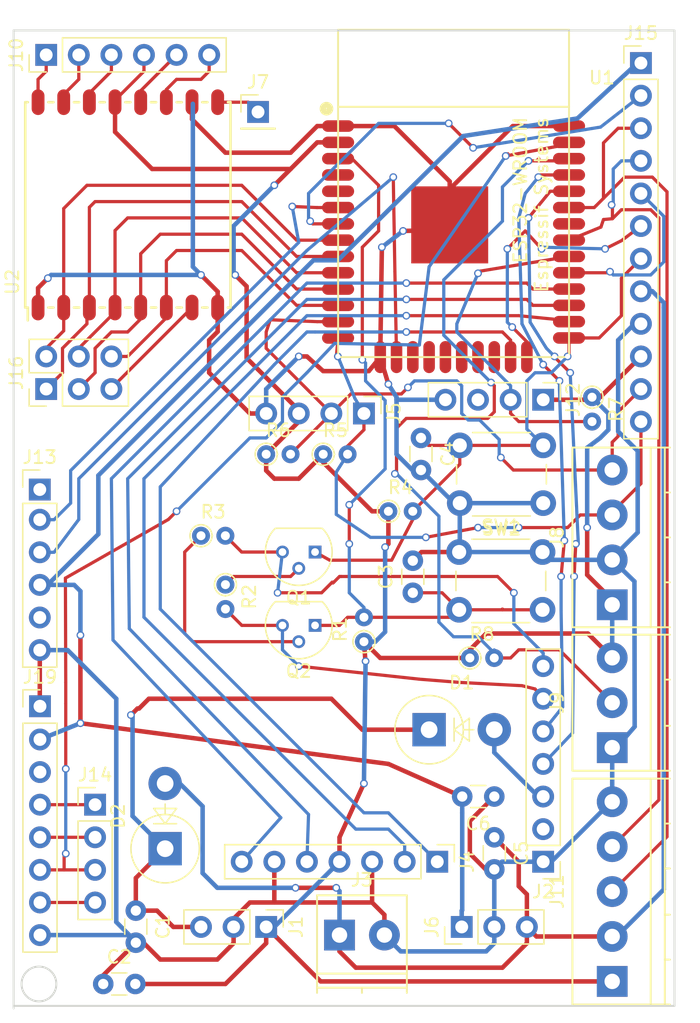
<source format=kicad_pcb>
(kicad_pcb (version 4) (host pcbnew 4.0.7-e2-6376~58~ubuntu16.04.1)

  (general
    (links 127)
    (no_connects 0)
    (area 72.949999 30.404999 124.610001 106.755001)
    (thickness 1.6)
    (drawings 17)
    (tracks 697)
    (zones 0)
    (modules 39)
    (nets 46)
  )

  (page A4)
  (layers
    (0 F.Cu signal)
    (31 B.Cu signal)
    (32 B.Adhes user)
    (33 F.Adhes user)
    (34 B.Paste user)
    (35 F.Paste user)
    (36 B.SilkS user)
    (37 F.SilkS user)
    (38 B.Mask user)
    (39 F.Mask user)
    (40 Dwgs.User user)
    (41 Cmts.User user)
    (42 Eco1.User user)
    (43 Eco2.User user)
    (44 Edge.Cuts user)
    (45 Margin user)
    (46 B.CrtYd user)
    (47 F.CrtYd user)
    (48 B.Fab user)
    (49 F.Fab user)
  )

  (setup
    (last_trace_width 0.25)
    (trace_clearance 0.2)
    (zone_clearance 0.508)
    (zone_45_only no)
    (trace_min 0.2)
    (segment_width 0.2)
    (edge_width 0.15)
    (via_size 0.6)
    (via_drill 0.4)
    (via_min_size 0.4)
    (via_min_drill 0.3)
    (uvia_size 0.3)
    (uvia_drill 0.1)
    (uvias_allowed no)
    (uvia_min_size 0.2)
    (uvia_min_drill 0.1)
    (pcb_text_width 0.3)
    (pcb_text_size 1.5 1.5)
    (mod_edge_width 0.15)
    (mod_text_size 1 1)
    (mod_text_width 0.15)
    (pad_size 1.524 1.524)
    (pad_drill 0.762)
    (pad_to_mask_clearance 0.2)
    (aux_axis_origin 0 0)
    (visible_elements FFFEFF7F)
    (pcbplotparams
      (layerselection 0x00030_80000001)
      (usegerberextensions false)
      (excludeedgelayer true)
      (linewidth 0.100000)
      (plotframeref false)
      (viasonmask false)
      (mode 1)
      (useauxorigin false)
      (hpglpennumber 1)
      (hpglpenspeed 20)
      (hpglpendiameter 15)
      (hpglpenoverlay 2)
      (psnegative false)
      (psa4output false)
      (plotreference true)
      (plotvalue true)
      (plotinvisibletext false)
      (padsonsilk false)
      (subtractmaskfromsilk false)
      (outputformat 1)
      (mirror false)
      (drillshape 1)
      (scaleselection 1)
      (outputdirectory ""))
  )

  (net 0 "")
  (net 1 VIN)
  (net 2 RESET)
  (net 3 GND)
  (net 4 0)
  (net 5 +5V)
  (net 6 RTS)
  (net 7 DTR)
  (net 8 "Net-(J7-Pad1)")
  (net 9 25)
  (net 10 SAT_RING_INDICATOR)
  (net 11 SAT_NETWORK_AVAIL)
  (net 12 SAT_LION)
  (net 13 26)
  (net 14 "Net-(Q1-Pad2)")
  (net 15 "Net-(Q2-Pad2)")
  (net 16 +3V3)
  (net 17 32)
  (net 18 33)
  (net 19 27)
  (net 20 DIO2)
  (net 21 DIO1)
  (net 22 DIO0)
  (net 23 DIO4)
  (net 24 DIO3)
  (net 25 DIO5)
  (net 26 17)
  (net 27 16)
  (net 28 4)
  (net 29 15)
  (net 30 13)
  (net 31 34)
  (net 32 12/SDA)
  (net 33 14/SCL)
  (net 34 18)
  (net 35 35)
  (net 36 RX0)
  (net 37 TX0)
  (net 38 23/SAT_SLEEP)
  (net 39 22)
  (net 40 21)
  (net 41 19)
  (net 42 5)
  (net 43 2)
  (net 44 "Net-(C1-Pad1)")
  (net 45 VBUS)

  (net_class Default "This is the default net class."
    (clearance 0.2)
    (trace_width 0.25)
    (via_dia 0.6)
    (via_drill 0.4)
    (uvia_dia 0.3)
    (uvia_drill 0.1)
    (add_net 0)
    (add_net 12/SDA)
    (add_net 13)
    (add_net 14/SCL)
    (add_net 15)
    (add_net 16)
    (add_net 17)
    (add_net 18)
    (add_net 19)
    (add_net 2)
    (add_net 21)
    (add_net 22)
    (add_net 23/SAT_SLEEP)
    (add_net 25)
    (add_net 26)
    (add_net 27)
    (add_net 32)
    (add_net 33)
    (add_net 34)
    (add_net 35)
    (add_net 4)
    (add_net 5)
    (add_net DIO0)
    (add_net DIO1)
    (add_net DIO2)
    (add_net DIO3)
    (add_net DIO4)
    (add_net DIO5)
    (add_net DTR)
    (add_net "Net-(J7-Pad1)")
    (add_net "Net-(Q1-Pad2)")
    (add_net "Net-(Q2-Pad2)")
    (add_net RESET)
    (add_net RTS)
    (add_net RX0)
    (add_net SAT_LION)
    (add_net SAT_NETWORK_AVAIL)
    (add_net SAT_RING_INDICATOR)
    (add_net TX0)
  )

  (net_class power ""
    (clearance 0.2)
    (trace_width 0.35)
    (via_dia 0.6)
    (via_drill 0.4)
    (uvia_dia 0.3)
    (uvia_drill 0.1)
    (add_net +3V3)
    (add_net +5V)
    (add_net GND)
    (add_net "Net-(C1-Pad1)")
    (add_net VBUS)
    (add_net VIN)
  )

  (module zom:ESP32-WROOM placed (layer F.Cu) (tedit 57D08EA8) (tstamp 5B886E02)
    (at 107.315 43.18 180)
    (path /5B886D85)
    (fp_text reference U1 (at -11.557 9.017 180) (layer F.SilkS)
      (effects (font (size 1 1) (thickness 0.15)))
    )
    (fp_text value ESP32-WROOM (at 5.715 14.224 180) (layer F.Fab)
      (effects (font (size 1 1) (thickness 0.15)))
    )
    (fp_text user "Espressif Systems" (at -6.858 -0.889 270) (layer F.SilkS)
      (effects (font (size 1 1) (thickness 0.15)))
    )
    (fp_circle (center 9.906 6.604) (end 10.033 6.858) (layer F.SilkS) (width 0.5))
    (fp_text user ESP32-WROOM (at -5.207 0.254 270) (layer F.SilkS)
      (effects (font (size 1 1) (thickness 0.15)))
    )
    (fp_line (start -9 6.75) (end 9 6.75) (layer F.SilkS) (width 0.15))
    (fp_line (start 9 12.75) (end 9 -12.75) (layer F.SilkS) (width 0.15))
    (fp_line (start -9 12.75) (end -9 -12.75) (layer F.SilkS) (width 0.15))
    (fp_line (start -9 -12.75) (end 9 -12.75) (layer F.SilkS) (width 0.15))
    (fp_line (start -9 12.75) (end 9 12.75) (layer F.SilkS) (width 0.15))
    (pad 38 smd oval (at -9 5.25 180) (size 2.5 0.9) (layers F.Cu F.Paste F.Mask)
      (net 3 GND))
    (pad 37 smd oval (at -9 3.98 180) (size 2.5 0.9) (layers F.Cu F.Paste F.Mask)
      (net 38 23/SAT_SLEEP))
    (pad 36 smd oval (at -9 2.71 180) (size 2.5 0.9) (layers F.Cu F.Paste F.Mask)
      (net 39 22))
    (pad 35 smd oval (at -9 1.44 180) (size 2.5 0.9) (layers F.Cu F.Paste F.Mask)
      (net 37 TX0))
    (pad 34 smd oval (at -9 0.17 180) (size 2.5 0.9) (layers F.Cu F.Paste F.Mask)
      (net 36 RX0))
    (pad 33 smd oval (at -9 -1.1 180) (size 2.5 0.9) (layers F.Cu F.Paste F.Mask)
      (net 40 21))
    (pad 32 smd oval (at -9 -2.37 180) (size 2.5 0.9) (layers F.Cu F.Paste F.Mask))
    (pad 31 smd oval (at -9 -3.64 180) (size 2.5 0.9) (layers F.Cu F.Paste F.Mask)
      (net 41 19))
    (pad 30 smd oval (at -9 -4.91 180) (size 2.5 0.9) (layers F.Cu F.Paste F.Mask)
      (net 34 18))
    (pad 29 smd oval (at -9 -6.18 180) (size 2.5 0.9) (layers F.Cu F.Paste F.Mask)
      (net 42 5))
    (pad 28 smd oval (at -9 -7.45 180) (size 2.5 0.9) (layers F.Cu F.Paste F.Mask)
      (net 26 17))
    (pad 27 smd oval (at -9 -8.72 180) (size 2.5 0.9) (layers F.Cu F.Paste F.Mask)
      (net 27 16))
    (pad 26 smd oval (at -9 -9.99 180) (size 2.5 0.9) (layers F.Cu F.Paste F.Mask)
      (net 28 4))
    (pad 25 smd oval (at -9 -11.26 180) (size 2.5 0.9) (layers F.Cu F.Paste F.Mask)
      (net 4 0))
    (pad 24 smd oval (at -5.715 -12.75 180) (size 0.9 2.5) (layers F.Cu F.Paste F.Mask)
      (net 43 2))
    (pad 23 smd oval (at -4.445 -12.75 180) (size 0.9 2.5) (layers F.Cu F.Paste F.Mask)
      (net 29 15))
    (pad 22 smd oval (at -3.175 -12.75 180) (size 0.9 2.5) (layers F.Cu F.Paste F.Mask))
    (pad 21 smd oval (at -1.905 -12.75 180) (size 0.9 2.5) (layers F.Cu F.Paste F.Mask))
    (pad 20 smd oval (at -0.635 -12.75 180) (size 0.9 2.5) (layers F.Cu F.Paste F.Mask))
    (pad 19 smd oval (at 0.635 -12.75 180) (size 0.9 2.5) (layers F.Cu F.Paste F.Mask))
    (pad 18 smd oval (at 1.905 -12.75 180) (size 0.9 2.5) (layers F.Cu F.Paste F.Mask))
    (pad 17 smd oval (at 3.175 -12.75 180) (size 0.9 2.5) (layers F.Cu F.Paste F.Mask))
    (pad 16 smd oval (at 4.445 -12.75 180) (size 0.9 2.5) (layers F.Cu F.Paste F.Mask)
      (net 30 13))
    (pad 15 smd oval (at 5.715 -12.75 180) (size 0.9 2.5) (layers F.Cu F.Paste F.Mask)
      (net 3 GND))
    (pad 14 smd oval (at 9 -11.26 180) (size 2.5 0.9) (layers F.Cu F.Paste F.Mask)
      (net 32 12/SDA))
    (pad 13 smd oval (at 9 -9.99 180) (size 2.5 0.9) (layers F.Cu F.Paste F.Mask)
      (net 33 14/SCL))
    (pad 12 smd oval (at 9 -8.72 180) (size 2.5 0.9) (layers F.Cu F.Paste F.Mask)
      (net 19 27))
    (pad 11 smd oval (at 9 -7.45 180) (size 2.5 0.9) (layers F.Cu F.Paste F.Mask)
      (net 13 26))
    (pad 10 smd oval (at 9 -6.18 180) (size 2.5 0.9) (layers F.Cu F.Paste F.Mask)
      (net 9 25))
    (pad 9 smd oval (at 9 -4.91 180) (size 2.5 0.9) (layers F.Cu F.Paste F.Mask)
      (net 18 33))
    (pad 8 smd oval (at 9 -3.64 180) (size 2.5 0.9) (layers F.Cu F.Paste F.Mask)
      (net 17 32))
    (pad 7 smd oval (at 9 -2.37 180) (size 2.5 0.9) (layers F.Cu F.Paste F.Mask)
      (net 35 35))
    (pad 6 smd oval (at 9 -1.1 180) (size 2.5 0.9) (layers F.Cu F.Paste F.Mask)
      (net 31 34))
    (pad 5 smd oval (at 9 0.17 180) (size 2.5 0.9) (layers F.Cu F.Paste F.Mask))
    (pad 4 smd oval (at 9 1.44 180) (size 2.5 0.9) (layers F.Cu F.Paste F.Mask))
    (pad 3 smd oval (at 9 2.71 180) (size 2.5 0.9) (layers F.Cu F.Paste F.Mask)
      (net 2 RESET))
    (pad 2 smd oval (at 9 3.98 180) (size 2.5 0.9) (layers F.Cu F.Paste F.Mask)
      (net 16 +3V3))
    (pad 1 smd oval (at 9 5.25 180) (size 2.5 0.9) (layers F.Cu F.Paste F.Mask)
      (net 3 GND))
    (pad 39 smd rect (at 0.3 -2.45 180) (size 6 6) (layers F.Cu F.Paste F.Mask)
      (net 3 GND))
  )

  (module Resistors_THT:R_Axial_DIN0204_L3.6mm_D1.6mm_P1.90mm_Vertical (layer F.Cu) (tedit 5874F706) (tstamp 5B8AEDC5)
    (at 118.11 59.055 270)
    (descr "Resistor, Axial_DIN0204 series, Axial, Vertical, pin pitch=1.9mm, 0.16666666666666666W = 1/6W, length*diameter=3.6*1.6mm^2, http://cdn-reichelt.de/documents/datenblatt/B400/1_4W%23YAG.pdf")
    (tags "Resistor Axial_DIN0204 series Axial Vertical pin pitch 1.9mm 0.16666666666666666W = 1/6W length 3.6mm diameter 1.6mm")
    (path /5B88F0C7)
    (fp_text reference R7 (at 0.95 -1.86 270) (layer F.SilkS)
      (effects (font (size 1 1) (thickness 0.15)))
    )
    (fp_text value R (at 0.95 1.86 270) (layer F.Fab)
      (effects (font (size 1 1) (thickness 0.15)))
    )
    (fp_circle (center 0 0) (end 0.8 0) (layer F.Fab) (width 0.1))
    (fp_circle (center 0 0) (end 0.86 0) (layer F.SilkS) (width 0.12))
    (fp_line (start 0 0) (end 1.9 0) (layer F.Fab) (width 0.1))
    (fp_line (start 0.86 0) (end 0.9 0) (layer F.SilkS) (width 0.12))
    (fp_line (start -1.15 -1.15) (end -1.15 1.15) (layer F.CrtYd) (width 0.05))
    (fp_line (start -1.15 1.15) (end 2.95 1.15) (layer F.CrtYd) (width 0.05))
    (fp_line (start 2.95 1.15) (end 2.95 -1.15) (layer F.CrtYd) (width 0.05))
    (fp_line (start 2.95 -1.15) (end -1.15 -1.15) (layer F.CrtYd) (width 0.05))
    (pad 1 thru_hole circle (at 0 0 270) (size 1.4 1.4) (drill 0.7) (layers *.Cu *.Mask)
      (net 16 +3V3))
    (pad 2 thru_hole oval (at 1.9 0 270) (size 1.4 1.4) (drill 0.7) (layers *.Cu *.Mask)
      (net 34 18))
    (model ${KISYS3DMOD}/Resistors_THT.3dshapes/R_Axial_DIN0204_L3.6mm_D1.6mm_P1.90mm_Vertical.wrl
      (at (xyz 0 0 0))
      (scale (xyz 0.393701 0.393701 0.393701))
      (rotate (xyz 0 0 0))
    )
  )

  (module zom:RFM95 placed (layer F.Cu) (tedit 585E5D4C) (tstamp 5B886E16)
    (at 74.93 52.07 90)
    (path /5B886D30)
    (fp_text reference U2 (at 2 -2 90) (layer F.SilkS)
      (effects (font (size 1 1) (thickness 0.15)))
    )
    (fp_text value RFM95HW (at 13.5 -1.8 90) (layer F.Fab)
      (effects (font (size 1 1) (thickness 0.15)))
    )
    (fp_line (start 0 15) (end 0 14.8) (layer F.SilkS) (width 0.2))
    (fp_line (start 16 15) (end 0 15) (layer F.SilkS) (width 0.2))
    (fp_line (start 16 14.8) (end 16 15) (layer F.SilkS) (width 0.2))
    (fp_line (start 16 12.8) (end 16 13.2) (layer F.SilkS) (width 0.2))
    (fp_line (start 16 10.8) (end 16 11.2) (layer F.SilkS) (width 0.2))
    (fp_line (start 16 8.8) (end 16 9.2) (layer F.SilkS) (width 0.2))
    (fp_line (start 16 6.8) (end 16 7.2) (layer F.SilkS) (width 0.2))
    (fp_line (start 16 4.8) (end 16 5.2) (layer F.SilkS) (width 0.2))
    (fp_line (start 16 2.8) (end 16 3.2) (layer F.SilkS) (width 0.2))
    (fp_line (start 16 0.8) (end 16 1.2) (layer F.SilkS) (width 0.2))
    (fp_line (start 16 -1) (end 16 -0.8) (layer F.SilkS) (width 0.2))
    (fp_line (start 0 12.8) (end 0 13.2) (layer F.SilkS) (width 0.2))
    (fp_line (start 0 -0.8) (end 0 -1) (layer F.SilkS) (width 0.2))
    (fp_line (start -1 -0.8) (end 0 -0.8) (layer F.SilkS) (width 0.2))
    (fp_line (start 0 1.2) (end 0 0.8) (layer F.SilkS) (width 0.2))
    (fp_line (start 0 3.2) (end 0 2.8) (layer F.SilkS) (width 0.2))
    (fp_line (start 0 4.8) (end 0 5.2) (layer F.SilkS) (width 0.2))
    (fp_line (start 0 6.8) (end 0 7.2) (layer F.SilkS) (width 0.2))
    (fp_line (start 0 8.8) (end 0 9.2) (layer F.SilkS) (width 0.2))
    (fp_line (start 0 10.8) (end 0 11.2) (layer F.SilkS) (width 0.2))
    (fp_line (start 0 -1) (end 16 -1) (layer F.SilkS) (width 0.2))
    (pad 1 smd oval (at 0 0 90) (size 2 1) (layers F.Cu F.Paste F.Mask)
      (net 3 GND))
    (pad 2 smd oval (at 0 2 90) (size 2 1) (layers F.Cu F.Paste F.Mask)
      (net 17 32))
    (pad 3 smd oval (at 0 4 90) (size 2 1) (layers F.Cu F.Paste F.Mask)
      (net 18 33))
    (pad 4 smd oval (at 0 6 90) (size 2 1) (layers F.Cu F.Paste F.Mask)
      (net 9 25))
    (pad 5 smd oval (at 0 8 90) (size 2 1) (layers F.Cu F.Paste F.Mask)
      (net 13 26))
    (pad 6 smd oval (at 0 10 90) (size 2 1) (layers F.Cu F.Paste F.Mask)
      (net 19 27))
    (pad 7 smd oval (at 0 12 90) (size 2 1) (layers F.Cu F.Paste F.Mask)
      (net 25 DIO5))
    (pad 8 smd oval (at 0 14 90) (size 2 1) (layers F.Cu F.Paste F.Mask)
      (net 3 GND))
    (pad 9 smd oval (at 16 14 90) (size 2 1) (layers F.Cu F.Paste F.Mask)
      (net 8 "Net-(J7-Pad1)"))
    (pad 10 smd oval (at 16 12 90) (size 2 1) (layers F.Cu F.Paste F.Mask)
      (net 3 GND))
    (pad 11 smd oval (at 16 10 90) (size 2 1) (layers F.Cu F.Paste F.Mask)
      (net 24 DIO3))
    (pad 12 smd oval (at 16 8 90) (size 2 1) (layers F.Cu F.Paste F.Mask)
      (net 23 DIO4))
    (pad 13 smd oval (at 16 6 90) (size 2 1) (layers F.Cu F.Paste F.Mask)
      (net 16 +3V3))
    (pad 14 smd oval (at 16 4 90) (size 2 1) (layers F.Cu F.Paste F.Mask)
      (net 22 DIO0))
    (pad 15 smd oval (at 16 2 90) (size 2 1) (layers F.Cu F.Paste F.Mask)
      (net 21 DIO1))
    (pad 16 smd oval (at 16 0 90) (size 2 1) (layers F.Cu F.Paste F.Mask)
      (net 20 DIO2))
  )

  (module Pin_Headers:Pin_Header_Straight_1x07_Pitch2.54mm placed (layer F.Cu) (tedit 59650532) (tstamp 5B8AE9E9)
    (at 114.3 95.25 180)
    (descr "Through hole straight pin header, 1x07, 2.54mm pitch, single row")
    (tags "Through hole pin header THT 1x07 2.54mm single row")
    (path /5B88969E)
    (fp_text reference J2 (at 0 -2.33 180) (layer F.SilkS)
      (effects (font (size 1 1) (thickness 0.15)))
    )
    (fp_text value prog (at 0 17.57 180) (layer F.Fab)
      (effects (font (size 1 1) (thickness 0.15)))
    )
    (fp_line (start -0.635 -1.27) (end 1.27 -1.27) (layer F.Fab) (width 0.1))
    (fp_line (start 1.27 -1.27) (end 1.27 16.51) (layer F.Fab) (width 0.1))
    (fp_line (start 1.27 16.51) (end -1.27 16.51) (layer F.Fab) (width 0.1))
    (fp_line (start -1.27 16.51) (end -1.27 -0.635) (layer F.Fab) (width 0.1))
    (fp_line (start -1.27 -0.635) (end -0.635 -1.27) (layer F.Fab) (width 0.1))
    (fp_line (start -1.33 16.57) (end 1.33 16.57) (layer F.SilkS) (width 0.12))
    (fp_line (start -1.33 1.27) (end -1.33 16.57) (layer F.SilkS) (width 0.12))
    (fp_line (start 1.33 1.27) (end 1.33 16.57) (layer F.SilkS) (width 0.12))
    (fp_line (start -1.33 1.27) (end 1.33 1.27) (layer F.SilkS) (width 0.12))
    (fp_line (start -1.33 0) (end -1.33 -1.33) (layer F.SilkS) (width 0.12))
    (fp_line (start -1.33 -1.33) (end 0 -1.33) (layer F.SilkS) (width 0.12))
    (fp_line (start -1.8 -1.8) (end -1.8 17.05) (layer F.CrtYd) (width 0.05))
    (fp_line (start -1.8 17.05) (end 1.8 17.05) (layer F.CrtYd) (width 0.05))
    (fp_line (start 1.8 17.05) (end 1.8 -1.8) (layer F.CrtYd) (width 0.05))
    (fp_line (start 1.8 -1.8) (end -1.8 -1.8) (layer F.CrtYd) (width 0.05))
    (fp_text user %R (at 0 7.62 270) (layer F.Fab)
      (effects (font (size 1 1) (thickness 0.15)))
    )
    (pad 1 thru_hole rect (at 0 0 180) (size 1.7 1.7) (drill 1) (layers *.Cu *.Mask)
      (net 3 GND))
    (pad 2 thru_hole oval (at 0 2.54 180) (size 1.7 1.7) (drill 1) (layers *.Cu *.Mask))
    (pad 3 thru_hole oval (at 0 5.08 180) (size 1.7 1.7) (drill 1) (layers *.Cu *.Mask)
      (net 45 VBUS))
    (pad 4 thru_hole oval (at 0 7.62 180) (size 1.7 1.7) (drill 1) (layers *.Cu *.Mask)
      (net 36 RX0))
    (pad 5 thru_hole oval (at 0 10.16 180) (size 1.7 1.7) (drill 1) (layers *.Cu *.Mask)
      (net 37 TX0))
    (pad 6 thru_hole oval (at 0 12.7 180) (size 1.7 1.7) (drill 1) (layers *.Cu *.Mask)
      (net 6 RTS))
    (pad 7 thru_hole oval (at 0 15.24 180) (size 1.7 1.7) (drill 1) (layers *.Cu *.Mask)
      (net 7 DTR))
    (model ${KISYS3DMOD}/Pin_Headers.3dshapes/Pin_Header_Straight_1x07_Pitch2.54mm.wrl
      (at (xyz 0 0 0))
      (scale (xyz 1 1 1))
      (rotate (xyz 0 0 0))
    )
  )

  (module Pin_Headers:Pin_Header_Straight_1x07_Pitch2.54mm placed (layer F.Cu) (tedit 59650532) (tstamp 5B8AE9F9)
    (at 106.045 95.25 270)
    (descr "Through hole straight pin header, 1x07, 2.54mm pitch, single row")
    (tags "Through hole pin header THT 1x07 2.54mm single row")
    (path /5B88BD82)
    (fp_text reference J4 (at 0 -2.33 270) (layer F.SilkS)
      (effects (font (size 1 1) (thickness 0.15)))
    )
    (fp_text value sdcard (at 0 17.57 270) (layer F.Fab)
      (effects (font (size 1 1) (thickness 0.15)))
    )
    (fp_line (start -0.635 -1.27) (end 1.27 -1.27) (layer F.Fab) (width 0.1))
    (fp_line (start 1.27 -1.27) (end 1.27 16.51) (layer F.Fab) (width 0.1))
    (fp_line (start 1.27 16.51) (end -1.27 16.51) (layer F.Fab) (width 0.1))
    (fp_line (start -1.27 16.51) (end -1.27 -0.635) (layer F.Fab) (width 0.1))
    (fp_line (start -1.27 -0.635) (end -0.635 -1.27) (layer F.Fab) (width 0.1))
    (fp_line (start -1.33 16.57) (end 1.33 16.57) (layer F.SilkS) (width 0.12))
    (fp_line (start -1.33 1.27) (end -1.33 16.57) (layer F.SilkS) (width 0.12))
    (fp_line (start 1.33 1.27) (end 1.33 16.57) (layer F.SilkS) (width 0.12))
    (fp_line (start -1.33 1.27) (end 1.33 1.27) (layer F.SilkS) (width 0.12))
    (fp_line (start -1.33 0) (end -1.33 -1.33) (layer F.SilkS) (width 0.12))
    (fp_line (start -1.33 -1.33) (end 0 -1.33) (layer F.SilkS) (width 0.12))
    (fp_line (start -1.8 -1.8) (end -1.8 17.05) (layer F.CrtYd) (width 0.05))
    (fp_line (start -1.8 17.05) (end 1.8 17.05) (layer F.CrtYd) (width 0.05))
    (fp_line (start 1.8 17.05) (end 1.8 -1.8) (layer F.CrtYd) (width 0.05))
    (fp_line (start 1.8 -1.8) (end -1.8 -1.8) (layer F.CrtYd) (width 0.05))
    (fp_text user %R (at 0 7.62 360) (layer F.Fab)
      (effects (font (size 1 1) (thickness 0.15)))
    )
    (pad 1 thru_hole rect (at 0 0 270) (size 1.7 1.7) (drill 1) (layers *.Cu *.Mask)
      (net 29 15))
    (pad 2 thru_hole oval (at 0 2.54 270) (size 1.7 1.7) (drill 1) (layers *.Cu *.Mask)
      (net 28 4))
    (pad 3 thru_hole oval (at 0 5.08 270) (size 1.7 1.7) (drill 1) (layers *.Cu *.Mask)
      (net 3 GND))
    (pad 4 thru_hole oval (at 0 7.62 270) (size 1.7 1.7) (drill 1) (layers *.Cu *.Mask)
      (net 16 +3V3))
    (pad 5 thru_hole oval (at 0 10.16 270) (size 1.7 1.7) (drill 1) (layers *.Cu *.Mask)
      (net 27 16))
    (pad 6 thru_hole oval (at 0 12.7 270) (size 1.7 1.7) (drill 1) (layers *.Cu *.Mask)
      (net 3 GND))
    (pad 7 thru_hole oval (at 0 15.24 270) (size 1.7 1.7) (drill 1) (layers *.Cu *.Mask)
      (net 26 17))
    (model ${KISYS3DMOD}/Pin_Headers.3dshapes/Pin_Header_Straight_1x07_Pitch2.54mm.wrl
      (at (xyz 0 0 0))
      (scale (xyz 1 1 1))
      (rotate (xyz 0 0 0))
    )
  )

  (module Pin_Headers:Pin_Header_Straight_1x04_Pitch2.54mm placed (layer F.Cu) (tedit 59650532) (tstamp 5B8AEA01)
    (at 100.33 60.325 270)
    (descr "Through hole straight pin header, 1x04, 2.54mm pitch, single row")
    (tags "Through hole pin header THT 1x04 2.54mm single row")
    (path /5B88CA10)
    (fp_text reference J5 (at 0 -2.33 270) (layer F.SilkS)
      (effects (font (size 1 1) (thickness 0.15)))
    )
    (fp_text value i2c-a (at 0 9.95 270) (layer F.Fab)
      (effects (font (size 1 1) (thickness 0.15)))
    )
    (fp_line (start -0.635 -1.27) (end 1.27 -1.27) (layer F.Fab) (width 0.1))
    (fp_line (start 1.27 -1.27) (end 1.27 8.89) (layer F.Fab) (width 0.1))
    (fp_line (start 1.27 8.89) (end -1.27 8.89) (layer F.Fab) (width 0.1))
    (fp_line (start -1.27 8.89) (end -1.27 -0.635) (layer F.Fab) (width 0.1))
    (fp_line (start -1.27 -0.635) (end -0.635 -1.27) (layer F.Fab) (width 0.1))
    (fp_line (start -1.33 8.95) (end 1.33 8.95) (layer F.SilkS) (width 0.12))
    (fp_line (start -1.33 1.27) (end -1.33 8.95) (layer F.SilkS) (width 0.12))
    (fp_line (start 1.33 1.27) (end 1.33 8.95) (layer F.SilkS) (width 0.12))
    (fp_line (start -1.33 1.27) (end 1.33 1.27) (layer F.SilkS) (width 0.12))
    (fp_line (start -1.33 0) (end -1.33 -1.33) (layer F.SilkS) (width 0.12))
    (fp_line (start -1.33 -1.33) (end 0 -1.33) (layer F.SilkS) (width 0.12))
    (fp_line (start -1.8 -1.8) (end -1.8 9.4) (layer F.CrtYd) (width 0.05))
    (fp_line (start -1.8 9.4) (end 1.8 9.4) (layer F.CrtYd) (width 0.05))
    (fp_line (start 1.8 9.4) (end 1.8 -1.8) (layer F.CrtYd) (width 0.05))
    (fp_line (start 1.8 -1.8) (end -1.8 -1.8) (layer F.CrtYd) (width 0.05))
    (fp_text user %R (at 0 3.81 360) (layer F.Fab)
      (effects (font (size 1 1) (thickness 0.15)))
    )
    (pad 1 thru_hole rect (at 0 0 270) (size 1.7 1.7) (drill 1) (layers *.Cu *.Mask)
      (net 32 12/SDA))
    (pad 2 thru_hole oval (at 0 2.54 270) (size 1.7 1.7) (drill 1) (layers *.Cu *.Mask)
      (net 33 14/SCL))
    (pad 3 thru_hole oval (at 0 5.08 270) (size 1.7 1.7) (drill 1) (layers *.Cu *.Mask)
      (net 16 +3V3))
    (pad 4 thru_hole oval (at 0 7.62 270) (size 1.7 1.7) (drill 1) (layers *.Cu *.Mask)
      (net 3 GND))
    (model ${KISYS3DMOD}/Pin_Headers.3dshapes/Pin_Header_Straight_1x04_Pitch2.54mm.wrl
      (at (xyz 0 0 0))
      (scale (xyz 1 1 1))
      (rotate (xyz 0 0 0))
    )
  )

  (module Pin_Headers:Pin_Header_Straight_1x03_Pitch2.54mm placed (layer F.Cu) (tedit 59650532) (tstamp 5B8AEA08)
    (at 107.95 100.33 90)
    (descr "Through hole straight pin header, 1x03, 2.54mm pitch, single row")
    (tags "Through hole pin header THT 1x03 2.54mm single row")
    (path /5B895E52)
    (fp_text reference J6 (at 0 -2.33 90) (layer F.SilkS)
      (effects (font (size 1 1) (thickness 0.15)))
    )
    (fp_text value REG:5V (at 0 7.41 90) (layer F.Fab)
      (effects (font (size 1 1) (thickness 0.15)))
    )
    (fp_line (start -0.635 -1.27) (end 1.27 -1.27) (layer F.Fab) (width 0.1))
    (fp_line (start 1.27 -1.27) (end 1.27 6.35) (layer F.Fab) (width 0.1))
    (fp_line (start 1.27 6.35) (end -1.27 6.35) (layer F.Fab) (width 0.1))
    (fp_line (start -1.27 6.35) (end -1.27 -0.635) (layer F.Fab) (width 0.1))
    (fp_line (start -1.27 -0.635) (end -0.635 -1.27) (layer F.Fab) (width 0.1))
    (fp_line (start -1.33 6.41) (end 1.33 6.41) (layer F.SilkS) (width 0.12))
    (fp_line (start -1.33 1.27) (end -1.33 6.41) (layer F.SilkS) (width 0.12))
    (fp_line (start 1.33 1.27) (end 1.33 6.41) (layer F.SilkS) (width 0.12))
    (fp_line (start -1.33 1.27) (end 1.33 1.27) (layer F.SilkS) (width 0.12))
    (fp_line (start -1.33 0) (end -1.33 -1.33) (layer F.SilkS) (width 0.12))
    (fp_line (start -1.33 -1.33) (end 0 -1.33) (layer F.SilkS) (width 0.12))
    (fp_line (start -1.8 -1.8) (end -1.8 6.85) (layer F.CrtYd) (width 0.05))
    (fp_line (start -1.8 6.85) (end 1.8 6.85) (layer F.CrtYd) (width 0.05))
    (fp_line (start 1.8 6.85) (end 1.8 -1.8) (layer F.CrtYd) (width 0.05))
    (fp_line (start 1.8 -1.8) (end -1.8 -1.8) (layer F.CrtYd) (width 0.05))
    (fp_text user %R (at 0 2.54 180) (layer F.Fab)
      (effects (font (size 1 1) (thickness 0.15)))
    )
    (pad 1 thru_hole rect (at 0 0 90) (size 1.7 1.7) (drill 1) (layers *.Cu *.Mask)
      (net 5 +5V))
    (pad 2 thru_hole oval (at 0 2.54 90) (size 1.7 1.7) (drill 1) (layers *.Cu *.Mask)
      (net 3 GND))
    (pad 3 thru_hole oval (at 0 5.08 90) (size 1.7 1.7) (drill 1) (layers *.Cu *.Mask)
      (net 1 VIN))
    (model ${KISYS3DMOD}/Pin_Headers.3dshapes/Pin_Header_Straight_1x03_Pitch2.54mm.wrl
      (at (xyz 0 0 0))
      (scale (xyz 1 1 1))
      (rotate (xyz 0 0 0))
    )
  )

  (module Pin_Headers:Pin_Header_Straight_1x01_Pitch2.54mm placed (layer F.Cu) (tedit 59650532) (tstamp 5B8AEA0D)
    (at 92.075 36.83)
    (descr "Through hole straight pin header, 1x01, 2.54mm pitch, single row")
    (tags "Through hole pin header THT 1x01 2.54mm single row")
    (path /5B88DC11)
    (fp_text reference J7 (at 0 -2.33) (layer F.SilkS)
      (effects (font (size 1 1) (thickness 0.15)))
    )
    (fp_text value ANT (at 0 2.33) (layer F.Fab)
      (effects (font (size 1 1) (thickness 0.15)))
    )
    (fp_line (start -0.635 -1.27) (end 1.27 -1.27) (layer F.Fab) (width 0.1))
    (fp_line (start 1.27 -1.27) (end 1.27 1.27) (layer F.Fab) (width 0.1))
    (fp_line (start 1.27 1.27) (end -1.27 1.27) (layer F.Fab) (width 0.1))
    (fp_line (start -1.27 1.27) (end -1.27 -0.635) (layer F.Fab) (width 0.1))
    (fp_line (start -1.27 -0.635) (end -0.635 -1.27) (layer F.Fab) (width 0.1))
    (fp_line (start -1.33 1.33) (end 1.33 1.33) (layer F.SilkS) (width 0.12))
    (fp_line (start -1.33 1.27) (end -1.33 1.33) (layer F.SilkS) (width 0.12))
    (fp_line (start 1.33 1.27) (end 1.33 1.33) (layer F.SilkS) (width 0.12))
    (fp_line (start -1.33 1.27) (end 1.33 1.27) (layer F.SilkS) (width 0.12))
    (fp_line (start -1.33 0) (end -1.33 -1.33) (layer F.SilkS) (width 0.12))
    (fp_line (start -1.33 -1.33) (end 0 -1.33) (layer F.SilkS) (width 0.12))
    (fp_line (start -1.8 -1.8) (end -1.8 1.8) (layer F.CrtYd) (width 0.05))
    (fp_line (start -1.8 1.8) (end 1.8 1.8) (layer F.CrtYd) (width 0.05))
    (fp_line (start 1.8 1.8) (end 1.8 -1.8) (layer F.CrtYd) (width 0.05))
    (fp_line (start 1.8 -1.8) (end -1.8 -1.8) (layer F.CrtYd) (width 0.05))
    (fp_text user %R (at 0 0 90) (layer F.Fab)
      (effects (font (size 1 1) (thickness 0.15)))
    )
    (pad 1 thru_hole rect (at 0 0) (size 1.7 1.7) (drill 1) (layers *.Cu *.Mask)
      (net 8 "Net-(J7-Pad1)"))
    (model ${KISYS3DMOD}/Pin_Headers.3dshapes/Pin_Header_Straight_1x01_Pitch2.54mm.wrl
      (at (xyz 0 0 0))
      (scale (xyz 1 1 1))
      (rotate (xyz 0 0 0))
    )
  )

  (module Pin_Headers:Pin_Header_Straight_1x04_Pitch2.54mm placed (layer F.Cu) (tedit 59650532) (tstamp 5B8AEA36)
    (at 114.3 59.255 270)
    (descr "Through hole straight pin header, 1x04, 2.54mm pitch, single row")
    (tags "Through hole pin header THT 1x04 2.54mm single row")
    (path /5B88ED29)
    (fp_text reference J12 (at 0 -2.33 270) (layer F.SilkS)
      (effects (font (size 1 1) (thickness 0.15)))
    )
    (fp_text value dht22 (at 0 9.95 270) (layer F.Fab)
      (effects (font (size 1 1) (thickness 0.15)))
    )
    (fp_line (start -0.635 -1.27) (end 1.27 -1.27) (layer F.Fab) (width 0.1))
    (fp_line (start 1.27 -1.27) (end 1.27 8.89) (layer F.Fab) (width 0.1))
    (fp_line (start 1.27 8.89) (end -1.27 8.89) (layer F.Fab) (width 0.1))
    (fp_line (start -1.27 8.89) (end -1.27 -0.635) (layer F.Fab) (width 0.1))
    (fp_line (start -1.27 -0.635) (end -0.635 -1.27) (layer F.Fab) (width 0.1))
    (fp_line (start -1.33 8.95) (end 1.33 8.95) (layer F.SilkS) (width 0.12))
    (fp_line (start -1.33 1.27) (end -1.33 8.95) (layer F.SilkS) (width 0.12))
    (fp_line (start 1.33 1.27) (end 1.33 8.95) (layer F.SilkS) (width 0.12))
    (fp_line (start -1.33 1.27) (end 1.33 1.27) (layer F.SilkS) (width 0.12))
    (fp_line (start -1.33 0) (end -1.33 -1.33) (layer F.SilkS) (width 0.12))
    (fp_line (start -1.33 -1.33) (end 0 -1.33) (layer F.SilkS) (width 0.12))
    (fp_line (start -1.8 -1.8) (end -1.8 9.4) (layer F.CrtYd) (width 0.05))
    (fp_line (start -1.8 9.4) (end 1.8 9.4) (layer F.CrtYd) (width 0.05))
    (fp_line (start 1.8 9.4) (end 1.8 -1.8) (layer F.CrtYd) (width 0.05))
    (fp_line (start 1.8 -1.8) (end -1.8 -1.8) (layer F.CrtYd) (width 0.05))
    (fp_text user %R (at 0 3.81 360) (layer F.Fab)
      (effects (font (size 1 1) (thickness 0.15)))
    )
    (pad 1 thru_hole rect (at 0 0 270) (size 1.7 1.7) (drill 1) (layers *.Cu *.Mask)
      (net 16 +3V3))
    (pad 2 thru_hole oval (at 0 2.54 270) (size 1.7 1.7) (drill 1) (layers *.Cu *.Mask)
      (net 34 18))
    (pad 3 thru_hole oval (at 0 5.08 270) (size 1.7 1.7) (drill 1) (layers *.Cu *.Mask))
    (pad 4 thru_hole oval (at 0 7.62 270) (size 1.7 1.7) (drill 1) (layers *.Cu *.Mask)
      (net 3 GND))
    (model ${KISYS3DMOD}/Pin_Headers.3dshapes/Pin_Header_Straight_1x04_Pitch2.54mm.wrl
      (at (xyz 0 0 0))
      (scale (xyz 1 1 1))
      (rotate (xyz 0 0 0))
    )
  )

  (module Pin_Headers:Pin_Header_Straight_1x04_Pitch2.54mm placed (layer F.Cu) (tedit 59650532) (tstamp 5B8AEA51)
    (at 79.375 90.805)
    (descr "Through hole straight pin header, 1x04, 2.54mm pitch, single row")
    (tags "Through hole pin header THT 1x04 2.54mm single row")
    (path /5B8A0535)
    (fp_text reference J14 (at 0 -2.33) (layer F.SilkS)
      (effects (font (size 1 1) (thickness 0.15)))
    )
    (fp_text value satx (at 0 9.95) (layer F.Fab)
      (effects (font (size 1 1) (thickness 0.15)))
    )
    (fp_line (start -0.635 -1.27) (end 1.27 -1.27) (layer F.Fab) (width 0.1))
    (fp_line (start 1.27 -1.27) (end 1.27 8.89) (layer F.Fab) (width 0.1))
    (fp_line (start 1.27 8.89) (end -1.27 8.89) (layer F.Fab) (width 0.1))
    (fp_line (start -1.27 8.89) (end -1.27 -0.635) (layer F.Fab) (width 0.1))
    (fp_line (start -1.27 -0.635) (end -0.635 -1.27) (layer F.Fab) (width 0.1))
    (fp_line (start -1.33 8.95) (end 1.33 8.95) (layer F.SilkS) (width 0.12))
    (fp_line (start -1.33 1.27) (end -1.33 8.95) (layer F.SilkS) (width 0.12))
    (fp_line (start 1.33 1.27) (end 1.33 8.95) (layer F.SilkS) (width 0.12))
    (fp_line (start -1.33 1.27) (end 1.33 1.27) (layer F.SilkS) (width 0.12))
    (fp_line (start -1.33 0) (end -1.33 -1.33) (layer F.SilkS) (width 0.12))
    (fp_line (start -1.33 -1.33) (end 0 -1.33) (layer F.SilkS) (width 0.12))
    (fp_line (start -1.8 -1.8) (end -1.8 9.4) (layer F.CrtYd) (width 0.05))
    (fp_line (start -1.8 9.4) (end 1.8 9.4) (layer F.CrtYd) (width 0.05))
    (fp_line (start 1.8 9.4) (end 1.8 -1.8) (layer F.CrtYd) (width 0.05))
    (fp_line (start 1.8 -1.8) (end -1.8 -1.8) (layer F.CrtYd) (width 0.05))
    (fp_text user %R (at 0 3.81 90) (layer F.Fab)
      (effects (font (size 1 1) (thickness 0.15)))
    )
    (pad 1 thru_hole rect (at 0 0) (size 1.7 1.7) (drill 1) (layers *.Cu *.Mask)
      (net 10 SAT_RING_INDICATOR))
    (pad 2 thru_hole oval (at 0 2.54) (size 1.7 1.7) (drill 1) (layers *.Cu *.Mask)
      (net 11 SAT_NETWORK_AVAIL))
    (pad 3 thru_hole oval (at 0 5.08) (size 1.7 1.7) (drill 1) (layers *.Cu *.Mask)
      (net 38 23/SAT_SLEEP))
    (pad 4 thru_hole oval (at 0 7.62) (size 1.7 1.7) (drill 1) (layers *.Cu *.Mask)
      (net 12 SAT_LION))
    (model ${KISYS3DMOD}/Pin_Headers.3dshapes/Pin_Header_Straight_1x04_Pitch2.54mm.wrl
      (at (xyz 0 0 0))
      (scale (xyz 1 1 1))
      (rotate (xyz 0 0 0))
    )
  )

  (module TO_SOT_Packages_THT:TO-92_Molded_Narrow placed (layer F.Cu) (tedit 58CE52AF) (tstamp 5B8AEA64)
    (at 96.52 71.12 180)
    (descr "TO-92 leads molded, narrow, drill 0.6mm (see NXP sot054_po.pdf)")
    (tags "to-92 sc-43 sc-43a sot54 PA33 transistor")
    (path /5B8887FC)
    (fp_text reference Q1 (at 1.27 -3.56 180) (layer F.SilkS)
      (effects (font (size 1 1) (thickness 0.15)))
    )
    (fp_text value Q_NPN_CBE (at 1.27 2.79 180) (layer F.Fab)
      (effects (font (size 1 1) (thickness 0.15)))
    )
    (fp_text user %R (at 1.27 -3.56 180) (layer F.Fab)
      (effects (font (size 1 1) (thickness 0.15)))
    )
    (fp_line (start -0.53 1.85) (end 3.07 1.85) (layer F.SilkS) (width 0.12))
    (fp_line (start -0.5 1.75) (end 3 1.75) (layer F.Fab) (width 0.1))
    (fp_line (start -1.46 -2.73) (end 4 -2.73) (layer F.CrtYd) (width 0.05))
    (fp_line (start -1.46 -2.73) (end -1.46 2.01) (layer F.CrtYd) (width 0.05))
    (fp_line (start 4 2.01) (end 4 -2.73) (layer F.CrtYd) (width 0.05))
    (fp_line (start 4 2.01) (end -1.46 2.01) (layer F.CrtYd) (width 0.05))
    (fp_arc (start 1.27 0) (end 1.27 -2.48) (angle 135) (layer F.Fab) (width 0.1))
    (fp_arc (start 1.27 0) (end 1.27 -2.6) (angle -135) (layer F.SilkS) (width 0.12))
    (fp_arc (start 1.27 0) (end 1.27 -2.48) (angle -135) (layer F.Fab) (width 0.1))
    (fp_arc (start 1.27 0) (end 1.27 -2.6) (angle 135) (layer F.SilkS) (width 0.12))
    (pad 2 thru_hole circle (at 1.27 -1.27 270) (size 1 1) (drill 0.6) (layers *.Cu *.Mask)
      (net 14 "Net-(Q1-Pad2)"))
    (pad 3 thru_hole circle (at 2.54 0 270) (size 1 1) (drill 0.6) (layers *.Cu *.Mask)
      (net 7 DTR))
    (pad 1 thru_hole rect (at 0 0 270) (size 1 1) (drill 0.6) (layers *.Cu *.Mask)
      (net 4 0))
    (model ${KISYS3DMOD}/TO_SOT_Packages_THT.3dshapes/TO-92_Molded_Narrow.wrl
      (at (xyz 0.05 0 0))
      (scale (xyz 1 1 1))
      (rotate (xyz 0 0 -90))
    )
  )

  (module TO_SOT_Packages_THT:TO-92_Molded_Narrow placed (layer F.Cu) (tedit 58CE52AF) (tstamp 5B8AEA6B)
    (at 96.52 76.835 180)
    (descr "TO-92 leads molded, narrow, drill 0.6mm (see NXP sot054_po.pdf)")
    (tags "to-92 sc-43 sc-43a sot54 PA33 transistor")
    (path /5B888A61)
    (fp_text reference Q2 (at 1.27 -3.56 180) (layer F.SilkS)
      (effects (font (size 1 1) (thickness 0.15)))
    )
    (fp_text value Q_NPN_CBE (at 1.27 2.79 180) (layer F.Fab)
      (effects (font (size 1 1) (thickness 0.15)))
    )
    (fp_text user %R (at 1.27 -3.56 180) (layer F.Fab)
      (effects (font (size 1 1) (thickness 0.15)))
    )
    (fp_line (start -0.53 1.85) (end 3.07 1.85) (layer F.SilkS) (width 0.12))
    (fp_line (start -0.5 1.75) (end 3 1.75) (layer F.Fab) (width 0.1))
    (fp_line (start -1.46 -2.73) (end 4 -2.73) (layer F.CrtYd) (width 0.05))
    (fp_line (start -1.46 -2.73) (end -1.46 2.01) (layer F.CrtYd) (width 0.05))
    (fp_line (start 4 2.01) (end 4 -2.73) (layer F.CrtYd) (width 0.05))
    (fp_line (start 4 2.01) (end -1.46 2.01) (layer F.CrtYd) (width 0.05))
    (fp_arc (start 1.27 0) (end 1.27 -2.48) (angle 135) (layer F.Fab) (width 0.1))
    (fp_arc (start 1.27 0) (end 1.27 -2.6) (angle -135) (layer F.SilkS) (width 0.12))
    (fp_arc (start 1.27 0) (end 1.27 -2.48) (angle -135) (layer F.Fab) (width 0.1))
    (fp_arc (start 1.27 0) (end 1.27 -2.6) (angle 135) (layer F.SilkS) (width 0.12))
    (pad 2 thru_hole circle (at 1.27 -1.27 270) (size 1 1) (drill 0.6) (layers *.Cu *.Mask)
      (net 15 "Net-(Q2-Pad2)"))
    (pad 3 thru_hole circle (at 2.54 0 270) (size 1 1) (drill 0.6) (layers *.Cu *.Mask)
      (net 6 RTS))
    (pad 1 thru_hole rect (at 0 0 270) (size 1 1) (drill 0.6) (layers *.Cu *.Mask)
      (net 2 RESET))
    (model ${KISYS3DMOD}/TO_SOT_Packages_THT.3dshapes/TO-92_Molded_Narrow.wrl
      (at (xyz 0.05 0 0))
      (scale (xyz 1 1 1))
      (rotate (xyz 0 0 -90))
    )
  )

  (module Buttons_Switches_THT:SW_PUSH_6mm placed (layer F.Cu) (tedit 5923F252) (tstamp 5B8AEA9D)
    (at 107.75 71.12)
    (descr https://www.omron.com/ecb/products/pdf/en-b3f.pdf)
    (tags "tact sw push 6mm")
    (path /5B88A03B)
    (fp_text reference SW1 (at 3.25 -2) (layer F.SilkS)
      (effects (font (size 1 1) (thickness 0.15)))
    )
    (fp_text value SW_Push (at 3.75 6.7) (layer F.Fab)
      (effects (font (size 1 1) (thickness 0.15)))
    )
    (fp_text user %R (at 3.25 2.25) (layer F.Fab)
      (effects (font (size 1 1) (thickness 0.15)))
    )
    (fp_line (start 3.25 -0.75) (end 6.25 -0.75) (layer F.Fab) (width 0.1))
    (fp_line (start 6.25 -0.75) (end 6.25 5.25) (layer F.Fab) (width 0.1))
    (fp_line (start 6.25 5.25) (end 0.25 5.25) (layer F.Fab) (width 0.1))
    (fp_line (start 0.25 5.25) (end 0.25 -0.75) (layer F.Fab) (width 0.1))
    (fp_line (start 0.25 -0.75) (end 3.25 -0.75) (layer F.Fab) (width 0.1))
    (fp_line (start 7.75 6) (end 8 6) (layer F.CrtYd) (width 0.05))
    (fp_line (start 8 6) (end 8 5.75) (layer F.CrtYd) (width 0.05))
    (fp_line (start 7.75 -1.5) (end 8 -1.5) (layer F.CrtYd) (width 0.05))
    (fp_line (start 8 -1.5) (end 8 -1.25) (layer F.CrtYd) (width 0.05))
    (fp_line (start -1.5 -1.25) (end -1.5 -1.5) (layer F.CrtYd) (width 0.05))
    (fp_line (start -1.5 -1.5) (end -1.25 -1.5) (layer F.CrtYd) (width 0.05))
    (fp_line (start -1.5 5.75) (end -1.5 6) (layer F.CrtYd) (width 0.05))
    (fp_line (start -1.5 6) (end -1.25 6) (layer F.CrtYd) (width 0.05))
    (fp_line (start -1.25 -1.5) (end 7.75 -1.5) (layer F.CrtYd) (width 0.05))
    (fp_line (start -1.5 5.75) (end -1.5 -1.25) (layer F.CrtYd) (width 0.05))
    (fp_line (start 7.75 6) (end -1.25 6) (layer F.CrtYd) (width 0.05))
    (fp_line (start 8 -1.25) (end 8 5.75) (layer F.CrtYd) (width 0.05))
    (fp_line (start 1 5.5) (end 5.5 5.5) (layer F.SilkS) (width 0.12))
    (fp_line (start -0.25 1.5) (end -0.25 3) (layer F.SilkS) (width 0.12))
    (fp_line (start 5.5 -1) (end 1 -1) (layer F.SilkS) (width 0.12))
    (fp_line (start 6.75 3) (end 6.75 1.5) (layer F.SilkS) (width 0.12))
    (fp_circle (center 3.25 2.25) (end 1.25 2.5) (layer F.Fab) (width 0.1))
    (pad 2 thru_hole circle (at 0 4.5 90) (size 2 2) (drill 1.1) (layers *.Cu *.Mask)
      (net 2 RESET))
    (pad 1 thru_hole circle (at 0 0 90) (size 2 2) (drill 1.1) (layers *.Cu *.Mask)
      (net 3 GND))
    (pad 2 thru_hole circle (at 6.5 4.5 90) (size 2 2) (drill 1.1) (layers *.Cu *.Mask)
      (net 2 RESET))
    (pad 1 thru_hole circle (at 6.5 0 90) (size 2 2) (drill 1.1) (layers *.Cu *.Mask)
      (net 3 GND))
    (model ${KISYS3DMOD}/Buttons_Switches_THT.3dshapes/SW_PUSH_6mm.wrl
      (at (xyz 0.005 0 0))
      (scale (xyz 0.3937 0.3937 0.3937))
      (rotate (xyz 0 0 0))
    )
  )

  (module Buttons_Switches_THT:SW_PUSH_6mm placed (layer F.Cu) (tedit 5923F252) (tstamp 5B8AEAA5)
    (at 114.3 67.31 180)
    (descr https://www.omron.com/ecb/products/pdf/en-b3f.pdf)
    (tags "tact sw push 6mm")
    (path /5B88B2E6)
    (fp_text reference SW2 (at 3.25 -2 180) (layer F.SilkS)
      (effects (font (size 1 1) (thickness 0.15)))
    )
    (fp_text value SW_Push (at 3.75 6.7 180) (layer F.Fab)
      (effects (font (size 1 1) (thickness 0.15)))
    )
    (fp_text user %R (at 3.25 2.25 180) (layer F.Fab)
      (effects (font (size 1 1) (thickness 0.15)))
    )
    (fp_line (start 3.25 -0.75) (end 6.25 -0.75) (layer F.Fab) (width 0.1))
    (fp_line (start 6.25 -0.75) (end 6.25 5.25) (layer F.Fab) (width 0.1))
    (fp_line (start 6.25 5.25) (end 0.25 5.25) (layer F.Fab) (width 0.1))
    (fp_line (start 0.25 5.25) (end 0.25 -0.75) (layer F.Fab) (width 0.1))
    (fp_line (start 0.25 -0.75) (end 3.25 -0.75) (layer F.Fab) (width 0.1))
    (fp_line (start 7.75 6) (end 8 6) (layer F.CrtYd) (width 0.05))
    (fp_line (start 8 6) (end 8 5.75) (layer F.CrtYd) (width 0.05))
    (fp_line (start 7.75 -1.5) (end 8 -1.5) (layer F.CrtYd) (width 0.05))
    (fp_line (start 8 -1.5) (end 8 -1.25) (layer F.CrtYd) (width 0.05))
    (fp_line (start -1.5 -1.25) (end -1.5 -1.5) (layer F.CrtYd) (width 0.05))
    (fp_line (start -1.5 -1.5) (end -1.25 -1.5) (layer F.CrtYd) (width 0.05))
    (fp_line (start -1.5 5.75) (end -1.5 6) (layer F.CrtYd) (width 0.05))
    (fp_line (start -1.5 6) (end -1.25 6) (layer F.CrtYd) (width 0.05))
    (fp_line (start -1.25 -1.5) (end 7.75 -1.5) (layer F.CrtYd) (width 0.05))
    (fp_line (start -1.5 5.75) (end -1.5 -1.25) (layer F.CrtYd) (width 0.05))
    (fp_line (start 7.75 6) (end -1.25 6) (layer F.CrtYd) (width 0.05))
    (fp_line (start 8 -1.25) (end 8 5.75) (layer F.CrtYd) (width 0.05))
    (fp_line (start 1 5.5) (end 5.5 5.5) (layer F.SilkS) (width 0.12))
    (fp_line (start -0.25 1.5) (end -0.25 3) (layer F.SilkS) (width 0.12))
    (fp_line (start 5.5 -1) (end 1 -1) (layer F.SilkS) (width 0.12))
    (fp_line (start 6.75 3) (end 6.75 1.5) (layer F.SilkS) (width 0.12))
    (fp_circle (center 3.25 2.25) (end 1.25 2.5) (layer F.Fab) (width 0.1))
    (pad 2 thru_hole circle (at 0 4.5 270) (size 2 2) (drill 1.1) (layers *.Cu *.Mask)
      (net 4 0))
    (pad 1 thru_hole circle (at 0 0 270) (size 2 2) (drill 1.1) (layers *.Cu *.Mask)
      (net 3 GND))
    (pad 2 thru_hole circle (at 6.5 4.5 270) (size 2 2) (drill 1.1) (layers *.Cu *.Mask)
      (net 4 0))
    (pad 1 thru_hole circle (at 6.5 0 270) (size 2 2) (drill 1.1) (layers *.Cu *.Mask)
      (net 3 GND))
    (model ${KISYS3DMOD}/Buttons_Switches_THT.3dshapes/SW_PUSH_6mm.wrl
      (at (xyz 0.005 0 0))
      (scale (xyz 0.3937 0.3937 0.3937))
      (rotate (xyz 0 0 0))
    )
  )

  (module Capacitors_THT:C_Disc_D3.0mm_W1.6mm_P2.50mm (layer F.Cu) (tedit 597BC7C2) (tstamp 5B8AEBFA)
    (at 104.14 74.295 90)
    (descr "C, Disc series, Radial, pin pitch=2.50mm, , diameter*width=3.0*1.6mm^2, Capacitor, http://www.vishay.com/docs/45233/krseries.pdf")
    (tags "C Disc series Radial pin pitch 2.50mm  diameter 3.0mm width 1.6mm Capacitor")
    (path /5B88A9A8)
    (fp_text reference C3 (at 1.25 -2.11 90) (layer F.SilkS)
      (effects (font (size 1 1) (thickness 0.15)))
    )
    (fp_text value C (at 1.25 2.11 90) (layer F.Fab)
      (effects (font (size 1 1) (thickness 0.15)))
    )
    (fp_line (start -0.25 -0.8) (end -0.25 0.8) (layer F.Fab) (width 0.1))
    (fp_line (start -0.25 0.8) (end 2.75 0.8) (layer F.Fab) (width 0.1))
    (fp_line (start 2.75 0.8) (end 2.75 -0.8) (layer F.Fab) (width 0.1))
    (fp_line (start 2.75 -0.8) (end -0.25 -0.8) (layer F.Fab) (width 0.1))
    (fp_line (start 0.663 -0.861) (end 1.837 -0.861) (layer F.SilkS) (width 0.12))
    (fp_line (start 0.663 0.861) (end 1.837 0.861) (layer F.SilkS) (width 0.12))
    (fp_line (start -1.05 -1.15) (end -1.05 1.15) (layer F.CrtYd) (width 0.05))
    (fp_line (start -1.05 1.15) (end 3.55 1.15) (layer F.CrtYd) (width 0.05))
    (fp_line (start 3.55 1.15) (end 3.55 -1.15) (layer F.CrtYd) (width 0.05))
    (fp_line (start 3.55 -1.15) (end -1.05 -1.15) (layer F.CrtYd) (width 0.05))
    (fp_text user %R (at 1.25 0 90) (layer F.Fab)
      (effects (font (size 1 1) (thickness 0.15)))
    )
    (pad 1 thru_hole circle (at 0 0 90) (size 1.6 1.6) (drill 0.8) (layers *.Cu *.Mask)
      (net 2 RESET))
    (pad 2 thru_hole circle (at 2.5 0 90) (size 1.6 1.6) (drill 0.8) (layers *.Cu *.Mask)
      (net 3 GND))
    (model ${KISYS3DMOD}/Capacitors_THT.3dshapes/C_Disc_D3.0mm_W1.6mm_P2.50mm.wrl
      (at (xyz 0 0 0))
      (scale (xyz 1 1 1))
      (rotate (xyz 0 0 0))
    )
  )

  (module Capacitors_THT:C_Disc_D3.0mm_W1.6mm_P2.50mm (layer F.Cu) (tedit 597BC7C2) (tstamp 5B8AEBFF)
    (at 104.775 62.23 270)
    (descr "C, Disc series, Radial, pin pitch=2.50mm, , diameter*width=3.0*1.6mm^2, Capacitor, http://www.vishay.com/docs/45233/krseries.pdf")
    (tags "C Disc series Radial pin pitch 2.50mm  diameter 3.0mm width 1.6mm Capacitor")
    (path /5B88B303)
    (fp_text reference C4 (at 1.25 -2.11 270) (layer F.SilkS)
      (effects (font (size 1 1) (thickness 0.15)))
    )
    (fp_text value C (at 1.25 2.11 270) (layer F.Fab)
      (effects (font (size 1 1) (thickness 0.15)))
    )
    (fp_line (start -0.25 -0.8) (end -0.25 0.8) (layer F.Fab) (width 0.1))
    (fp_line (start -0.25 0.8) (end 2.75 0.8) (layer F.Fab) (width 0.1))
    (fp_line (start 2.75 0.8) (end 2.75 -0.8) (layer F.Fab) (width 0.1))
    (fp_line (start 2.75 -0.8) (end -0.25 -0.8) (layer F.Fab) (width 0.1))
    (fp_line (start 0.663 -0.861) (end 1.837 -0.861) (layer F.SilkS) (width 0.12))
    (fp_line (start 0.663 0.861) (end 1.837 0.861) (layer F.SilkS) (width 0.12))
    (fp_line (start -1.05 -1.15) (end -1.05 1.15) (layer F.CrtYd) (width 0.05))
    (fp_line (start -1.05 1.15) (end 3.55 1.15) (layer F.CrtYd) (width 0.05))
    (fp_line (start 3.55 1.15) (end 3.55 -1.15) (layer F.CrtYd) (width 0.05))
    (fp_line (start 3.55 -1.15) (end -1.05 -1.15) (layer F.CrtYd) (width 0.05))
    (fp_text user %R (at 1.25 0 270) (layer F.Fab)
      (effects (font (size 1 1) (thickness 0.15)))
    )
    (pad 1 thru_hole circle (at 0 0 270) (size 1.6 1.6) (drill 0.8) (layers *.Cu *.Mask)
      (net 4 0))
    (pad 2 thru_hole circle (at 2.5 0 270) (size 1.6 1.6) (drill 0.8) (layers *.Cu *.Mask)
      (net 3 GND))
    (model ${KISYS3DMOD}/Capacitors_THT.3dshapes/C_Disc_D3.0mm_W1.6mm_P2.50mm.wrl
      (at (xyz 0 0 0))
      (scale (xyz 1 1 1))
      (rotate (xyz 0 0 0))
    )
  )

  (module Capacitors_THT:C_Disc_D3.0mm_W1.6mm_P2.50mm (layer F.Cu) (tedit 597BC7C2) (tstamp 5B8AEC04)
    (at 110.49 93.345 270)
    (descr "C, Disc series, Radial, pin pitch=2.50mm, , diameter*width=3.0*1.6mm^2, Capacitor, http://www.vishay.com/docs/45233/krseries.pdf")
    (tags "C Disc series Radial pin pitch 2.50mm  diameter 3.0mm width 1.6mm Capacitor")
    (path /5B895E66)
    (fp_text reference C5 (at 1.25 -2.11 270) (layer F.SilkS)
      (effects (font (size 1 1) (thickness 0.15)))
    )
    (fp_text value "10 uF" (at 1.25 2.11 270) (layer F.Fab)
      (effects (font (size 1 1) (thickness 0.15)))
    )
    (fp_line (start -0.25 -0.8) (end -0.25 0.8) (layer F.Fab) (width 0.1))
    (fp_line (start -0.25 0.8) (end 2.75 0.8) (layer F.Fab) (width 0.1))
    (fp_line (start 2.75 0.8) (end 2.75 -0.8) (layer F.Fab) (width 0.1))
    (fp_line (start 2.75 -0.8) (end -0.25 -0.8) (layer F.Fab) (width 0.1))
    (fp_line (start 0.663 -0.861) (end 1.837 -0.861) (layer F.SilkS) (width 0.12))
    (fp_line (start 0.663 0.861) (end 1.837 0.861) (layer F.SilkS) (width 0.12))
    (fp_line (start -1.05 -1.15) (end -1.05 1.15) (layer F.CrtYd) (width 0.05))
    (fp_line (start -1.05 1.15) (end 3.55 1.15) (layer F.CrtYd) (width 0.05))
    (fp_line (start 3.55 1.15) (end 3.55 -1.15) (layer F.CrtYd) (width 0.05))
    (fp_line (start 3.55 -1.15) (end -1.05 -1.15) (layer F.CrtYd) (width 0.05))
    (fp_text user %R (at 1.25 0 270) (layer F.Fab)
      (effects (font (size 1 1) (thickness 0.15)))
    )
    (pad 1 thru_hole circle (at 0 0 270) (size 1.6 1.6) (drill 0.8) (layers *.Cu *.Mask)
      (net 1 VIN))
    (pad 2 thru_hole circle (at 2.5 0 270) (size 1.6 1.6) (drill 0.8) (layers *.Cu *.Mask)
      (net 3 GND))
    (model ${KISYS3DMOD}/Capacitors_THT.3dshapes/C_Disc_D3.0mm_W1.6mm_P2.50mm.wrl
      (at (xyz 0 0 0))
      (scale (xyz 1 1 1))
      (rotate (xyz 0 0 0))
    )
  )

  (module Capacitors_THT:C_Disc_D3.0mm_W1.6mm_P2.50mm (layer F.Cu) (tedit 597BC7C2) (tstamp 5B8AEC09)
    (at 110.49 90.17 180)
    (descr "C, Disc series, Radial, pin pitch=2.50mm, , diameter*width=3.0*1.6mm^2, Capacitor, http://www.vishay.com/docs/45233/krseries.pdf")
    (tags "C Disc series Radial pin pitch 2.50mm  diameter 3.0mm width 1.6mm Capacitor")
    (path /5B895E6C)
    (fp_text reference C6 (at 1.25 -2.11 180) (layer F.SilkS)
      (effects (font (size 1 1) (thickness 0.15)))
    )
    (fp_text value "22 uF" (at 1.25 2.11 180) (layer F.Fab)
      (effects (font (size 1 1) (thickness 0.15)))
    )
    (fp_line (start -0.25 -0.8) (end -0.25 0.8) (layer F.Fab) (width 0.1))
    (fp_line (start -0.25 0.8) (end 2.75 0.8) (layer F.Fab) (width 0.1))
    (fp_line (start 2.75 0.8) (end 2.75 -0.8) (layer F.Fab) (width 0.1))
    (fp_line (start 2.75 -0.8) (end -0.25 -0.8) (layer F.Fab) (width 0.1))
    (fp_line (start 0.663 -0.861) (end 1.837 -0.861) (layer F.SilkS) (width 0.12))
    (fp_line (start 0.663 0.861) (end 1.837 0.861) (layer F.SilkS) (width 0.12))
    (fp_line (start -1.05 -1.15) (end -1.05 1.15) (layer F.CrtYd) (width 0.05))
    (fp_line (start -1.05 1.15) (end 3.55 1.15) (layer F.CrtYd) (width 0.05))
    (fp_line (start 3.55 1.15) (end 3.55 -1.15) (layer F.CrtYd) (width 0.05))
    (fp_line (start 3.55 -1.15) (end -1.05 -1.15) (layer F.CrtYd) (width 0.05))
    (fp_text user %R (at 1.25 0 180) (layer F.Fab)
      (effects (font (size 1 1) (thickness 0.15)))
    )
    (pad 1 thru_hole circle (at 0 0 180) (size 1.6 1.6) (drill 0.8) (layers *.Cu *.Mask)
      (net 3 GND))
    (pad 2 thru_hole circle (at 2.5 0 180) (size 1.6 1.6) (drill 0.8) (layers *.Cu *.Mask)
      (net 5 +5V))
    (model ${KISYS3DMOD}/Capacitors_THT.3dshapes/C_Disc_D3.0mm_W1.6mm_P2.50mm.wrl
      (at (xyz 0 0 0))
      (scale (xyz 1 1 1))
      (rotate (xyz 0 0 0))
    )
  )

  (module Capacitors_THT:C_Disc_D3.0mm_W1.6mm_P2.50mm (layer F.Cu) (tedit 597BC7C2) (tstamp 5B8AEC64)
    (at 82.55 99.06 270)
    (descr "C, Disc series, Radial, pin pitch=2.50mm, , diameter*width=3.0*1.6mm^2, Capacitor, http://www.vishay.com/docs/45233/krseries.pdf")
    (tags "C Disc series Radial pin pitch 2.50mm  diameter 3.0mm width 1.6mm Capacitor")
    (path /5B8877C4)
    (fp_text reference C1 (at 1.25 -2.11 270) (layer F.SilkS)
      (effects (font (size 1 1) (thickness 0.15)))
    )
    (fp_text value "10 uF" (at 1.25 2.11 270) (layer F.Fab)
      (effects (font (size 1 1) (thickness 0.15)))
    )
    (fp_line (start -0.25 -0.8) (end -0.25 0.8) (layer F.Fab) (width 0.1))
    (fp_line (start -0.25 0.8) (end 2.75 0.8) (layer F.Fab) (width 0.1))
    (fp_line (start 2.75 0.8) (end 2.75 -0.8) (layer F.Fab) (width 0.1))
    (fp_line (start 2.75 -0.8) (end -0.25 -0.8) (layer F.Fab) (width 0.1))
    (fp_line (start 0.663 -0.861) (end 1.837 -0.861) (layer F.SilkS) (width 0.12))
    (fp_line (start 0.663 0.861) (end 1.837 0.861) (layer F.SilkS) (width 0.12))
    (fp_line (start -1.05 -1.15) (end -1.05 1.15) (layer F.CrtYd) (width 0.05))
    (fp_line (start -1.05 1.15) (end 3.55 1.15) (layer F.CrtYd) (width 0.05))
    (fp_line (start 3.55 1.15) (end 3.55 -1.15) (layer F.CrtYd) (width 0.05))
    (fp_line (start 3.55 -1.15) (end -1.05 -1.15) (layer F.CrtYd) (width 0.05))
    (fp_text user %R (at 1.25 0 270) (layer F.Fab)
      (effects (font (size 1 1) (thickness 0.15)))
    )
    (pad 1 thru_hole circle (at 0 0 270) (size 1.6 1.6) (drill 0.8) (layers *.Cu *.Mask)
      (net 44 "Net-(C1-Pad1)"))
    (pad 2 thru_hole circle (at 2.5 0 270) (size 1.6 1.6) (drill 0.8) (layers *.Cu *.Mask)
      (net 3 GND))
    (model ${KISYS3DMOD}/Capacitors_THT.3dshapes/C_Disc_D3.0mm_W1.6mm_P2.50mm.wrl
      (at (xyz 0 0 0))
      (scale (xyz 1 1 1))
      (rotate (xyz 0 0 0))
    )
  )

  (module Capacitors_THT:C_Disc_D3.0mm_W1.6mm_P2.50mm (layer F.Cu) (tedit 597BC7C2) (tstamp 5B8AEC69)
    (at 80.01 104.775)
    (descr "C, Disc series, Radial, pin pitch=2.50mm, , diameter*width=3.0*1.6mm^2, Capacitor, http://www.vishay.com/docs/45233/krseries.pdf")
    (tags "C Disc series Radial pin pitch 2.50mm  diameter 3.0mm width 1.6mm Capacitor")
    (path /5B88787B)
    (fp_text reference C2 (at 1.25 -2.11) (layer F.SilkS)
      (effects (font (size 1 1) (thickness 0.15)))
    )
    (fp_text value "22 uF" (at 1.25 2.11) (layer F.Fab)
      (effects (font (size 1 1) (thickness 0.15)))
    )
    (fp_line (start -0.25 -0.8) (end -0.25 0.8) (layer F.Fab) (width 0.1))
    (fp_line (start -0.25 0.8) (end 2.75 0.8) (layer F.Fab) (width 0.1))
    (fp_line (start 2.75 0.8) (end 2.75 -0.8) (layer F.Fab) (width 0.1))
    (fp_line (start 2.75 -0.8) (end -0.25 -0.8) (layer F.Fab) (width 0.1))
    (fp_line (start 0.663 -0.861) (end 1.837 -0.861) (layer F.SilkS) (width 0.12))
    (fp_line (start 0.663 0.861) (end 1.837 0.861) (layer F.SilkS) (width 0.12))
    (fp_line (start -1.05 -1.15) (end -1.05 1.15) (layer F.CrtYd) (width 0.05))
    (fp_line (start -1.05 1.15) (end 3.55 1.15) (layer F.CrtYd) (width 0.05))
    (fp_line (start 3.55 1.15) (end 3.55 -1.15) (layer F.CrtYd) (width 0.05))
    (fp_line (start 3.55 -1.15) (end -1.05 -1.15) (layer F.CrtYd) (width 0.05))
    (fp_text user %R (at 1.25 0) (layer F.Fab)
      (effects (font (size 1 1) (thickness 0.15)))
    )
    (pad 1 thru_hole circle (at 0 0) (size 1.6 1.6) (drill 0.8) (layers *.Cu *.Mask)
      (net 3 GND))
    (pad 2 thru_hole circle (at 2.5 0) (size 1.6 1.6) (drill 0.8) (layers *.Cu *.Mask)
      (net 16 +3V3))
    (model ${KISYS3DMOD}/Capacitors_THT.3dshapes/C_Disc_D3.0mm_W1.6mm_P2.50mm.wrl
      (at (xyz 0 0 0))
      (scale (xyz 1 1 1))
      (rotate (xyz 0 0 0))
    )
  )

  (module Resistors_THT:R_Axial_DIN0204_L3.6mm_D1.6mm_P1.90mm_Vertical (layer F.Cu) (tedit 5874F706) (tstamp 5B8AEDA7)
    (at 100.33 78.105 90)
    (descr "Resistor, Axial_DIN0204 series, Axial, Vertical, pin pitch=1.9mm, 0.16666666666666666W = 1/6W, length*diameter=3.6*1.6mm^2, http://cdn-reichelt.de/documents/datenblatt/B400/1_4W%23YAG.pdf")
    (tags "Resistor Axial_DIN0204 series Axial Vertical pin pitch 1.9mm 0.16666666666666666W = 1/6W length 3.6mm diameter 1.6mm")
    (path /5B88A2DD)
    (fp_text reference R1 (at 0.95 -1.86 90) (layer F.SilkS)
      (effects (font (size 1 1) (thickness 0.15)))
    )
    (fp_text value 10K (at 0.95 1.86 90) (layer F.Fab)
      (effects (font (size 1 1) (thickness 0.15)))
    )
    (fp_circle (center 0 0) (end 0.8 0) (layer F.Fab) (width 0.1))
    (fp_circle (center 0 0) (end 0.86 0) (layer F.SilkS) (width 0.12))
    (fp_line (start 0 0) (end 1.9 0) (layer F.Fab) (width 0.1))
    (fp_line (start 0.86 0) (end 0.9 0) (layer F.SilkS) (width 0.12))
    (fp_line (start -1.15 -1.15) (end -1.15 1.15) (layer F.CrtYd) (width 0.05))
    (fp_line (start -1.15 1.15) (end 2.95 1.15) (layer F.CrtYd) (width 0.05))
    (fp_line (start 2.95 1.15) (end 2.95 -1.15) (layer F.CrtYd) (width 0.05))
    (fp_line (start 2.95 -1.15) (end -1.15 -1.15) (layer F.CrtYd) (width 0.05))
    (pad 1 thru_hole circle (at 0 0 90) (size 1.4 1.4) (drill 0.7) (layers *.Cu *.Mask)
      (net 16 +3V3))
    (pad 2 thru_hole oval (at 1.9 0 90) (size 1.4 1.4) (drill 0.7) (layers *.Cu *.Mask)
      (net 2 RESET))
    (model ${KISYS3DMOD}/Resistors_THT.3dshapes/R_Axial_DIN0204_L3.6mm_D1.6mm_P1.90mm_Vertical.wrl
      (at (xyz 0 0 0))
      (scale (xyz 0.393701 0.393701 0.393701))
      (rotate (xyz 0 0 0))
    )
  )

  (module Resistors_THT:R_Axial_DIN0204_L3.6mm_D1.6mm_P1.90mm_Vertical (layer F.Cu) (tedit 5874F706) (tstamp 5B8AEDAC)
    (at 89.535 73.66 270)
    (descr "Resistor, Axial_DIN0204 series, Axial, Vertical, pin pitch=1.9mm, 0.16666666666666666W = 1/6W, length*diameter=3.6*1.6mm^2, http://cdn-reichelt.de/documents/datenblatt/B400/1_4W%23YAG.pdf")
    (tags "Resistor Axial_DIN0204 series Axial Vertical pin pitch 1.9mm 0.16666666666666666W = 1/6W length 3.6mm diameter 1.6mm")
    (path /5B888A13)
    (fp_text reference R2 (at 0.95 -1.86 270) (layer F.SilkS)
      (effects (font (size 1 1) (thickness 0.15)))
    )
    (fp_text value R (at 0.95 1.86 270) (layer F.Fab)
      (effects (font (size 1 1) (thickness 0.15)))
    )
    (fp_circle (center 0 0) (end 0.8 0) (layer F.Fab) (width 0.1))
    (fp_circle (center 0 0) (end 0.86 0) (layer F.SilkS) (width 0.12))
    (fp_line (start 0 0) (end 1.9 0) (layer F.Fab) (width 0.1))
    (fp_line (start 0.86 0) (end 0.9 0) (layer F.SilkS) (width 0.12))
    (fp_line (start -1.15 -1.15) (end -1.15 1.15) (layer F.CrtYd) (width 0.05))
    (fp_line (start -1.15 1.15) (end 2.95 1.15) (layer F.CrtYd) (width 0.05))
    (fp_line (start 2.95 1.15) (end 2.95 -1.15) (layer F.CrtYd) (width 0.05))
    (fp_line (start 2.95 -1.15) (end -1.15 -1.15) (layer F.CrtYd) (width 0.05))
    (pad 1 thru_hole circle (at 0 0 270) (size 1.4 1.4) (drill 0.7) (layers *.Cu *.Mask)
      (net 14 "Net-(Q1-Pad2)"))
    (pad 2 thru_hole oval (at 1.9 0 270) (size 1.4 1.4) (drill 0.7) (layers *.Cu *.Mask)
      (net 6 RTS))
    (model ${KISYS3DMOD}/Resistors_THT.3dshapes/R_Axial_DIN0204_L3.6mm_D1.6mm_P1.90mm_Vertical.wrl
      (at (xyz 0 0 0))
      (scale (xyz 0.393701 0.393701 0.393701))
      (rotate (xyz 0 0 0))
    )
  )

  (module Resistors_THT:R_Axial_DIN0204_L3.6mm_D1.6mm_P1.90mm_Vertical (layer F.Cu) (tedit 5874F706) (tstamp 5B8AEDB1)
    (at 87.63 69.85)
    (descr "Resistor, Axial_DIN0204 series, Axial, Vertical, pin pitch=1.9mm, 0.16666666666666666W = 1/6W, length*diameter=3.6*1.6mm^2, http://cdn-reichelt.de/documents/datenblatt/B400/1_4W%23YAG.pdf")
    (tags "Resistor Axial_DIN0204 series Axial Vertical pin pitch 1.9mm 0.16666666666666666W = 1/6W length 3.6mm diameter 1.6mm")
    (path /5B888B07)
    (fp_text reference R3 (at 0.95 -1.86) (layer F.SilkS)
      (effects (font (size 1 1) (thickness 0.15)))
    )
    (fp_text value R (at 0.95 1.86) (layer F.Fab)
      (effects (font (size 1 1) (thickness 0.15)))
    )
    (fp_circle (center 0 0) (end 0.8 0) (layer F.Fab) (width 0.1))
    (fp_circle (center 0 0) (end 0.86 0) (layer F.SilkS) (width 0.12))
    (fp_line (start 0 0) (end 1.9 0) (layer F.Fab) (width 0.1))
    (fp_line (start 0.86 0) (end 0.9 0) (layer F.SilkS) (width 0.12))
    (fp_line (start -1.15 -1.15) (end -1.15 1.15) (layer F.CrtYd) (width 0.05))
    (fp_line (start -1.15 1.15) (end 2.95 1.15) (layer F.CrtYd) (width 0.05))
    (fp_line (start 2.95 1.15) (end 2.95 -1.15) (layer F.CrtYd) (width 0.05))
    (fp_line (start 2.95 -1.15) (end -1.15 -1.15) (layer F.CrtYd) (width 0.05))
    (pad 1 thru_hole circle (at 0 0) (size 1.4 1.4) (drill 0.7) (layers *.Cu *.Mask)
      (net 15 "Net-(Q2-Pad2)"))
    (pad 2 thru_hole oval (at 1.9 0) (size 1.4 1.4) (drill 0.7) (layers *.Cu *.Mask)
      (net 7 DTR))
    (model ${KISYS3DMOD}/Resistors_THT.3dshapes/R_Axial_DIN0204_L3.6mm_D1.6mm_P1.90mm_Vertical.wrl
      (at (xyz 0 0 0))
      (scale (xyz 0.393701 0.393701 0.393701))
      (rotate (xyz 0 0 0))
    )
  )

  (module Resistors_THT:R_Axial_DIN0204_L3.6mm_D1.6mm_P1.90mm_Vertical (layer F.Cu) (tedit 5874F706) (tstamp 5B8AEDB6)
    (at 102.235 67.945)
    (descr "Resistor, Axial_DIN0204 series, Axial, Vertical, pin pitch=1.9mm, 0.16666666666666666W = 1/6W, length*diameter=3.6*1.6mm^2, http://cdn-reichelt.de/documents/datenblatt/B400/1_4W%23YAG.pdf")
    (tags "Resistor Axial_DIN0204 series Axial Vertical pin pitch 1.9mm 0.16666666666666666W = 1/6W length 3.6mm diameter 1.6mm")
    (path /5B88B2F3)
    (fp_text reference R4 (at 0.95 -1.86) (layer F.SilkS)
      (effects (font (size 1 1) (thickness 0.15)))
    )
    (fp_text value 10K (at 0.95 1.86) (layer F.Fab)
      (effects (font (size 1 1) (thickness 0.15)))
    )
    (fp_circle (center 0 0) (end 0.8 0) (layer F.Fab) (width 0.1))
    (fp_circle (center 0 0) (end 0.86 0) (layer F.SilkS) (width 0.12))
    (fp_line (start 0 0) (end 1.9 0) (layer F.Fab) (width 0.1))
    (fp_line (start 0.86 0) (end 0.9 0) (layer F.SilkS) (width 0.12))
    (fp_line (start -1.15 -1.15) (end -1.15 1.15) (layer F.CrtYd) (width 0.05))
    (fp_line (start -1.15 1.15) (end 2.95 1.15) (layer F.CrtYd) (width 0.05))
    (fp_line (start 2.95 1.15) (end 2.95 -1.15) (layer F.CrtYd) (width 0.05))
    (fp_line (start 2.95 -1.15) (end -1.15 -1.15) (layer F.CrtYd) (width 0.05))
    (pad 1 thru_hole circle (at 0 0) (size 1.4 1.4) (drill 0.7) (layers *.Cu *.Mask)
      (net 16 +3V3))
    (pad 2 thru_hole oval (at 1.9 0) (size 1.4 1.4) (drill 0.7) (layers *.Cu *.Mask)
      (net 4 0))
    (model ${KISYS3DMOD}/Resistors_THT.3dshapes/R_Axial_DIN0204_L3.6mm_D1.6mm_P1.90mm_Vertical.wrl
      (at (xyz 0 0 0))
      (scale (xyz 0.393701 0.393701 0.393701))
      (rotate (xyz 0 0 0))
    )
  )

  (module Resistors_THT:R_Axial_DIN0204_L3.6mm_D1.6mm_P1.90mm_Vertical (layer F.Cu) (tedit 5874F706) (tstamp 5B8AEDBB)
    (at 97.155 63.5)
    (descr "Resistor, Axial_DIN0204 series, Axial, Vertical, pin pitch=1.9mm, 0.16666666666666666W = 1/6W, length*diameter=3.6*1.6mm^2, http://cdn-reichelt.de/documents/datenblatt/B400/1_4W%23YAG.pdf")
    (tags "Resistor Axial_DIN0204 series Axial Vertical pin pitch 1.9mm 0.16666666666666666W = 1/6W length 3.6mm diameter 1.6mm")
    (path /5B892D85)
    (fp_text reference R5 (at 0.95 -1.86) (layer F.SilkS)
      (effects (font (size 1 1) (thickness 0.15)))
    )
    (fp_text value R (at 0.95 1.86) (layer F.Fab)
      (effects (font (size 1 1) (thickness 0.15)))
    )
    (fp_circle (center 0 0) (end 0.8 0) (layer F.Fab) (width 0.1))
    (fp_circle (center 0 0) (end 0.86 0) (layer F.SilkS) (width 0.12))
    (fp_line (start 0 0) (end 1.9 0) (layer F.Fab) (width 0.1))
    (fp_line (start 0.86 0) (end 0.9 0) (layer F.SilkS) (width 0.12))
    (fp_line (start -1.15 -1.15) (end -1.15 1.15) (layer F.CrtYd) (width 0.05))
    (fp_line (start -1.15 1.15) (end 2.95 1.15) (layer F.CrtYd) (width 0.05))
    (fp_line (start 2.95 1.15) (end 2.95 -1.15) (layer F.CrtYd) (width 0.05))
    (fp_line (start 2.95 -1.15) (end -1.15 -1.15) (layer F.CrtYd) (width 0.05))
    (pad 1 thru_hole circle (at 0 0) (size 1.4 1.4) (drill 0.7) (layers *.Cu *.Mask)
      (net 16 +3V3))
    (pad 2 thru_hole oval (at 1.9 0) (size 1.4 1.4) (drill 0.7) (layers *.Cu *.Mask)
      (net 32 12/SDA))
    (model ${KISYS3DMOD}/Resistors_THT.3dshapes/R_Axial_DIN0204_L3.6mm_D1.6mm_P1.90mm_Vertical.wrl
      (at (xyz 0 0 0))
      (scale (xyz 0.393701 0.393701 0.393701))
      (rotate (xyz 0 0 0))
    )
  )

  (module Resistors_THT:R_Axial_DIN0204_L3.6mm_D1.6mm_P1.90mm_Vertical (layer F.Cu) (tedit 5874F706) (tstamp 5B8AEDC0)
    (at 92.71 63.5)
    (descr "Resistor, Axial_DIN0204 series, Axial, Vertical, pin pitch=1.9mm, 0.16666666666666666W = 1/6W, length*diameter=3.6*1.6mm^2, http://cdn-reichelt.de/documents/datenblatt/B400/1_4W%23YAG.pdf")
    (tags "Resistor Axial_DIN0204 series Axial Vertical pin pitch 1.9mm 0.16666666666666666W = 1/6W length 3.6mm diameter 1.6mm")
    (path /5B892F21)
    (fp_text reference R6 (at 0.95 -1.86) (layer F.SilkS)
      (effects (font (size 1 1) (thickness 0.15)))
    )
    (fp_text value R (at 0.95 1.86) (layer F.Fab)
      (effects (font (size 1 1) (thickness 0.15)))
    )
    (fp_circle (center 0 0) (end 0.8 0) (layer F.Fab) (width 0.1))
    (fp_circle (center 0 0) (end 0.86 0) (layer F.SilkS) (width 0.12))
    (fp_line (start 0 0) (end 1.9 0) (layer F.Fab) (width 0.1))
    (fp_line (start 0.86 0) (end 0.9 0) (layer F.SilkS) (width 0.12))
    (fp_line (start -1.15 -1.15) (end -1.15 1.15) (layer F.CrtYd) (width 0.05))
    (fp_line (start -1.15 1.15) (end 2.95 1.15) (layer F.CrtYd) (width 0.05))
    (fp_line (start 2.95 1.15) (end 2.95 -1.15) (layer F.CrtYd) (width 0.05))
    (fp_line (start 2.95 -1.15) (end -1.15 -1.15) (layer F.CrtYd) (width 0.05))
    (pad 1 thru_hole circle (at 0 0) (size 1.4 1.4) (drill 0.7) (layers *.Cu *.Mask)
      (net 16 +3V3))
    (pad 2 thru_hole oval (at 1.9 0) (size 1.4 1.4) (drill 0.7) (layers *.Cu *.Mask)
      (net 33 14/SCL))
    (model ${KISYS3DMOD}/Resistors_THT.3dshapes/R_Axial_DIN0204_L3.6mm_D1.6mm_P1.90mm_Vertical.wrl
      (at (xyz 0 0 0))
      (scale (xyz 0.393701 0.393701 0.393701))
      (rotate (xyz 0 0 0))
    )
  )

  (module Socket_Strips:Socket_Strip_Straight_1x03_Pitch2.54mm (layer F.Cu) (tedit 58CD5446) (tstamp 5B8AEE79)
    (at 92.71 100.33 270)
    (descr "Through hole straight socket strip, 1x03, 2.54mm pitch, single row")
    (tags "Through hole socket strip THT 1x03 2.54mm single row")
    (path /5B887399)
    (fp_text reference J1 (at 0 -2.33 270) (layer F.SilkS)
      (effects (font (size 1 1) (thickness 0.15)))
    )
    (fp_text value REG:3V3 (at 0 7.41 270) (layer F.Fab)
      (effects (font (size 1 1) (thickness 0.15)))
    )
    (fp_line (start -1.27 -1.27) (end -1.27 6.35) (layer F.Fab) (width 0.1))
    (fp_line (start -1.27 6.35) (end 1.27 6.35) (layer F.Fab) (width 0.1))
    (fp_line (start 1.27 6.35) (end 1.27 -1.27) (layer F.Fab) (width 0.1))
    (fp_line (start 1.27 -1.27) (end -1.27 -1.27) (layer F.Fab) (width 0.1))
    (fp_line (start -1.33 1.27) (end -1.33 6.41) (layer F.SilkS) (width 0.12))
    (fp_line (start -1.33 6.41) (end 1.33 6.41) (layer F.SilkS) (width 0.12))
    (fp_line (start 1.33 6.41) (end 1.33 1.27) (layer F.SilkS) (width 0.12))
    (fp_line (start 1.33 1.27) (end -1.33 1.27) (layer F.SilkS) (width 0.12))
    (fp_line (start -1.33 0) (end -1.33 -1.33) (layer F.SilkS) (width 0.12))
    (fp_line (start -1.33 -1.33) (end 0 -1.33) (layer F.SilkS) (width 0.12))
    (fp_line (start -1.8 -1.8) (end -1.8 6.85) (layer F.CrtYd) (width 0.05))
    (fp_line (start -1.8 6.85) (end 1.8 6.85) (layer F.CrtYd) (width 0.05))
    (fp_line (start 1.8 6.85) (end 1.8 -1.8) (layer F.CrtYd) (width 0.05))
    (fp_line (start 1.8 -1.8) (end -1.8 -1.8) (layer F.CrtYd) (width 0.05))
    (fp_text user %R (at 0 -2.33 270) (layer F.Fab)
      (effects (font (size 1 1) (thickness 0.15)))
    )
    (pad 1 thru_hole rect (at 0 0 270) (size 1.7 1.7) (drill 1) (layers *.Cu *.Mask)
      (net 16 +3V3))
    (pad 2 thru_hole oval (at 0 2.54 270) (size 1.7 1.7) (drill 1) (layers *.Cu *.Mask)
      (net 3 GND))
    (pad 3 thru_hole oval (at 0 5.08 270) (size 1.7 1.7) (drill 1) (layers *.Cu *.Mask)
      (net 44 "Net-(C1-Pad1)"))
    (model ${KISYS3DMOD}/Socket_Strips.3dshapes/Socket_Strip_Straight_1x03_Pitch2.54mm.wrl
      (at (xyz 0 -0.1 0))
      (scale (xyz 1 1 1))
      (rotate (xyz 0 0 270))
    )
  )

  (module TerminalBlocks_Phoenix:TerminalBlock_Phoenix_PT-3.5mm_2pol (layer F.Cu) (tedit 59FF0756) (tstamp 5B8AF649)
    (at 98.425 100.965)
    (descr "2-way 3.5mm pitch terminal block, Phoenix PT series")
    (path /5B89258D)
    (fp_text reference J3 (at 1.75 -4.3) (layer F.SilkS)
      (effects (font (size 1 1) (thickness 0.15)))
    )
    (fp_text value VINS (at 1.75 6) (layer F.Fab)
      (effects (font (size 1 1) (thickness 0.15)))
    )
    (fp_text user %R (at 1.75 0) (layer F.Fab)
      (effects (font (size 1 1) (thickness 0.15)))
    )
    (fp_line (start -1.9 -3.3) (end 5.4 -3.3) (layer F.CrtYd) (width 0.05))
    (fp_line (start -1.9 4.7) (end -1.9 -3.3) (layer F.CrtYd) (width 0.05))
    (fp_line (start 5.4 4.7) (end -1.9 4.7) (layer F.CrtYd) (width 0.05))
    (fp_line (start 5.4 -3.3) (end 5.4 4.7) (layer F.CrtYd) (width 0.05))
    (fp_line (start 1.75 4.1) (end 1.75 4.5) (layer F.SilkS) (width 0.15))
    (fp_line (start -1.75 3) (end 5.25 3) (layer F.SilkS) (width 0.15))
    (fp_line (start -1.75 4.1) (end 5.25 4.1) (layer F.SilkS) (width 0.15))
    (fp_line (start -1.75 -3.1) (end -1.75 4.5) (layer F.SilkS) (width 0.15))
    (fp_line (start 5.25 4.5) (end 5.25 -3.1) (layer F.SilkS) (width 0.15))
    (fp_line (start 5.25 -3.1) (end -1.75 -3.1) (layer F.SilkS) (width 0.15))
    (pad 2 thru_hole circle (at 3.5 0) (size 2.4 2.4) (drill 1.2) (layers *.Cu *.Mask)
      (net 3 GND))
    (pad 1 thru_hole rect (at 0 0) (size 2.4 2.4) (drill 1.2) (layers *.Cu *.Mask)
      (net 1 VIN))
    (model ${KISYS3DMOD}/TerminalBlock_Phoenix.3dshapes/TerminalBlock_Phoenix_PT-3.5mm_2pol.wrl
      (at (xyz 0 0 0))
      (scale (xyz 1 1 1))
      (rotate (xyz 0 0 0))
    )
  )

  (module TerminalBlocks_Phoenix:TerminalBlock_Phoenix_PT-3.5mm_4pol (layer F.Cu) (tedit 59FF0756) (tstamp 5B8AF64E)
    (at 119.68 75.23 90)
    (descr "4-way 3.5mm pitch terminal block, Phoenix PT series")
    (path /5B88E011)
    (fp_text reference J8 (at 5.25 -4.3 90) (layer F.SilkS)
      (effects (font (size 1 1) (thickness 0.15)))
    )
    (fp_text value i2c-c (at 5.25 6 90) (layer F.Fab)
      (effects (font (size 1 1) (thickness 0.15)))
    )
    (fp_text user %R (at 5.25 0 90) (layer F.Fab)
      (effects (font (size 1 1) (thickness 0.15)))
    )
    (fp_line (start -1.9 -3.3) (end 12.4 -3.3) (layer F.CrtYd) (width 0.05))
    (fp_line (start -1.9 4.7) (end -1.9 -3.3) (layer F.CrtYd) (width 0.05))
    (fp_line (start 12.4 4.7) (end -1.9 4.7) (layer F.CrtYd) (width 0.05))
    (fp_line (start 12.4 -3.3) (end 12.4 4.7) (layer F.CrtYd) (width 0.05))
    (fp_line (start 1.75 4.1) (end 1.75 4.5) (layer F.SilkS) (width 0.15))
    (fp_line (start 5.25 4.1) (end 5.25 4.5) (layer F.SilkS) (width 0.15))
    (fp_line (start 8.75 4.1) (end 8.75 4.5) (layer F.SilkS) (width 0.15))
    (fp_line (start -1.75 3) (end 12.25 3) (layer F.SilkS) (width 0.15))
    (fp_line (start -1.75 4.1) (end 12.25 4.1) (layer F.SilkS) (width 0.15))
    (fp_line (start -1.75 -3.1) (end -1.75 4.5) (layer F.SilkS) (width 0.15))
    (fp_line (start 12.25 4.5) (end 12.25 -3.1) (layer F.SilkS) (width 0.15))
    (fp_line (start 12.25 -3.1) (end -1.75 -3.1) (layer F.SilkS) (width 0.15))
    (pad 3 thru_hole circle (at 7 0 90) (size 2.4 2.4) (drill 1.2) (layers *.Cu *.Mask)
      (net 32 12/SDA))
    (pad 4 thru_hole circle (at 10.5 0 90) (size 2.4 2.4) (drill 1.2) (layers *.Cu *.Mask)
      (net 33 14/SCL))
    (pad 2 thru_hole circle (at 3.5 0 90) (size 2.4 2.4) (drill 1.2) (layers *.Cu *.Mask)
      (net 3 GND))
    (pad 1 thru_hole rect (at 0 0 90) (size 2.4 2.4) (drill 1.2) (layers *.Cu *.Mask)
      (net 16 +3V3))
    (model ${KISYS3DMOD}/TerminalBlock_Phoenix.3dshapes/TerminalBlock_Phoenix_PT-3.5mm_4pol.wrl
      (at (xyz 0 0 0))
      (scale (xyz 1 1 1))
      (rotate (xyz 0 0 0))
    )
  )

  (module TerminalBlocks_Phoenix:TerminalBlock_Phoenix_PT-3.5mm_3pol (layer F.Cu) (tedit 59FF0756) (tstamp 5B8AF655)
    (at 119.68 86.36 90)
    (descr "3-way 3.5mm pitch terminal block, Phoenix PT series")
    (path /5B88E413)
    (fp_text reference J9 (at 3.5 -4.3 90) (layer F.SilkS)
      (effects (font (size 1 1) (thickness 0.15)))
    )
    (fp_text value 1wire (at 3.5 6 90) (layer F.Fab)
      (effects (font (size 1 1) (thickness 0.15)))
    )
    (fp_text user %R (at 3.5 0 90) (layer F.Fab)
      (effects (font (size 1 1) (thickness 0.15)))
    )
    (fp_line (start -2 -3.3) (end 9 -3.3) (layer F.CrtYd) (width 0.05))
    (fp_line (start -2 4.7) (end -2 -3.3) (layer F.CrtYd) (width 0.05))
    (fp_line (start 9 4.7) (end -2 4.7) (layer F.CrtYd) (width 0.05))
    (fp_line (start 9 -3.3) (end 9 4.7) (layer F.CrtYd) (width 0.05))
    (fp_line (start 1.7 4.1) (end 1.7 4.5) (layer F.SilkS) (width 0.15))
    (fp_line (start 5.3 4.1) (end 5.3 4.5) (layer F.SilkS) (width 0.15))
    (fp_line (start -1.8 3) (end 8.8 3) (layer F.SilkS) (width 0.15))
    (fp_line (start -1.8 4.1) (end 8.8 4.1) (layer F.SilkS) (width 0.15))
    (fp_line (start -1.8 -3.1) (end -1.8 4.5) (layer F.SilkS) (width 0.15))
    (fp_line (start 8.8 4.5) (end 8.8 -3.1) (layer F.SilkS) (width 0.15))
    (fp_line (start 8.8 -3.1) (end -1.8 -3.1) (layer F.SilkS) (width 0.15))
    (pad 2 thru_hole circle (at 3.5 0 90) (size 2.4 2.4) (drill 1.2) (layers *.Cu *.Mask)
      (net 39 22))
    (pad 3 thru_hole circle (at 7 0 90) (size 2.4 2.4) (drill 1.2) (layers *.Cu *.Mask)
      (net 16 +3V3))
    (pad 1 thru_hole rect (at 0 0 90) (size 2.4 2.4) (drill 1.2) (layers *.Cu *.Mask)
      (net 3 GND))
    (model ${KISYS3DMOD}/TerminalBlock_Phoenix.3dshapes/TerminalBlock_Phoenix_PT-3.5mm_3pol.wrl
      (at (xyz 0 0 0))
      (scale (xyz 1 1 1))
      (rotate (xyz 0 0 0))
    )
  )

  (module TerminalBlocks_Phoenix:TerminalBlock_Phoenix_PT-3.5mm_5pol (layer F.Cu) (tedit 59FF0756) (tstamp 5B90082A)
    (at 119.68 104.575 90)
    (descr "5-way 3.5mm pitch terminal block, Phoenix PT series")
    (path /5B902931)
    (fp_text reference J11 (at 7 -4.3 90) (layer F.SilkS)
      (effects (font (size 1 1) (thickness 0.15)))
    )
    (fp_text value uart (at 7 6 90) (layer F.Fab)
      (effects (font (size 1 1) (thickness 0.15)))
    )
    (fp_text user %R (at 7 0 90) (layer F.Fab)
      (effects (font (size 1 1) (thickness 0.15)))
    )
    (fp_line (start -2 -3.3) (end 16 -3.3) (layer F.CrtYd) (width 0.05))
    (fp_line (start -2 4.7) (end -2 -3.3) (layer F.CrtYd) (width 0.05))
    (fp_line (start 16 4.7) (end -2 4.7) (layer F.CrtYd) (width 0.05))
    (fp_line (start 16 -3.3) (end 16 4.7) (layer F.CrtYd) (width 0.05))
    (fp_line (start 12.3 4.1) (end 12.3 4.5) (layer F.SilkS) (width 0.15))
    (fp_line (start 8.8 4.1) (end 8.8 4.5) (layer F.SilkS) (width 0.15))
    (fp_line (start 1.7 4.1) (end 1.7 4.5) (layer F.SilkS) (width 0.15))
    (fp_line (start 5.2 4.1) (end 5.2 4.5) (layer F.SilkS) (width 0.15))
    (fp_line (start -1.8 3) (end 15.8 3) (layer F.SilkS) (width 0.15))
    (fp_line (start -1.8 4.1) (end 15.8 4.1) (layer F.SilkS) (width 0.15))
    (fp_line (start -1.8 -3.1) (end -1.8 4.5) (layer F.SilkS) (width 0.15))
    (fp_line (start 15.8 4.5) (end 15.8 -3.1) (layer F.SilkS) (width 0.15))
    (fp_line (start 15.8 -3.1) (end -1.8 -3.1) (layer F.SilkS) (width 0.15))
    (pad 2 thru_hole circle (at 3.5 0 90) (size 2.4 2.4) (drill 1.2) (layers *.Cu *.Mask)
      (net 1 VIN))
    (pad 1 thru_hole rect (at 0 0 90) (size 2.4 2.4) (drill 1.2) (layers *.Cu *.Mask)
      (net 16 +3V3))
    (pad 3 thru_hole circle (at 7 0 90) (size 2.4 2.4) (drill 1.2) (layers *.Cu *.Mask)
      (net 40 21))
    (pad 4 thru_hole circle (at 10.5 0 90) (size 2.4 2.4) (drill 1.2) (layers *.Cu *.Mask)
      (net 41 19))
    (pad 5 thru_hole circle (at 14 0 90) (size 2.4 2.4) (drill 1.2) (layers *.Cu *.Mask)
      (net 3 GND))
    (model ${KISYS3DMOD}/TerminalBlock_Phoenix.3dshapes/TerminalBlock_Phoenix_PT-3.5mm_5pol.wrl
      (at (xyz 0 0 0))
      (scale (xyz 1 1 1))
      (rotate (xyz 0 0 0))
    )
  )

  (module Pin_Headers:Pin_Header_Straight_1x12_Pitch2.54mm (layer F.Cu) (tedit 59650532) (tstamp 5B90083A)
    (at 121.92 33.02)
    (descr "Through hole straight pin header, 1x12, 2.54mm pitch, single row")
    (tags "Through hole pin header THT 1x12 2.54mm single row")
    (path /5B90241E)
    (fp_text reference J15 (at 0 -2.33) (layer F.SilkS)
      (effects (font (size 1 1) (thickness 0.15)))
    )
    (fp_text value misc (at 0 30.27) (layer F.Fab)
      (effects (font (size 1 1) (thickness 0.15)))
    )
    (fp_line (start -0.635 -1.27) (end 1.27 -1.27) (layer F.Fab) (width 0.1))
    (fp_line (start 1.27 -1.27) (end 1.27 29.21) (layer F.Fab) (width 0.1))
    (fp_line (start 1.27 29.21) (end -1.27 29.21) (layer F.Fab) (width 0.1))
    (fp_line (start -1.27 29.21) (end -1.27 -0.635) (layer F.Fab) (width 0.1))
    (fp_line (start -1.27 -0.635) (end -0.635 -1.27) (layer F.Fab) (width 0.1))
    (fp_line (start -1.33 29.27) (end 1.33 29.27) (layer F.SilkS) (width 0.12))
    (fp_line (start -1.33 1.27) (end -1.33 29.27) (layer F.SilkS) (width 0.12))
    (fp_line (start 1.33 1.27) (end 1.33 29.27) (layer F.SilkS) (width 0.12))
    (fp_line (start -1.33 1.27) (end 1.33 1.27) (layer F.SilkS) (width 0.12))
    (fp_line (start -1.33 0) (end -1.33 -1.33) (layer F.SilkS) (width 0.12))
    (fp_line (start -1.33 -1.33) (end 0 -1.33) (layer F.SilkS) (width 0.12))
    (fp_line (start -1.8 -1.8) (end -1.8 29.75) (layer F.CrtYd) (width 0.05))
    (fp_line (start -1.8 29.75) (end 1.8 29.75) (layer F.CrtYd) (width 0.05))
    (fp_line (start 1.8 29.75) (end 1.8 -1.8) (layer F.CrtYd) (width 0.05))
    (fp_line (start 1.8 -1.8) (end -1.8 -1.8) (layer F.CrtYd) (width 0.05))
    (fp_text user %R (at 0 13.97 90) (layer F.Fab)
      (effects (font (size 1 1) (thickness 0.15)))
    )
    (pad 1 thru_hole rect (at 0 0) (size 1.7 1.7) (drill 1) (layers *.Cu *.Mask)
      (net 5 +5V))
    (pad 2 thru_hole oval (at 0 2.54) (size 1.7 1.7) (drill 1) (layers *.Cu *.Mask)
      (net 35 35))
    (pad 3 thru_hole oval (at 0 5.08) (size 1.7 1.7) (drill 1) (layers *.Cu *.Mask)
      (net 40 21))
    (pad 4 thru_hole oval (at 0 7.62) (size 1.7 1.7) (drill 1) (layers *.Cu *.Mask)
      (net 41 19))
    (pad 5 thru_hole oval (at 0 10.16) (size 1.7 1.7) (drill 1) (layers *.Cu *.Mask)
      (net 42 5))
    (pad 6 thru_hole oval (at 0 12.7) (size 1.7 1.7) (drill 1) (layers *.Cu *.Mask)
      (net 43 2))
    (pad 7 thru_hole oval (at 0 15.24) (size 1.7 1.7) (drill 1) (layers *.Cu *.Mask)
      (net 4 0))
    (pad 8 thru_hole oval (at 0 17.78) (size 1.7 1.7) (drill 1) (layers *.Cu *.Mask)
      (net 1 VIN))
    (pad 9 thru_hole oval (at 0 20.32) (size 1.7 1.7) (drill 1) (layers *.Cu *.Mask)
      (net 3 GND))
    (pad 10 thru_hole oval (at 0 22.86) (size 1.7 1.7) (drill 1) (layers *.Cu *.Mask)
      (net 16 +3V3))
    (pad 11 thru_hole oval (at 0 25.4) (size 1.7 1.7) (drill 1) (layers *.Cu *.Mask)
      (net 33 14/SCL))
    (pad 12 thru_hole oval (at 0 27.94) (size 1.7 1.7) (drill 1) (layers *.Cu *.Mask)
      (net 32 12/SDA))
    (model ${KISYS3DMOD}/Pin_Headers.3dshapes/Pin_Header_Straight_1x12_Pitch2.54mm.wrl
      (at (xyz 0 0 0))
      (scale (xyz 1 1 1))
      (rotate (xyz 0 0 0))
    )
  )

  (module Pin_Headers:Pin_Header_Straight_1x06_Pitch2.54mm (layer F.Cu) (tedit 59650532) (tstamp 5B900C49)
    (at 75.065 66.06)
    (descr "Through hole straight pin header, 1x06, 2.54mm pitch, single row")
    (tags "Through hole pin header THT 1x06 2.54mm single row")
    (path /5B9046D0)
    (fp_text reference J13 (at 0 -2.33) (layer F.SilkS)
      (effects (font (size 1 1) (thickness 0.15)))
    )
    (fp_text value 9602-a (at 0 15.03) (layer F.Fab)
      (effects (font (size 1 1) (thickness 0.15)))
    )
    (fp_line (start -0.635 -1.27) (end 1.27 -1.27) (layer F.Fab) (width 0.1))
    (fp_line (start 1.27 -1.27) (end 1.27 13.97) (layer F.Fab) (width 0.1))
    (fp_line (start 1.27 13.97) (end -1.27 13.97) (layer F.Fab) (width 0.1))
    (fp_line (start -1.27 13.97) (end -1.27 -0.635) (layer F.Fab) (width 0.1))
    (fp_line (start -1.27 -0.635) (end -0.635 -1.27) (layer F.Fab) (width 0.1))
    (fp_line (start -1.33 14.03) (end 1.33 14.03) (layer F.SilkS) (width 0.12))
    (fp_line (start -1.33 1.27) (end -1.33 14.03) (layer F.SilkS) (width 0.12))
    (fp_line (start 1.33 1.27) (end 1.33 14.03) (layer F.SilkS) (width 0.12))
    (fp_line (start -1.33 1.27) (end 1.33 1.27) (layer F.SilkS) (width 0.12))
    (fp_line (start -1.33 0) (end -1.33 -1.33) (layer F.SilkS) (width 0.12))
    (fp_line (start -1.33 -1.33) (end 0 -1.33) (layer F.SilkS) (width 0.12))
    (fp_line (start -1.8 -1.8) (end -1.8 14.5) (layer F.CrtYd) (width 0.05))
    (fp_line (start -1.8 14.5) (end 1.8 14.5) (layer F.CrtYd) (width 0.05))
    (fp_line (start 1.8 14.5) (end 1.8 -1.8) (layer F.CrtYd) (width 0.05))
    (fp_line (start 1.8 -1.8) (end -1.8 -1.8) (layer F.CrtYd) (width 0.05))
    (fp_text user %R (at 0 6.35 90) (layer F.Fab)
      (effects (font (size 1 1) (thickness 0.15)))
    )
    (pad 1 thru_hole rect (at 0 0.19) (size 1.7 1.7) (drill 1) (layers *.Cu *.Mask))
    (pad 2 thru_hole oval (at 0 2.54) (size 1.7 1.7) (drill 1) (layers *.Cu *.Mask)
      (net 31 34))
    (pad 3 thru_hole oval (at 0 5.08) (size 1.7 1.7) (drill 1) (layers *.Cu *.Mask)
      (net 30 13))
    (pad 4 thru_hole oval (at 0 7.62) (size 1.7 1.7) (drill 1) (layers *.Cu *.Mask)
      (net 5 +5V))
    (pad 5 thru_hole oval (at 0 10.16) (size 1.7 1.7) (drill 1) (layers *.Cu *.Mask))
    (pad 6 thru_hole oval (at 0 12.7) (size 1.7 1.7) (drill 1) (layers *.Cu *.Mask)
      (net 3 GND))
    (model ${KISYS3DMOD}/Pin_Headers.3dshapes/Pin_Header_Straight_1x06_Pitch2.54mm.wrl
      (at (xyz 0 0 0))
      (scale (xyz 1 1 1))
      (rotate (xyz 0 0 0))
    )
  )

  (module Pin_Headers:Pin_Header_Straight_1x08_Pitch2.54mm (layer F.Cu) (tedit 59650532) (tstamp 5B900C55)
    (at 75.08 83.185)
    (descr "Through hole straight pin header, 1x08, 2.54mm pitch, single row")
    (tags "Through hole pin header THT 1x08 2.54mm single row")
    (path /5B90464D)
    (fp_text reference J19 (at 0 -2.33) (layer F.SilkS)
      (effects (font (size 1 1) (thickness 0.15)))
    )
    (fp_text value 9602-b (at 0 20.11) (layer F.Fab)
      (effects (font (size 1 1) (thickness 0.15)))
    )
    (fp_line (start -0.635 -1.27) (end 1.27 -1.27) (layer F.Fab) (width 0.1))
    (fp_line (start 1.27 -1.27) (end 1.27 19.05) (layer F.Fab) (width 0.1))
    (fp_line (start 1.27 19.05) (end -1.27 19.05) (layer F.Fab) (width 0.1))
    (fp_line (start -1.27 19.05) (end -1.27 -0.635) (layer F.Fab) (width 0.1))
    (fp_line (start -1.27 -0.635) (end -0.635 -1.27) (layer F.Fab) (width 0.1))
    (fp_line (start -1.33 19.11) (end 1.33 19.11) (layer F.SilkS) (width 0.12))
    (fp_line (start -1.33 1.27) (end -1.33 19.11) (layer F.SilkS) (width 0.12))
    (fp_line (start 1.33 1.27) (end 1.33 19.11) (layer F.SilkS) (width 0.12))
    (fp_line (start -1.33 1.27) (end 1.33 1.27) (layer F.SilkS) (width 0.12))
    (fp_line (start -1.33 0) (end -1.33 -1.33) (layer F.SilkS) (width 0.12))
    (fp_line (start -1.33 -1.33) (end 0 -1.33) (layer F.SilkS) (width 0.12))
    (fp_line (start -1.8 -1.8) (end -1.8 19.55) (layer F.CrtYd) (width 0.05))
    (fp_line (start -1.8 19.55) (end 1.8 19.55) (layer F.CrtYd) (width 0.05))
    (fp_line (start 1.8 19.55) (end 1.8 -1.8) (layer F.CrtYd) (width 0.05))
    (fp_line (start 1.8 -1.8) (end -1.8 -1.8) (layer F.CrtYd) (width 0.05))
    (fp_text user %R (at 0 8.89 90) (layer F.Fab)
      (effects (font (size 1 1) (thickness 0.15)))
    )
    (pad 1 thru_hole rect (at 0 -0.05) (size 1.7 1.7) (drill 1) (layers *.Cu *.Mask)
      (net 3 GND))
    (pad 2 thru_hole oval (at 0 2.54) (size 1.7 1.7) (drill 1) (layers *.Cu *.Mask)
      (net 5 +5V))
    (pad 3 thru_hole oval (at 0 5.08) (size 1.7 1.7) (drill 1) (layers *.Cu *.Mask))
    (pad 4 thru_hole oval (at 0 7.62) (size 1.7 1.7) (drill 1) (layers *.Cu *.Mask)
      (net 10 SAT_RING_INDICATOR))
    (pad 5 thru_hole oval (at 0 10.16) (size 1.7 1.7) (drill 1) (layers *.Cu *.Mask)
      (net 11 SAT_NETWORK_AVAIL))
    (pad 6 thru_hole oval (at 0 12.7) (size 1.7 1.7) (drill 1) (layers *.Cu *.Mask)
      (net 38 23/SAT_SLEEP))
    (pad 7 thru_hole oval (at 0 15.24) (size 1.7 1.7) (drill 1) (layers *.Cu *.Mask)
      (net 12 SAT_LION))
    (pad 8 thru_hole oval (at 0 17.78) (size 1.7 1.7) (drill 1) (layers *.Cu *.Mask)
      (net 3 GND))
    (model ${KISYS3DMOD}/Pin_Headers.3dshapes/Pin_Header_Straight_1x08_Pitch2.54mm.wrl
      (at (xyz 0 0 0))
      (scale (xyz 1 1 1))
      (rotate (xyz 0 0 0))
    )
  )

  (module Pin_Headers:Pin_Header_Straight_1x06_Pitch2.54mm (layer F.Cu) (tedit 59650532) (tstamp 5B9162A9)
    (at 75.565 32.385 90)
    (descr "Through hole straight pin header, 1x06, 2.54mm pitch, single row")
    (tags "Through hole pin header THT 1x06 2.54mm single row")
    (path /5B91954E)
    (fp_text reference J10 (at 0 -2.33 90) (layer F.SilkS)
      (effects (font (size 1 1) (thickness 0.15)))
    )
    (fp_text value LBD (at 0 15.03 90) (layer F.Fab)
      (effects (font (size 1 1) (thickness 0.15)))
    )
    (fp_line (start -0.635 -1.27) (end 1.27 -1.27) (layer F.Fab) (width 0.1))
    (fp_line (start 1.27 -1.27) (end 1.27 13.97) (layer F.Fab) (width 0.1))
    (fp_line (start 1.27 13.97) (end -1.27 13.97) (layer F.Fab) (width 0.1))
    (fp_line (start -1.27 13.97) (end -1.27 -0.635) (layer F.Fab) (width 0.1))
    (fp_line (start -1.27 -0.635) (end -0.635 -1.27) (layer F.Fab) (width 0.1))
    (fp_line (start -1.33 14.03) (end 1.33 14.03) (layer F.SilkS) (width 0.12))
    (fp_line (start -1.33 1.27) (end -1.33 14.03) (layer F.SilkS) (width 0.12))
    (fp_line (start 1.33 1.27) (end 1.33 14.03) (layer F.SilkS) (width 0.12))
    (fp_line (start -1.33 1.27) (end 1.33 1.27) (layer F.SilkS) (width 0.12))
    (fp_line (start -1.33 0) (end -1.33 -1.33) (layer F.SilkS) (width 0.12))
    (fp_line (start -1.33 -1.33) (end 0 -1.33) (layer F.SilkS) (width 0.12))
    (fp_line (start -1.8 -1.8) (end -1.8 14.5) (layer F.CrtYd) (width 0.05))
    (fp_line (start -1.8 14.5) (end 1.8 14.5) (layer F.CrtYd) (width 0.05))
    (fp_line (start 1.8 14.5) (end 1.8 -1.8) (layer F.CrtYd) (width 0.05))
    (fp_line (start 1.8 -1.8) (end -1.8 -1.8) (layer F.CrtYd) (width 0.05))
    (fp_text user %R (at 0 6.35 180) (layer F.Fab)
      (effects (font (size 1 1) (thickness 0.15)))
    )
    (pad 1 thru_hole rect (at 0 0 90) (size 1.7 1.7) (drill 1) (layers *.Cu *.Mask)
      (net 20 DIO2))
    (pad 2 thru_hole oval (at 0 2.54 90) (size 1.7 1.7) (drill 1) (layers *.Cu *.Mask)
      (net 21 DIO1))
    (pad 3 thru_hole oval (at 0 5.08 90) (size 1.7 1.7) (drill 1) (layers *.Cu *.Mask)
      (net 22 DIO0))
    (pad 4 thru_hole oval (at 0 7.62 90) (size 1.7 1.7) (drill 1) (layers *.Cu *.Mask)
      (net 16 +3V3))
    (pad 5 thru_hole oval (at 0 10.16 90) (size 1.7 1.7) (drill 1) (layers *.Cu *.Mask)
      (net 23 DIO4))
    (pad 6 thru_hole oval (at 0 12.7 90) (size 1.7 1.7) (drill 1) (layers *.Cu *.Mask)
      (net 24 DIO3))
    (model ${KISYS3DMOD}/Pin_Headers.3dshapes/Pin_Header_Straight_1x06_Pitch2.54mm.wrl
      (at (xyz 0 0 0))
      (scale (xyz 1 1 1))
      (rotate (xyz 0 0 0))
    )
  )

  (module Resistors_THT:R_Axial_DIN0204_L3.6mm_D1.6mm_P1.90mm_Vertical (layer F.Cu) (tedit 5874F706) (tstamp 5B9162BB)
    (at 108.585 79.375)
    (descr "Resistor, Axial_DIN0204 series, Axial, Vertical, pin pitch=1.9mm, 0.16666666666666666W = 1/6W, length*diameter=3.6*1.6mm^2, http://cdn-reichelt.de/documents/datenblatt/B400/1_4W%23YAG.pdf")
    (tags "Resistor Axial_DIN0204 series Axial Vertical pin pitch 1.9mm 0.16666666666666666W = 1/6W length 3.6mm diameter 1.6mm")
    (path /5B916E8E)
    (fp_text reference R8 (at 0.95 -1.86) (layer F.SilkS)
      (effects (font (size 1 1) (thickness 0.15)))
    )
    (fp_text value R (at 0.95 1.86) (layer F.Fab)
      (effects (font (size 1 1) (thickness 0.15)))
    )
    (fp_circle (center 0 0) (end 0.8 0) (layer F.Fab) (width 0.1))
    (fp_circle (center 0 0) (end 0.86 0) (layer F.SilkS) (width 0.12))
    (fp_line (start 0 0) (end 1.9 0) (layer F.Fab) (width 0.1))
    (fp_line (start 0.86 0) (end 0.9 0) (layer F.SilkS) (width 0.12))
    (fp_line (start -1.15 -1.15) (end -1.15 1.15) (layer F.CrtYd) (width 0.05))
    (fp_line (start -1.15 1.15) (end 2.95 1.15) (layer F.CrtYd) (width 0.05))
    (fp_line (start 2.95 1.15) (end 2.95 -1.15) (layer F.CrtYd) (width 0.05))
    (fp_line (start 2.95 -1.15) (end -1.15 -1.15) (layer F.CrtYd) (width 0.05))
    (pad 1 thru_hole circle (at 0 0) (size 1.4 1.4) (drill 0.7) (layers *.Cu *.Mask)
      (net 16 +3V3))
    (pad 2 thru_hole oval (at 1.9 0) (size 1.4 1.4) (drill 0.7) (layers *.Cu *.Mask)
      (net 39 22))
    (model ${KISYS3DMOD}/Resistors_THT.3dshapes/R_Axial_DIN0204_L3.6mm_D1.6mm_P1.90mm_Vertical.wrl
      (at (xyz 0 0 0))
      (scale (xyz 0.393701 0.393701 0.393701))
      (rotate (xyz 0 0 0))
    )
  )

  (module Pin_Headers:Pin_Header_Straight_2x03_Pitch2.54mm (layer F.Cu) (tedit 59650532) (tstamp 5B916445)
    (at 75.565 58.42 90)
    (descr "Through hole straight pin header, 2x03, 2.54mm pitch, double rows")
    (tags "Through hole pin header THT 2x03 2.54mm double row")
    (path /5B91ABB9)
    (fp_text reference J16 (at 1.27 -2.33 90) (layer F.SilkS)
      (effects (font (size 1 1) (thickness 0.15)))
    )
    (fp_text value LBO (at 1.27 7.41 90) (layer F.Fab)
      (effects (font (size 1 1) (thickness 0.15)))
    )
    (fp_line (start 0 -1.27) (end 3.81 -1.27) (layer F.Fab) (width 0.1))
    (fp_line (start 3.81 -1.27) (end 3.81 6.35) (layer F.Fab) (width 0.1))
    (fp_line (start 3.81 6.35) (end -1.27 6.35) (layer F.Fab) (width 0.1))
    (fp_line (start -1.27 6.35) (end -1.27 0) (layer F.Fab) (width 0.1))
    (fp_line (start -1.27 0) (end 0 -1.27) (layer F.Fab) (width 0.1))
    (fp_line (start -1.33 6.41) (end 3.87 6.41) (layer F.SilkS) (width 0.12))
    (fp_line (start -1.33 1.27) (end -1.33 6.41) (layer F.SilkS) (width 0.12))
    (fp_line (start 3.87 -1.33) (end 3.87 6.41) (layer F.SilkS) (width 0.12))
    (fp_line (start -1.33 1.27) (end 1.27 1.27) (layer F.SilkS) (width 0.12))
    (fp_line (start 1.27 1.27) (end 1.27 -1.33) (layer F.SilkS) (width 0.12))
    (fp_line (start 1.27 -1.33) (end 3.87 -1.33) (layer F.SilkS) (width 0.12))
    (fp_line (start -1.33 0) (end -1.33 -1.33) (layer F.SilkS) (width 0.12))
    (fp_line (start -1.33 -1.33) (end 0 -1.33) (layer F.SilkS) (width 0.12))
    (fp_line (start -1.8 -1.8) (end -1.8 6.85) (layer F.CrtYd) (width 0.05))
    (fp_line (start -1.8 6.85) (end 4.35 6.85) (layer F.CrtYd) (width 0.05))
    (fp_line (start 4.35 6.85) (end 4.35 -1.8) (layer F.CrtYd) (width 0.05))
    (fp_line (start 4.35 -1.8) (end -1.8 -1.8) (layer F.CrtYd) (width 0.05))
    (fp_text user %R (at 1.27 2.54 180) (layer F.Fab)
      (effects (font (size 1 1) (thickness 0.15)))
    )
    (pad 1 thru_hole rect (at 0 0 90) (size 1.7 1.7) (drill 1) (layers *.Cu *.Mask)
      (net 18 33))
    (pad 2 thru_hole oval (at 2.54 0 90) (size 1.7 1.7) (drill 1) (layers *.Cu *.Mask)
      (net 17 32))
    (pad 3 thru_hole oval (at 0 2.54 90) (size 1.7 1.7) (drill 1) (layers *.Cu *.Mask)
      (net 13 26))
    (pad 4 thru_hole oval (at 2.54 2.54 90) (size 1.7 1.7) (drill 1) (layers *.Cu *.Mask)
      (net 9 25))
    (pad 5 thru_hole oval (at 0 5.08 90) (size 1.7 1.7) (drill 1) (layers *.Cu *.Mask)
      (net 25 DIO5))
    (pad 6 thru_hole oval (at 2.54 5.08 90) (size 1.7 1.7) (drill 1) (layers *.Cu *.Mask)
      (net 19 27))
    (model ${KISYS3DMOD}/Pin_Headers.3dshapes/Pin_Header_Straight_2x03_Pitch2.54mm.wrl
      (at (xyz 0 0 0))
      (scale (xyz 1 1 1))
      (rotate (xyz 0 0 0))
    )
  )

  (module Diodes_THT:D_DO-201_P5.08mm_Vertical_AnodeUp (layer F.Cu) (tedit 5921392E) (tstamp 5B919EBA)
    (at 105.41 84.963)
    (descr "D, DO-201 series, Axial, Vertical, pin pitch=5.08mm, , length*diameter=9.53*5.21mm^2, , http://www.diodes.com/_files/packages/DO-201.pdf")
    (tags "D DO-201 series Axial Vertical pin pitch 5.08mm  length 9.53mm diameter 5.21mm")
    (path /5B91BD42)
    (fp_text reference D1 (at 2.54 -3.665) (layer F.SilkS)
      (effects (font (size 1 1) (thickness 0.15)))
    )
    (fp_text value D (at 2.54 3.665) (layer F.Fab)
      (effects (font (size 1 1) (thickness 0.15)))
    )
    (fp_text user K (at -3.365 0) (layer F.Fab)
      (effects (font (size 1 1) (thickness 0.15)))
    )
    (fp_text user %R (at 2.54 0) (layer F.Fab)
      (effects (font (size 1 1) (thickness 0.15)))
    )
    (fp_line (start 0 0) (end 5.08 0) (layer F.Fab) (width 0.1))
    (fp_line (start 2.665 0) (end 3.48 0) (layer F.SilkS) (width 0.12))
    (fp_line (start 1.947333 -0.889) (end 1.947333 0.889) (layer F.SilkS) (width 0.12))
    (fp_line (start 1.947333 0) (end 3.132667 -0.889) (layer F.SilkS) (width 0.12))
    (fp_line (start 3.132667 -0.889) (end 3.132667 0.889) (layer F.SilkS) (width 0.12))
    (fp_line (start 3.132667 0.889) (end 1.947333 0) (layer F.SilkS) (width 0.12))
    (fp_line (start -2.95 -2.95) (end -2.95 2.95) (layer F.CrtYd) (width 0.05))
    (fp_line (start -2.95 2.95) (end 6.7 2.95) (layer F.CrtYd) (width 0.05))
    (fp_line (start 6.7 2.95) (end 6.7 -2.95) (layer F.CrtYd) (width 0.05))
    (fp_line (start 6.7 -2.95) (end -2.95 -2.95) (layer F.CrtYd) (width 0.05))
    (fp_circle (center 0 0) (end 2.605 0) (layer F.Fab) (width 0.1))
    (fp_circle (center 0 0) (end 2.665 0) (layer F.SilkS) (width 0.12))
    (pad 1 thru_hole rect (at 0 0) (size 2.6 2.6) (drill 1.3) (layers *.Cu *.Mask)
      (net 44 "Net-(C1-Pad1)"))
    (pad 2 thru_hole oval (at 5.08 0) (size 2.6 2.6) (drill 1.3) (layers *.Cu *.Mask)
      (net 45 VBUS))
    (model ${KISYS3DMOD}/Diodes_THT.3dshapes/D_DO-201_P5.08mm_Vertical_AnodeUp.wrl
      (at (xyz 0 0 0))
      (scale (xyz 0.393701 0.393701 0.393701))
      (rotate (xyz 0 0 0))
    )
  )

  (module Diodes_THT:D_DO-201_P5.08mm_Vertical_AnodeUp (layer F.Cu) (tedit 5921392E) (tstamp 5B919EC0)
    (at 84.836 94.234 90)
    (descr "D, DO-201 series, Axial, Vertical, pin pitch=5.08mm, , length*diameter=9.53*5.21mm^2, , http://www.diodes.com/_files/packages/DO-201.pdf")
    (tags "D DO-201 series Axial Vertical pin pitch 5.08mm  length 9.53mm diameter 5.21mm")
    (path /5B91BFA9)
    (fp_text reference D2 (at 2.54 -3.665 90) (layer F.SilkS)
      (effects (font (size 1 1) (thickness 0.15)))
    )
    (fp_text value D (at 2.54 3.665 90) (layer F.Fab)
      (effects (font (size 1 1) (thickness 0.15)))
    )
    (fp_text user K (at -3.365 0 90) (layer F.Fab)
      (effects (font (size 1 1) (thickness 0.15)))
    )
    (fp_text user %R (at 2.54 0 90) (layer F.Fab)
      (effects (font (size 1 1) (thickness 0.15)))
    )
    (fp_line (start 0 0) (end 5.08 0) (layer F.Fab) (width 0.1))
    (fp_line (start 2.665 0) (end 3.48 0) (layer F.SilkS) (width 0.12))
    (fp_line (start 1.947333 -0.889) (end 1.947333 0.889) (layer F.SilkS) (width 0.12))
    (fp_line (start 1.947333 0) (end 3.132667 -0.889) (layer F.SilkS) (width 0.12))
    (fp_line (start 3.132667 -0.889) (end 3.132667 0.889) (layer F.SilkS) (width 0.12))
    (fp_line (start 3.132667 0.889) (end 1.947333 0) (layer F.SilkS) (width 0.12))
    (fp_line (start -2.95 -2.95) (end -2.95 2.95) (layer F.CrtYd) (width 0.05))
    (fp_line (start -2.95 2.95) (end 6.7 2.95) (layer F.CrtYd) (width 0.05))
    (fp_line (start 6.7 2.95) (end 6.7 -2.95) (layer F.CrtYd) (width 0.05))
    (fp_line (start 6.7 -2.95) (end -2.95 -2.95) (layer F.CrtYd) (width 0.05))
    (fp_circle (center 0 0) (end 2.605 0) (layer F.Fab) (width 0.1))
    (fp_circle (center 0 0) (end 2.665 0) (layer F.SilkS) (width 0.12))
    (pad 1 thru_hole rect (at 0 0 90) (size 2.6 2.6) (drill 1.3) (layers *.Cu *.Mask)
      (net 44 "Net-(C1-Pad1)"))
    (pad 2 thru_hole oval (at 5.08 0 90) (size 2.6 2.6) (drill 1.3) (layers *.Cu *.Mask)
      (net 1 VIN))
    (model ${KISYS3DMOD}/Diodes_THT.3dshapes/D_DO-201_P5.08mm_Vertical_AnodeUp.wrl
      (at (xyz 0 0 0))
      (scale (xyz 0.393701 0.393701 0.393701))
      (rotate (xyz 0 0 0))
    )
  )

  (gr_line (start 76.2 81.915) (end 76.2 84.455) (angle 90) (layer Dwgs.User) (width 0.2))
  (gr_line (start 76.2 80.01) (end 76.2 81.915) (angle 90) (layer Dwgs.User) (width 0.2))
  (gr_circle (center 75 104.775) (end 76.2 105.41) (layer Edge.Cuts) (width 0.15))
  (gr_line (start 73.025 106.68) (end 73.025 30.48) (angle 90) (layer Edge.Cuts) (width 0.15))
  (gr_line (start 124.535 106.48) (end 73.025 106.48) (angle 90) (layer Edge.Cuts) (width 0.15))
  (gr_line (start 124.535 30.48) (end 124.535 106.48) (angle 90) (layer Edge.Cuts) (width 0.15))
  (gr_line (start 73.025 30.48) (end 124.46 30.48) (angle 90) (layer Edge.Cuts) (width 0.15))
  (gr_line (start 76.2 83.1) (end 74.93 83.1) (angle 90) (layer Dwgs.User) (width 0.2))
  (gr_line (start 77.47 66.23) (end 72.39 66.23) (angle 90) (layer Dwgs.User) (width 0.2))
  (gr_line (start 104.775 105.41) (end 104.775 97.79) (angle 90) (layer Dwgs.User) (width 0.2))
  (gr_line (start 115.57 105.41) (end 104.775 105.41) (angle 90) (layer Dwgs.User) (width 0.2))
  (gr_line (start 115.57 97.79) (end 115.57 105.41) (angle 90) (layer Dwgs.User) (width 0.2))
  (gr_line (start 104.775 97.79) (end 115.57 97.79) (angle 90) (layer Dwgs.User) (width 0.2))
  (gr_line (start 84.455 106.045) (end 84.455 97.79) (angle 90) (layer Dwgs.User) (width 0.2))
  (gr_line (start 95.25 106.045) (end 84.455 106.045) (angle 90) (layer Dwgs.User) (width 0.2))
  (gr_line (start 95.25 97.79) (end 95.25 106.045) (angle 90) (layer Dwgs.User) (width 0.2))
  (gr_line (start 84.455 97.79) (end 95.25 97.79) (angle 90) (layer Dwgs.User) (width 0.2))

  (segment (start 123.698 52.07) (end 123.698 51.689) (width 0.35) (layer B.Cu) (net 1))
  (segment (start 123.698 97.409) (end 123.698 52.07) (width 0.35) (layer B.Cu) (net 1) (tstamp 5B91B930))
  (segment (start 120.032 101.075) (end 123.698 97.409) (width 0.35) (layer B.Cu) (net 1) (tstamp 5B91B92D))
  (segment (start 122.809 50.8) (end 121.92 50.8) (width 0.35) (layer B.Cu) (net 1) (tstamp 5B91B998))
  (segment (start 123.698 51.689) (end 122.809 50.8) (width 0.35) (layer B.Cu) (net 1) (tstamp 5B91B995))
  (segment (start 119.68 101.075) (end 120.032 101.075) (width 0.35) (layer B.Cu) (net 1))
  (segment (start 84.836 89.154) (end 85.979 89.154) (width 0.35) (layer B.Cu) (net 1))
  (segment (start 85.979 89.154) (end 87.757 90.932) (width 0.35) (layer B.Cu) (net 1) (tstamp 5B91A1F6))
  (segment (start 87.757 90.932) (end 87.757 96.139) (width 0.35) (layer B.Cu) (net 1) (tstamp 5B91A1FA))
  (segment (start 87.757 96.139) (end 88.9 97.282) (width 0.35) (layer B.Cu) (net 1) (tstamp 5B91A1FE))
  (segment (start 88.9 97.282) (end 94.996 97.282) (width 0.35) (layer B.Cu) (net 1) (tstamp 5B91A200))
  (via (at 94.996 97.282) (size 0.6) (drill 0.4) (layers F.Cu B.Cu) (net 1))
  (segment (start 94.996 97.282) (end 98.171 97.282) (width 0.35) (layer F.Cu) (net 1) (tstamp 5B91A208))
  (via (at 98.171 97.282) (size 0.6) (drill 0.4) (layers F.Cu B.Cu) (net 1))
  (segment (start 98.171 97.282) (end 98.425 97.536) (width 0.35) (layer B.Cu) (net 1) (tstamp 5B91A20B))
  (segment (start 98.425 97.536) (end 98.425 100.965) (width 0.35) (layer B.Cu) (net 1) (tstamp 5B91A20C))
  (segment (start 113.03 100.33) (end 113.03 97.79) (width 0.35) (layer F.Cu) (net 1))
  (segment (start 112.395 95.25) (end 110.49 93.345) (width 0.35) (layer F.Cu) (net 1) (tstamp 5B917971))
  (segment (start 112.395 97.155) (end 112.395 95.25) (width 0.35) (layer F.Cu) (net 1) (tstamp 5B91796D))
  (segment (start 113.03 97.79) (end 112.395 97.155) (width 0.35) (layer F.Cu) (net 1) (tstamp 5B91796A))
  (segment (start 98.425 100.965) (end 98.425 102.235) (width 0.35) (layer F.Cu) (net 1))
  (segment (start 98.425 102.235) (end 99.695 103.505) (width 0.35) (layer F.Cu) (net 1) (tstamp 5B917916))
  (segment (start 99.695 103.505) (end 111.125 103.505) (width 0.35) (layer F.Cu) (net 1) (tstamp 5B917917))
  (segment (start 111.125 103.505) (end 113.03 101.6) (width 0.35) (layer F.Cu) (net 1) (tstamp 5B917919))
  (segment (start 113.03 101.6) (end 113.03 100.33) (width 0.35) (layer F.Cu) (net 1) (tstamp 5B91791C))
  (segment (start 119.68 101.075) (end 113.775 101.075) (width 0.35) (layer F.Cu) (net 1))
  (segment (start 113.775 101.075) (end 113.03 100.33) (width 0.35) (layer F.Cu) (net 1) (tstamp 5B9178DD))
  (via (at 99.187 67.437) (size 0.6) (drill 0.4) (layers F.Cu B.Cu) (net 2))
  (segment (start 101.981 64.643) (end 99.314 67.31) (width 0.25) (layer B.Cu) (net 2) (tstamp 5B91933C))
  (segment (start 99.314 67.31) (end 99.187 67.437) (width 0.25) (layer B.Cu) (net 2) (tstamp 5B919348))
  (segment (start 100.203 55.499) (end 100.203 56.134) (width 0.25) (layer F.Cu) (net 2))
  (segment (start 101.473 42.545) (end 101.473 46.101) (width 0.25) (layer F.Cu) (net 2) (tstamp 5B919303))
  (segment (start 101.473 46.101) (end 100.203 47.371) (width 0.25) (layer F.Cu) (net 2) (tstamp 5B919305))
  (segment (start 100.203 47.371) (end 100.203 55.499) (width 0.25) (layer F.Cu) (net 2) (tstamp 5B919306))
  (segment (start 99.398 40.47) (end 101.473 42.545) (width 0.25) (layer F.Cu) (net 2) (tstamp 5B919300))
  (segment (start 100.457 57.785) (end 101.981 59.309) (width 0.25) (layer B.Cu) (net 2) (tstamp 5B919325))
  (segment (start 100.457 56.388) (end 100.457 57.785) (width 0.25) (layer B.Cu) (net 2) (tstamp 5B919324))
  (segment (start 100.203 56.134) (end 100.457 56.388) (width 0.25) (layer B.Cu) (net 2) (tstamp 5B919323))
  (via (at 100.203 56.134) (size 0.6) (drill 0.4) (layers F.Cu B.Cu) (net 2))
  (segment (start 101.981 59.309) (end 101.981 64.643) (width 0.25) (layer B.Cu) (net 2))
  (segment (start 100.33 75.438) (end 100.33 76.205) (width 0.25) (layer B.Cu) (net 2) (tstamp 5B919397))
  (segment (start 99.187 74.295) (end 100.33 75.438) (width 0.25) (layer B.Cu) (net 2) (tstamp 5B919392))
  (segment (start 99.187 70.485) (end 99.187 74.295) (width 0.25) (layer B.Cu) (net 2) (tstamp 5B919391))
  (via (at 99.187 70.485) (size 0.6) (drill 0.4) (layers F.Cu B.Cu) (net 2))
  (segment (start 99.187 67.437) (end 99.187 70.485) (width 0.25) (layer F.Cu) (net 2) (tstamp 5B91938D))
  (segment (start 98.315 40.47) (end 99.398 40.47) (width 0.25) (layer F.Cu) (net 2))
  (segment (start 111.125 75.62) (end 111.125 75.565) (width 0.25) (layer F.Cu) (net 2) (tstamp 5B9180BD))
  (segment (start 111.125 75.565) (end 111.125 75.62) (width 0.25) (layer F.Cu) (net 2) (tstamp 5B9180C2))
  (segment (start 107.75 75.62) (end 111.125 75.62) (width 0.25) (layer F.Cu) (net 2))
  (segment (start 111.125 75.62) (end 114.25 75.62) (width 0.25) (layer F.Cu) (net 2) (tstamp 5B9180C3))
  (segment (start 104.14 74.295) (end 106.425 74.295) (width 0.25) (layer F.Cu) (net 2))
  (segment (start 106.425 74.295) (end 107.75 75.62) (width 0.25) (layer F.Cu) (net 2) (tstamp 5B91743D))
  (segment (start 100.33 76.205) (end 107.165 76.205) (width 0.25) (layer F.Cu) (net 2))
  (segment (start 107.165 76.205) (end 107.75 75.62) (width 0.25) (layer F.Cu) (net 2) (tstamp 5B917418))
  (segment (start 96.52 76.835) (end 98.425 76.835) (width 0.25) (layer F.Cu) (net 2))
  (segment (start 98.425 76.835) (end 99.055 76.205) (width 0.25) (layer F.Cu) (net 2) (tstamp 5B917414))
  (segment (start 99.055 76.205) (end 100.33 76.205) (width 0.25) (layer F.Cu) (net 2) (tstamp 5B917415))
  (segment (start 82.55 101.56) (end 82.55 101.473) (width 0.35) (layer B.Cu) (net 3))
  (segment (start 82.55 101.473) (end 81.026 99.949) (width 0.35) (layer B.Cu) (net 3) (tstamp 5B91BDA5))
  (segment (start 77.236 78.76) (end 75.065 78.76) (width 0.35) (layer B.Cu) (net 3) (tstamp 5B91BDB7))
  (segment (start 81.026 82.55) (end 77.236 78.76) (width 0.35) (layer B.Cu) (net 3) (tstamp 5B91BDAF))
  (segment (start 81.026 99.949) (end 81.026 82.55) (width 0.35) (layer B.Cu) (net 3) (tstamp 5B91BDA7))
  (segment (start 74.93 52.07) (end 74.93 50.546) (width 0.35) (layer F.Cu) (net 3))
  (segment (start 75.946 49.53) (end 87.63 49.53) (width 0.35) (layer B.Cu) (net 3) (tstamp 5B91BD6E))
  (segment (start 75.692 49.784) (end 75.946 49.53) (width 0.35) (layer B.Cu) (net 3) (tstamp 5B91BD6D))
  (via (at 75.692 49.784) (size 0.6) (drill 0.4) (layers F.Cu B.Cu) (net 3))
  (segment (start 74.93 50.546) (end 75.692 49.784) (width 0.35) (layer F.Cu) (net 3) (tstamp 5B91BD6A))
  (segment (start 119.68 71.73) (end 119.68 71.582) (width 0.35) (layer B.Cu) (net 3))
  (segment (start 119.68 71.582) (end 121.666 69.596) (width 0.35) (layer B.Cu) (net 3) (tstamp 5B91AB6B))
  (segment (start 120.142 54.61) (end 121.412 53.34) (width 0.35) (layer B.Cu) (net 3) (tstamp 5B91AB79))
  (segment (start 120.142 61.722) (end 120.142 54.61) (width 0.35) (layer B.Cu) (net 3) (tstamp 5B91AB74))
  (segment (start 121.666 63.246) (end 120.142 61.722) (width 0.35) (layer B.Cu) (net 3) (tstamp 5B91AB70))
  (segment (start 121.666 69.596) (end 121.666 63.246) (width 0.35) (layer B.Cu) (net 3) (tstamp 5B91AB6C))
  (segment (start 121.412 53.34) (end 121.92 53.34) (width 0.35) (layer B.Cu) (net 3) (tstamp 5B91AB7B))
  (segment (start 75.08 100.965) (end 81.955 100.965) (width 0.35) (layer B.Cu) (net 3))
  (segment (start 81.955 100.965) (end 82.55 101.56) (width 0.35) (layer B.Cu) (net 3) (tstamp 5B918BE8))
  (segment (start 101.6 55.93) (end 100.711 57.023) (width 0.35) (layer F.Cu) (net 3))
  (segment (start 92.71 58.42) (end 92.71 60.325) (width 0.35) (layer B.Cu) (net 3) (tstamp 5B9186F6))
  (segment (start 95.25 55.88) (end 92.71 58.42) (width 0.35) (layer B.Cu) (net 3) (tstamp 5B9186F5))
  (via (at 95.25 55.88) (size 0.6) (drill 0.4) (layers F.Cu B.Cu) (net 3))
  (segment (start 95.885 55.88) (end 95.25 55.88) (width 0.35) (layer F.Cu) (net 3) (tstamp 5B9186F1))
  (segment (start 97.155 57.023) (end 95.885 55.88) (width 0.35) (layer F.Cu) (net 3) (tstamp 5B9186EA))
  (segment (start 98.933 57.023) (end 97.155 57.023) (width 0.35) (layer F.Cu) (net 3) (tstamp 5B9186E2))
  (segment (start 100.711 57.023) (end 98.933 57.023) (width 0.35) (layer F.Cu) (net 3) (tstamp 5B9186DE))
  (segment (start 88.93 52.07) (end 88.93 50.83) (width 0.35) (layer F.Cu) (net 3))
  (segment (start 86.995 48.895) (end 86.995 36.195) (width 0.35) (layer B.Cu) (net 3) (tstamp 5B91864D))
  (segment (start 87.63 49.53) (end 86.995 48.895) (width 0.35) (layer B.Cu) (net 3) (tstamp 5B91864C))
  (via (at 87.63 49.53) (size 0.6) (drill 0.4) (layers F.Cu B.Cu) (net 3))
  (segment (start 88.93 50.83) (end 87.63 49.53) (width 0.35) (layer F.Cu) (net 3) (tstamp 5B918648))
  (segment (start 106.68 59.255) (end 102.87 59.255) (width 0.35) (layer B.Cu) (net 3))
  (segment (start 102.87 59.255) (end 102.87 59.055) (width 0.35) (layer B.Cu) (net 3) (tstamp 5B918359))
  (via (at 102.235 58.039) (size 0.6) (drill 0.4) (layers F.Cu B.Cu) (net 3))
  (segment (start 102.87 63.5) (end 102.87 59.055) (width 0.35) (layer B.Cu) (net 3) (tstamp 5B917CB4))
  (segment (start 102.87 59.055) (end 102.235 58.039) (width 0.35) (layer B.Cu) (net 3) (tstamp 5B917CBB))
  (segment (start 104.1 64.73) (end 102.87 63.5) (width 0.35) (layer B.Cu) (net 3) (tstamp 5B917CB1))
  (segment (start 102.235 58.039) (end 101.6 55.93) (width 0.35) (layer F.Cu) (net 3) (tstamp 5B917D6F))
  (segment (start 104.775 64.73) (end 104.1 64.73) (width 0.35) (layer B.Cu) (net 3))
  (segment (start 107.8 67.31) (end 107.355 67.31) (width 0.35) (layer B.Cu) (net 3))
  (segment (start 107.355 67.31) (end 104.775 64.73) (width 0.35) (layer B.Cu) (net 3) (tstamp 5B917CAD))
  (segment (start 93.345 98.425) (end 93.345 95.25) (width 0.35) (layer F.Cu) (net 3))
  (segment (start 100.965 98.425) (end 100.965 95.25) (width 0.35) (layer F.Cu) (net 3))
  (segment (start 110.49 95.845) (end 109.815 95.845) (width 0.35) (layer F.Cu) (net 3))
  (segment (start 109.815 95.845) (end 108.585 94.615) (width 0.35) (layer F.Cu) (net 3) (tstamp 5B91797A))
  (segment (start 108.585 92.075) (end 110.49 90.17) (width 0.35) (layer F.Cu) (net 3) (tstamp 5B917981))
  (segment (start 108.585 94.615) (end 108.585 92.075) (width 0.35) (layer F.Cu) (net 3) (tstamp 5B91797D))
  (segment (start 114.3 95.25) (end 111.085 95.25) (width 0.35) (layer B.Cu) (net 3))
  (segment (start 111.085 95.25) (end 110.49 95.845) (width 0.35) (layer B.Cu) (net 3) (tstamp 5B917965))
  (segment (start 110.49 100.33) (end 110.49 95.845) (width 0.35) (layer B.Cu) (net 3))
  (segment (start 113.705 95.845) (end 114.3 95.25) (width 0.35) (layer F.Cu) (net 3) (tstamp 5B917951))
  (segment (start 90.17 100.33) (end 90.17 99.695) (width 0.35) (layer F.Cu) (net 3))
  (segment (start 90.17 99.695) (end 91.44 98.425) (width 0.35) (layer F.Cu) (net 3) (tstamp 5B91790A))
  (segment (start 101.925 99.385) (end 101.925 100.965) (width 0.35) (layer F.Cu) (net 3) (tstamp 5B917911))
  (segment (start 100.965 98.425) (end 101.925 99.385) (width 0.35) (layer F.Cu) (net 3) (tstamp 5B91790F))
  (segment (start 91.44 98.425) (end 93.345 98.425) (width 0.35) (layer F.Cu) (net 3) (tstamp 5B91790D))
  (segment (start 93.345 98.425) (end 100.965 98.425) (width 0.35) (layer F.Cu) (net 3) (tstamp 5B91799D))
  (segment (start 82.55 101.56) (end 83.145 101.56) (width 0.35) (layer F.Cu) (net 3))
  (segment (start 83.145 101.56) (end 84.455 102.87) (width 0.35) (layer F.Cu) (net 3) (tstamp 5B917903))
  (segment (start 90.17 101.6) (end 90.17 100.33) (width 0.35) (layer F.Cu) (net 3) (tstamp 5B917906))
  (segment (start 88.9 102.87) (end 90.17 101.6) (width 0.35) (layer F.Cu) (net 3) (tstamp 5B917905))
  (segment (start 84.455 102.87) (end 88.9 102.87) (width 0.35) (layer F.Cu) (net 3) (tstamp 5B917904))
  (segment (start 80.01 104.775) (end 80.01 104.1) (width 0.35) (layer F.Cu) (net 3))
  (segment (start 80.01 104.1) (end 82.55 101.56) (width 0.35) (layer F.Cu) (net 3) (tstamp 5B9178F8))
  (segment (start 110.49 100.33) (end 110.49 101.6) (width 0.35) (layer B.Cu) (net 3))
  (segment (start 110.49 101.6) (end 109.855 102.235) (width 0.35) (layer B.Cu) (net 3) (tstamp 5B91787C))
  (segment (start 109.855 102.235) (end 103.195 102.235) (width 0.35) (layer B.Cu) (net 3) (tstamp 5B91787E))
  (segment (start 103.195 102.235) (end 101.925 100.965) (width 0.35) (layer B.Cu) (net 3) (tstamp 5B91787F))
  (segment (start 114.3 95.25) (end 114.935 95.25) (width 0.35) (layer B.Cu) (net 3))
  (segment (start 114.935 95.25) (end 119.61 90.575) (width 0.35) (layer B.Cu) (net 3) (tstamp 5B917868))
  (segment (start 119.61 90.575) (end 119.68 90.575) (width 0.35) (layer B.Cu) (net 3) (tstamp 5B91786B))
  (segment (start 119.68 90.575) (end 119.68 86.36) (width 0.35) (layer B.Cu) (net 3))
  (segment (start 119.68 71.73) (end 114.86 71.73) (width 0.35) (layer B.Cu) (net 3))
  (segment (start 114.86 71.73) (end 114.25 71.12) (width 0.35) (layer B.Cu) (net 3) (tstamp 5B9176FD))
  (segment (start 119.68 86.36) (end 120.015 86.36) (width 0.35) (layer B.Cu) (net 3))
  (segment (start 120.015 86.36) (end 121.43134 84.725761) (width 0.35) (layer B.Cu) (net 3) (tstamp 5B9176EE))
  (segment (start 121.43134 84.725761) (end 121.412 73.406) (width 0.35) (layer B.Cu) (net 3) (tstamp 5B9176EF))
  (segment (start 121.412 73.406) (end 119.68 71.73) (width 0.35) (layer B.Cu) (net 3) (tstamp 5B9176F3))
  (segment (start 107.75 71.12) (end 104.815 71.12) (width 0.35) (layer F.Cu) (net 3))
  (segment (start 104.815 71.12) (end 104.14 71.795) (width 0.35) (layer F.Cu) (net 3) (tstamp 5B91743A))
  (segment (start 119.07 71.12) (end 119.68 71.73) (width 0.35) (layer B.Cu) (net 3) (tstamp 5B917354))
  (segment (start 107.75 71.12) (end 114.25 71.12) (width 0.35) (layer B.Cu) (net 3))
  (segment (start 107.8 67.31) (end 107.8 71.07) (width 0.35) (layer B.Cu) (net 3))
  (segment (start 107.8 71.07) (end 107.75 71.12) (width 0.35) (layer B.Cu) (net 3) (tstamp 5B91734E))
  (segment (start 107.8 67.31) (end 114.3 67.31) (width 0.35) (layer B.Cu) (net 3))
  (segment (start 92.71 60.325) (end 91.44 60.325) (width 0.35) (layer F.Cu) (net 3))
  (segment (start 88.93 53.945) (end 88.93 52.07) (width 0.35) (layer F.Cu) (net 3) (tstamp 5B917110))
  (segment (start 88.265 54.61) (end 88.93 53.945) (width 0.35) (layer F.Cu) (net 3) (tstamp 5B91710F))
  (segment (start 88.265 57.15) (end 88.265 54.61) (width 0.35) (layer F.Cu) (net 3) (tstamp 5B91710D))
  (segment (start 91.44 60.325) (end 88.265 57.15) (width 0.35) (layer F.Cu) (net 3) (tstamp 5B91710A))
  (segment (start 75.065 78.76) (end 75.065 83.12) (width 0.35) (layer F.Cu) (net 3))
  (segment (start 75.065 83.12) (end 75.08 83.135) (width 0.35) (layer F.Cu) (net 3) (tstamp 5B916D68))
  (segment (start 101.6 55.93) (end 101.727 47.371) (width 0.35) (layer F.Cu) (net 3))
  (segment (start 103.378 46.101) (end 107.015 46.02) (width 0.35) (layer F.Cu) (net 3) (tstamp 5B916D2D))
  (via (at 103.378 46.101) (size 0.6) (drill 0.4) (layers F.Cu B.Cu) (net 3))
  (segment (start 101.727 47.371) (end 103.378 46.101) (width 0.35) (layer B.Cu) (net 3) (tstamp 5B916D27))
  (via (at 101.727 47.371) (size 0.6) (drill 0.4) (layers F.Cu B.Cu) (net 3))
  (segment (start 107.015 46.02) (end 107.015 45.63) (width 0.35) (layer F.Cu) (net 3) (tstamp 5B916D2E))
  (segment (start 116.315 37.93) (end 111.93 37.93) (width 0.35) (layer F.Cu) (net 3))
  (segment (start 111.93 37.93) (end 107.015 42.845) (width 0.35) (layer F.Cu) (net 3) (tstamp 5B916CE0))
  (segment (start 107.015 42.845) (end 107.015 45.63) (width 0.35) (layer F.Cu) (net 3) (tstamp 5B916CE2))
  (segment (start 98.315 37.93) (end 102.7 37.93) (width 0.35) (layer F.Cu) (net 3))
  (segment (start 107.015 42.245) (end 107.015 45.63) (width 0.35) (layer F.Cu) (net 3) (tstamp 5B916CDC))
  (segment (start 102.7 37.93) (end 107.015 42.245) (width 0.35) (layer F.Cu) (net 3) (tstamp 5B916CD9))
  (segment (start 98.315 37.93) (end 96.69 37.93) (width 0.35) (layer F.Cu) (net 3))
  (segment (start 86.93 37.4) (end 86.93 36.07) (width 0.35) (layer F.Cu) (net 3) (tstamp 5B916CCE))
  (segment (start 89.535 40.005) (end 86.93 37.4) (width 0.35) (layer F.Cu) (net 3) (tstamp 5B916CCC))
  (segment (start 94.615 40.005) (end 89.535 40.005) (width 0.35) (layer F.Cu) (net 3) (tstamp 5B916CC9))
  (segment (start 96.69 37.93) (end 94.615 40.005) (width 0.35) (layer F.Cu) (net 3) (tstamp 5B916CC4))
  (segment (start 107.015 45.63) (end 107.015 44.785) (width 0.25) (layer F.Cu) (net 3))
  (segment (start 105.5 45.63) (end 107.015 45.63) (width 0.25) (layer F.Cu) (net 3) (tstamp 5B916A8A))
  (segment (start 116.315 54.44) (end 118.661 54.44) (width 0.25) (layer F.Cu) (net 4))
  (segment (start 120.396 49.784) (end 121.92 48.26) (width 0.25) (layer F.Cu) (net 4) (tstamp 5B91BAEF))
  (segment (start 120.396 52.705) (end 120.396 49.784) (width 0.25) (layer F.Cu) (net 4) (tstamp 5B91BAED))
  (segment (start 118.661 54.44) (end 120.396 52.705) (width 0.25) (layer F.Cu) (net 4) (tstamp 5B91BAE8))
  (segment (start 116.315 54.44) (end 116.315 55.77) (width 0.25) (layer F.Cu) (net 4))
  (segment (start 113.03 61.54) (end 114.3 62.81) (width 0.25) (layer B.Cu) (net 4) (tstamp 5B91836C))
  (segment (start 113.03 57.785) (end 113.03 61.54) (width 0.25) (layer B.Cu) (net 4) (tstamp 5B91836B))
  (segment (start 113.665 57.15) (end 113.03 57.785) (width 0.25) (layer B.Cu) (net 4) (tstamp 5B91836A))
  (segment (start 114.935 57.15) (end 113.665 57.15) (width 0.25) (layer B.Cu) (net 4) (tstamp 5B918368))
  (segment (start 116.205 55.88) (end 114.935 57.15) (width 0.25) (layer B.Cu) (net 4) (tstamp 5B918367))
  (via (at 116.205 55.88) (size 0.6) (drill 0.4) (layers F.Cu B.Cu) (net 4))
  (segment (start 116.315 55.77) (end 116.205 55.88) (width 0.25) (layer F.Cu) (net 4) (tstamp 5B918365))
  (segment (start 107.8 62.81) (end 105.355 62.81) (width 0.25) (layer F.Cu) (net 4))
  (segment (start 105.355 62.81) (end 104.775 62.23) (width 0.25) (layer F.Cu) (net 4) (tstamp 5B917CAA))
  (segment (start 104.135 67.945) (end 104.135 68.585) (width 0.25) (layer F.Cu) (net 4))
  (segment (start 104.135 68.585) (end 102.489 71.755) (width 0.25) (layer F.Cu) (net 4) (tstamp 5B917379))
  (segment (start 97.663 71.755) (end 96.52 71.12) (width 0.25) (layer F.Cu) (net 4) (tstamp 5B91737F))
  (segment (start 102.489 71.755) (end 97.663 71.755) (width 0.25) (layer F.Cu) (net 4) (tstamp 5B91737B))
  (segment (start 107.8 62.81) (end 114.3 62.81) (width 0.25) (layer F.Cu) (net 4))
  (segment (start 104.135 67.945) (end 104.14 67.945) (width 0.25) (layer F.Cu) (net 4))
  (segment (start 104.14 67.945) (end 107.8 64.285) (width 0.25) (layer F.Cu) (net 4) (tstamp 5B917359))
  (segment (start 107.8 64.285) (end 107.8 62.81) (width 0.25) (layer F.Cu) (net 4) (tstamp 5B91735B))
  (segment (start 78.232 84.455) (end 78.232 77.597) (width 0.35) (layer F.Cu) (net 5))
  (segment (start 77.744 73.68) (end 75.065 73.68) (width 0.35) (layer B.Cu) (net 5) (tstamp 5B91BDD3))
  (segment (start 78.232 74.168) (end 77.744 73.68) (width 0.35) (layer B.Cu) (net 5) (tstamp 5B91BDCF))
  (segment (start 78.232 77.597) (end 78.232 74.168) (width 0.35) (layer B.Cu) (net 5) (tstamp 5B91BDCE))
  (via (at 78.232 77.597) (size 0.6) (drill 0.4) (layers F.Cu B.Cu) (net 5))
  (segment (start 121.793 32.893) (end 116.967 37.338) (width 0.35) (layer B.Cu) (net 5))
  (segment (start 108.071208 38.707475) (end 116.967 37.338) (width 0.35) (layer B.Cu) (net 5) (tstamp 5B91B904))
  (segment (start 98.298 48.387) (end 108.071208 38.707475) (width 0.35) (layer B.Cu) (net 5) (tstamp 5B91B901))
  (segment (start 96.393 48.387) (end 98.298 48.387) (width 0.35) (layer B.Cu) (net 5) (tstamp 5B91B8F8))
  (segment (start 79.629 65.151) (end 96.393 48.387) (width 0.35) (layer B.Cu) (net 5) (tstamp 5B91B8F4))
  (segment (start 79.629 69.723) (end 79.629 65.151) (width 0.35) (layer B.Cu) (net 5) (tstamp 5B91B8EF))
  (segment (start 79.629 69.723) (end 75.672 73.68) (width 0.35) (layer B.Cu) (net 5) (tstamp 5B91B8E9))
  (segment (start 121.793 32.893) (end 121.92 33.02) (width 0.35) (layer B.Cu) (net 5) (tstamp 5B91BA17))
  (segment (start 75.065 73.68) (end 75.672 73.68) (width 0.35) (layer B.Cu) (net 5))
  (segment (start 107.99 90.17) (end 107.95 90.17) (width 0.35) (layer F.Cu) (net 5))
  (segment (start 107.95 90.17) (end 102.235 87.63) (width 0.35) (layer F.Cu) (net 5) (tstamp 5B918C34))
  (segment (start 78.232 84.455) (end 75.08 85.725) (width 0.35) (layer B.Cu) (net 5) (tstamp 5B918C44))
  (segment (start 78.232 84.455) (end 78.232 84.455) (width 0.35) (layer B.Cu) (net 5) (tstamp 5B918C43))
  (via (at 78.232 84.455) (size 0.6) (drill 0.4) (layers F.Cu B.Cu) (net 5))
  (segment (start 102.235 87.63) (end 78.232 84.455) (width 0.35) (layer F.Cu) (net 5) (tstamp 5B918C35))
  (segment (start 107.99 90.17) (end 107.99 91.44) (width 0.35) (layer B.Cu) (net 5))
  (segment (start 107.95 99.06) (end 107.99 99.02) (width 0.35) (layer B.Cu) (net 5) (tstamp 5B9177CE))
  (segment (start 107.99 99.02) (end 107.99 91.44) (width 0.35) (layer B.Cu) (net 5) (tstamp 5B9177D1))
  (segment (start 107.95 99.06) (end 107.95 100.33) (width 0.35) (layer B.Cu) (net 5))
  (segment (start 107.823 81.28) (end 104.648 81.026) (width 0.25) (layer F.Cu) (net 6))
  (segment (start 113.665 81.788) (end 112.649 81.534) (width 0.25) (layer F.Cu) (net 6) (tstamp 5B917494))
  (segment (start 112.649 81.534) (end 107.823 81.28) (width 0.25) (layer F.Cu) (net 6) (tstamp 5B917498))
  (segment (start 114.3 82.55) (end 113.665 81.788) (width 0.25) (layer F.Cu) (net 6))
  (segment (start 93.98 78.74) (end 93.98 76.835) (width 0.25) (layer B.Cu) (net 6) (tstamp 5B9174B3))
  (segment (start 94.615 79.375) (end 93.98 78.74) (width 0.25) (layer B.Cu) (net 6) (tstamp 5B9174AF))
  (segment (start 95.25 80.01) (end 94.615 79.375) (width 0.25) (layer B.Cu) (net 6) (tstamp 5B9174AE))
  (via (at 95.25 80.01) (size 0.6) (drill 0.4) (layers F.Cu B.Cu) (net 6))
  (segment (start 104.648 81.026) (end 95.25 80.01) (width 0.25) (layer F.Cu) (net 6) (tstamp 5B9174A0))
  (segment (start 93.98 76.835) (end 90.81 76.835) (width 0.25) (layer F.Cu) (net 6))
  (segment (start 90.81 76.835) (end 89.535 75.56) (width 0.25) (layer F.Cu) (net 6) (tstamp 5B9173D2))
  (segment (start 97.028 74.295) (end 93.599 74.295) (width 0.25) (layer F.Cu) (net 7))
  (segment (start 97.8535 73.4695) (end 97.028 74.295) (width 0.25) (layer F.Cu) (net 7) (tstamp 5B91A2FC))
  (segment (start 97.9805 73.4695) (end 97.8535 73.4695) (width 0.25) (layer F.Cu) (net 7))
  (segment (start 93.599 74.295) (end 93.98 71.12) (width 0.25) (layer B.Cu) (net 7) (tstamp 5B91A301))
  (via (at 93.599 74.295) (size 0.6) (drill 0.4) (layers F.Cu B.Cu) (net 7))
  (segment (start 98.552 73.025) (end 98.425 73.025) (width 0.25) (layer F.Cu) (net 7))
  (segment (start 114.3 78.994) (end 112.014 76.708) (width 0.25) (layer B.Cu) (net 7) (tstamp 5B91A2C4))
  (segment (start 112.014 76.708) (end 112.014 74.295) (width 0.25) (layer B.Cu) (net 7) (tstamp 5B91A2C8))
  (via (at 112.014 74.295) (size 0.6) (drill 0.4) (layers F.Cu B.Cu) (net 7))
  (segment (start 112.014 74.295) (end 110.744 73.025) (width 0.25) (layer F.Cu) (net 7) (tstamp 5B91A2CC))
  (segment (start 110.744 73.025) (end 98.552 73.025) (width 0.25) (layer F.Cu) (net 7) (tstamp 5B91A2CD))
  (segment (start 114.3 80.01) (end 114.3 78.994) (width 0.25) (layer B.Cu) (net 7))
  (segment (start 98.425 73.025) (end 97.9805 73.4695) (width 0.25) (layer F.Cu) (net 7) (tstamp 5B91A2F4))
  (segment (start 97.9805 73.4695) (end 97.917 73.533) (width 0.25) (layer F.Cu) (net 7) (tstamp 5B91A2FA))
  (segment (start 93.98 71.12) (end 90.8 71.12) (width 0.25) (layer F.Cu) (net 7))
  (segment (start 90.8 71.12) (end 89.53 69.85) (width 0.25) (layer F.Cu) (net 7) (tstamp 5B9173DA))
  (segment (start 88.93 36.07) (end 91.315 36.07) (width 0.25) (layer F.Cu) (net 8))
  (segment (start 91.315 36.07) (end 92.075 36.83) (width 0.25) (layer F.Cu) (net 8) (tstamp 5B91646A))
  (segment (start 78.105 55.88) (end 78.105 55.245) (width 0.25) (layer F.Cu) (net 9))
  (segment (start 78.105 55.245) (end 80.93 52.42) (width 0.25) (layer F.Cu) (net 9) (tstamp 5B91649B))
  (segment (start 80.93 52.42) (end 80.93 52.07) (width 0.25) (layer F.Cu) (net 9) (tstamp 5B91649C))
  (segment (start 80.645 52.355) (end 80.93 52.07) (width 0.25) (layer F.Cu) (net 9) (tstamp 5B916495))
  (segment (start 98.315 49.36) (end 95.08 49.36) (width 0.25) (layer F.Cu) (net 9))
  (segment (start 80.93 46.07) (end 80.93 52.07) (width 0.25) (layer F.Cu) (net 9) (tstamp 5B9093B8))
  (segment (start 81.915 45.085) (end 80.93 46.07) (width 0.25) (layer F.Cu) (net 9) (tstamp 5B9093B6))
  (segment (start 90.805 45.085) (end 81.915 45.085) (width 0.25) (layer F.Cu) (net 9) (tstamp 5B9093B4))
  (segment (start 95.08 49.36) (end 90.805 45.085) (width 0.25) (layer F.Cu) (net 9) (tstamp 5B9093AD))
  (segment (start 79.375 90.805) (end 75.08 90.805) (width 0.25) (layer F.Cu) (net 10))
  (segment (start 79.375 93.345) (end 75.08 93.345) (width 0.25) (layer F.Cu) (net 11))
  (segment (start 79.375 98.425) (end 75.08 98.425) (width 0.25) (layer F.Cu) (net 12))
  (segment (start 78.105 58.42) (end 79.375 57.15) (width 0.25) (layer F.Cu) (net 13))
  (segment (start 81.915 53.975) (end 82.93 52.96) (width 0.25) (layer F.Cu) (net 13) (tstamp 5B9164A3))
  (segment (start 80.645 53.975) (end 81.915 53.975) (width 0.25) (layer F.Cu) (net 13) (tstamp 5B9164A1))
  (segment (start 79.375 55.245) (end 80.645 53.975) (width 0.25) (layer F.Cu) (net 13) (tstamp 5B9164A0))
  (segment (start 79.375 57.15) (end 79.375 55.245) (width 0.25) (layer F.Cu) (net 13) (tstamp 5B91649F))
  (segment (start 82.93 52.96) (end 82.93 52.07) (width 0.25) (layer F.Cu) (net 13) (tstamp 5B9164A4))
  (segment (start 98.315 50.63) (end 95.08 50.63) (width 0.25) (layer F.Cu) (net 13))
  (segment (start 82.93 47.88) (end 82.93 52.07) (width 0.25) (layer F.Cu) (net 13) (tstamp 5B9093C5))
  (segment (start 84.455 46.355) (end 82.93 47.88) (width 0.25) (layer F.Cu) (net 13) (tstamp 5B9093C3))
  (segment (start 90.805 46.355) (end 84.455 46.355) (width 0.25) (layer F.Cu) (net 13) (tstamp 5B9093C1))
  (segment (start 95.08 50.63) (end 90.805 46.355) (width 0.25) (layer F.Cu) (net 13) (tstamp 5B9093BB))
  (segment (start 95.25 72.39) (end 94.615 73.025) (width 0.25) (layer F.Cu) (net 14))
  (segment (start 90.17 73.025) (end 89.535 73.66) (width 0.25) (layer F.Cu) (net 14) (tstamp 5B9173D7))
  (segment (start 94.615 73.025) (end 90.17 73.025) (width 0.25) (layer F.Cu) (net 14) (tstamp 5B9173D6))
  (segment (start 87.63 69.85) (end 86.36 71.12) (width 0.25) (layer F.Cu) (net 15))
  (segment (start 86.995 78.105) (end 95.25 78.105) (width 0.25) (layer F.Cu) (net 15) (tstamp 5B9173E1))
  (segment (start 86.36 77.47) (end 86.995 78.105) (width 0.25) (layer F.Cu) (net 15) (tstamp 5B9173DF))
  (segment (start 86.36 71.12) (end 86.36 77.47) (width 0.25) (layer F.Cu) (net 15) (tstamp 5B9173DE))
  (segment (start 118.11 59.055) (end 118.745 59.055) (width 0.35) (layer F.Cu) (net 16))
  (segment (start 118.745 59.055) (end 121.92 55.88) (width 0.35) (layer F.Cu) (net 16) (tstamp 5B91AB49))
  (segment (start 119.68 75.23) (end 119.68 74.849) (width 0.35) (layer F.Cu) (net 16))
  (segment (start 119.68 74.849) (end 117.729 72.898) (width 0.35) (layer F.Cu) (net 16) (tstamp 5B91979A))
  (segment (start 119.38 60.325) (end 118.11 59.055) (width 0.35) (layer B.Cu) (net 16) (tstamp 5B9197BC))
  (segment (start 119.38 61.595) (end 119.38 60.325) (width 0.35) (layer B.Cu) (net 16) (tstamp 5B9197BA))
  (segment (start 118.745 62.23) (end 119.38 61.595) (width 0.35) (layer B.Cu) (net 16) (tstamp 5B9197B9))
  (segment (start 117.729 62.992) (end 118.745 62.23) (width 0.35) (layer B.Cu) (net 16) (tstamp 5B9197B1))
  (segment (start 117.729 62.992) (end 117.729 62.992) (width 0.35) (layer B.Cu) (net 16) (tstamp 5B9197A8))
  (segment (start 117.729 69.215) (end 117.729 62.992) (width 0.35) (layer B.Cu) (net 16) (tstamp 5B9197A7))
  (via (at 117.729 69.215) (size 0.6) (drill 0.4) (layers F.Cu B.Cu) (net 16))
  (segment (start 117.729 72.898) (end 117.729 69.215) (width 0.35) (layer F.Cu) (net 16) (tstamp 5B91979D))
  (segment (start 108.585 79.375) (end 101.6 79.375) (width 0.35) (layer F.Cu) (net 16))
  (segment (start 101.6 79.375) (end 100.33 78.105) (width 0.35) (layer F.Cu) (net 16) (tstamp 5B9196DC))
  (segment (start 92.075 56.896) (end 91.186 56.007) (width 0.35) (layer F.Cu) (net 16))
  (segment (start 95.25 60.071) (end 92.075 56.896) (width 0.35) (layer F.Cu) (net 16) (tstamp 5B919445))
  (segment (start 93.345 42.545) (end 94.615 41.275) (width 0.35) (layer F.Cu) (net 16) (tstamp 5B919469))
  (via (at 93.345 42.545) (size 0.6) (drill 0.4) (layers F.Cu B.Cu) (net 16))
  (segment (start 90.17 45.72) (end 93.345 42.545) (width 0.35) (layer B.Cu) (net 16) (tstamp 5B91945E))
  (segment (start 90.17 49.403) (end 90.17 45.72) (width 0.35) (layer B.Cu) (net 16) (tstamp 5B91945D))
  (segment (start 90.297 49.53) (end 90.17 49.403) (width 0.35) (layer B.Cu) (net 16) (tstamp 5B91945C))
  (via (at 90.297 49.53) (size 0.6) (drill 0.4) (layers F.Cu B.Cu) (net 16))
  (segment (start 91.186 50.419) (end 90.297 49.53) (width 0.35) (layer F.Cu) (net 16) (tstamp 5B91944E))
  (segment (start 91.186 56.007) (end 91.186 50.419) (width 0.35) (layer F.Cu) (net 16) (tstamp 5B91944B))
  (segment (start 95.25 60.325) (end 95.25 60.071) (width 0.35) (layer F.Cu) (net 16))
  (segment (start 101.981 71.374) (end 101.981 70.739) (width 0.35) (layer B.Cu) (net 16))
  (via (at 101.981 70.739) (size 0.6) (drill 0.4) (layers F.Cu B.Cu) (net 16))
  (segment (start 101.981 70.739) (end 102.235 70.485) (width 0.35) (layer F.Cu) (net 16) (tstamp 5B919411))
  (segment (start 102.235 70.485) (end 102.235 67.945) (width 0.35) (layer F.Cu) (net 16) (tstamp 5B919412))
  (segment (start 100.33 78.105) (end 101.219 78.105) (width 0.35) (layer B.Cu) (net 16))
  (segment (start 101.981 77.343) (end 101.981 71.374) (width 0.35) (layer B.Cu) (net 16) (tstamp 5B9193A4))
  (segment (start 101.219 78.105) (end 101.981 77.343) (width 0.35) (layer B.Cu) (net 16) (tstamp 5B9193A2))
  (segment (start 98.425 95.25) (end 98.425 93.345) (width 0.35) (layer F.Cu) (net 16))
  (segment (start 98.425 93.345) (end 100.33 89.154) (width 0.35) (layer F.Cu) (net 16) (tstamp 5B918C89))
  (via (at 100.33 89.154) (size 0.6) (drill 0.4) (layers F.Cu B.Cu) (net 16))
  (segment (start 100.33 89.154) (end 100.457 79.629) (width 0.35) (layer B.Cu) (net 16) (tstamp 5B918C90))
  (via (at 100.457 79.629) (size 0.6) (drill 0.4) (layers F.Cu B.Cu) (net 16))
  (segment (start 100.457 79.629) (end 100.457 79.756) (width 0.35) (layer F.Cu) (net 16) (tstamp 5B918C93))
  (segment (start 100.457 79.756) (end 100.33 78.105) (width 0.35) (layer F.Cu) (net 16) (tstamp 5B918C94))
  (segment (start 108.585 79.375) (end 108.585 78.74) (width 0.35) (layer F.Cu) (net 16))
  (segment (start 108.585 78.74) (end 109.855 77.47) (width 0.35) (layer F.Cu) (net 16) (tstamp 5B918B64))
  (segment (start 117.79 77.47) (end 119.68 79.36) (width 0.35) (layer F.Cu) (net 16) (tstamp 5B918B67))
  (segment (start 109.855 77.47) (end 117.79 77.47) (width 0.35) (layer F.Cu) (net 16) (tstamp 5B918B65))
  (segment (start 114.3 59.255) (end 117.91 59.255) (width 0.35) (layer F.Cu) (net 16))
  (segment (start 117.91 59.255) (end 118.11 59.055) (width 0.35) (layer F.Cu) (net 16) (tstamp 5B918384))
  (segment (start 92.71 100.33) (end 93.345 100.33) (width 0.35) (layer B.Cu) (net 16))
  (segment (start 93.345 100.33) (end 98.425 95.25) (width 0.35) (layer B.Cu) (net 16) (tstamp 5B9179A4))
  (segment (start 82.51 104.775) (end 89.535 104.775) (width 0.35) (layer F.Cu) (net 16))
  (segment (start 92.71 101.6) (end 92.71 100.33) (width 0.35) (layer F.Cu) (net 16) (tstamp 5B9178F5))
  (segment (start 89.535 104.775) (end 92.71 101.6) (width 0.35) (layer F.Cu) (net 16) (tstamp 5B9178F3))
  (segment (start 119.68 104.575) (end 96.955 104.575) (width 0.35) (layer F.Cu) (net 16))
  (segment (start 96.955 104.575) (end 92.71 100.33) (width 0.35) (layer F.Cu) (net 16) (tstamp 5B9178E6))
  (segment (start 119.68 79.36) (end 119.68 75.23) (width 0.35) (layer B.Cu) (net 16))
  (segment (start 97.155 63.5) (end 97.155 64.135) (width 0.35) (layer F.Cu) (net 16))
  (segment (start 97.155 64.135) (end 100.965 67.945) (width 0.35) (layer F.Cu) (net 16) (tstamp 5B917372))
  (segment (start 100.965 67.945) (end 102.235 67.945) (width 0.35) (layer F.Cu) (net 16) (tstamp 5B917374))
  (segment (start 95.25 60.325) (end 95.25 59.69) (width 0.35) (layer F.Cu) (net 16))
  (segment (start 97.155 63.5) (end 95.25 65.405) (width 0.35) (layer F.Cu) (net 16))
  (segment (start 92.71 64.77) (end 92.71 63.5) (width 0.35) (layer F.Cu) (net 16) (tstamp 5B9170F5))
  (segment (start 93.345 65.405) (end 92.71 64.77) (width 0.35) (layer F.Cu) (net 16) (tstamp 5B9170F4))
  (segment (start 95.25 65.405) (end 93.345 65.405) (width 0.35) (layer F.Cu) (net 16) (tstamp 5B9170F3))
  (segment (start 95.25 60.325) (end 95.25 60.96) (width 0.35) (layer F.Cu) (net 16))
  (segment (start 95.25 60.96) (end 92.71 63.5) (width 0.35) (layer F.Cu) (net 16) (tstamp 5B9170ED))
  (segment (start 98.315 39.2) (end 96.69 39.2) (width 0.35) (layer F.Cu) (net 16))
  (segment (start 96.69 39.2) (end 94.615 41.275) (width 0.35) (layer F.Cu) (net 16) (tstamp 5B916CEF))
  (segment (start 80.93 38.385) (end 80.93 36.07) (width 0.35) (layer F.Cu) (net 16) (tstamp 5B916CF8))
  (segment (start 94.615 41.275) (end 83.82 41.275) (width 0.35) (layer F.Cu) (net 16) (tstamp 5B916CF3))
  (segment (start 83.82 41.275) (end 80.93 38.385) (width 0.35) (layer F.Cu) (net 16) (tstamp 5B916CF4))
  (segment (start 80.93 36.07) (end 80.93 35.91) (width 0.25) (layer F.Cu) (net 16))
  (segment (start 80.93 35.91) (end 83.185 33.655) (width 0.25) (layer F.Cu) (net 16) (tstamp 5B916476))
  (segment (start 83.185 33.655) (end 83.185 32.385) (width 0.25) (layer F.Cu) (net 16) (tstamp 5B916477))
  (segment (start 75.565 55.88) (end 75.565 55.245) (width 0.25) (layer F.Cu) (net 17))
  (segment (start 75.565 55.245) (end 76.93 53.88) (width 0.25) (layer F.Cu) (net 17) (tstamp 5B916489))
  (segment (start 76.93 53.88) (end 76.93 52.07) (width 0.25) (layer F.Cu) (net 17) (tstamp 5B91648A))
  (segment (start 98.315 46.82) (end 95.08 46.82) (width 0.25) (layer F.Cu) (net 17))
  (segment (start 76.93 44.355) (end 76.93 52.07) (width 0.25) (layer F.Cu) (net 17) (tstamp 5B909387))
  (segment (start 78.74 42.545) (end 76.93 44.355) (width 0.25) (layer F.Cu) (net 17) (tstamp 5B909381))
  (segment (start 90.805 42.545) (end 78.74 42.545) (width 0.25) (layer F.Cu) (net 17) (tstamp 5B90937F))
  (segment (start 95.08 46.82) (end 90.805 42.545) (width 0.25) (layer F.Cu) (net 17) (tstamp 5B90937D))
  (segment (start 75.565 58.42) (end 76.835 57.15) (width 0.25) (layer F.Cu) (net 18))
  (segment (start 78.74 53.34) (end 78.74 52.26) (width 0.25) (layer F.Cu) (net 18) (tstamp 5B916490))
  (segment (start 76.835 55.245) (end 78.74 53.34) (width 0.25) (layer F.Cu) (net 18) (tstamp 5B91648F))
  (segment (start 76.835 57.15) (end 76.835 55.245) (width 0.25) (layer F.Cu) (net 18) (tstamp 5B91648E))
  (segment (start 78.74 52.26) (end 78.93 52.07) (width 0.25) (layer F.Cu) (net 18) (tstamp 5B916491))
  (segment (start 98.315 48.09) (end 95.08 48.09) (width 0.25) (layer F.Cu) (net 18))
  (segment (start 78.93 44.26) (end 78.93 52.07) (width 0.25) (layer F.Cu) (net 18) (tstamp 5B9093A9))
  (segment (start 79.375 43.815) (end 78.93 44.26) (width 0.25) (layer F.Cu) (net 18) (tstamp 5B9093A8))
  (segment (start 90.805 43.815) (end 79.375 43.815) (width 0.25) (layer F.Cu) (net 18) (tstamp 5B9093A6))
  (segment (start 95.08 48.09) (end 90.805 43.815) (width 0.25) (layer F.Cu) (net 18) (tstamp 5B9093A0))
  (segment (start 80.645 55.88) (end 81.915 55.88) (width 0.25) (layer F.Cu) (net 19))
  (segment (start 81.915 55.88) (end 84.93 52.865) (width 0.25) (layer F.Cu) (net 19) (tstamp 5B9164A7))
  (segment (start 84.93 52.865) (end 84.93 52.07) (width 0.25) (layer F.Cu) (net 19) (tstamp 5B9164A9))
  (segment (start 98.315 51.9) (end 95.08 51.9) (width 0.25) (layer F.Cu) (net 19))
  (segment (start 84.93 48.42) (end 84.93 52.07) (width 0.25) (layer F.Cu) (net 19) (tstamp 5B9093D2))
  (segment (start 85.725 47.625) (end 84.93 48.42) (width 0.25) (layer F.Cu) (net 19) (tstamp 5B9093D1))
  (segment (start 90.805 47.625) (end 85.725 47.625) (width 0.25) (layer F.Cu) (net 19) (tstamp 5B9093CF))
  (segment (start 95.08 51.9) (end 90.805 47.625) (width 0.25) (layer F.Cu) (net 19) (tstamp 5B9093C9))
  (segment (start 74.93 36.07) (end 74.93 34.29) (width 0.25) (layer F.Cu) (net 20))
  (segment (start 75.565 33.655) (end 75.565 32.385) (width 0.25) (layer F.Cu) (net 20) (tstamp 5B916486))
  (segment (start 74.93 34.29) (end 75.565 33.655) (width 0.25) (layer F.Cu) (net 20) (tstamp 5B916485))
  (segment (start 76.93 36.07) (end 76.93 35.465) (width 0.25) (layer F.Cu) (net 21))
  (segment (start 76.93 35.465) (end 78.105 34.29) (width 0.25) (layer F.Cu) (net 21) (tstamp 5B916480))
  (segment (start 78.105 34.29) (end 78.105 32.385) (width 0.25) (layer F.Cu) (net 21) (tstamp 5B916481))
  (segment (start 78.93 36.07) (end 78.93 35.37) (width 0.25) (layer F.Cu) (net 22))
  (segment (start 78.93 35.37) (end 80.645 33.655) (width 0.25) (layer F.Cu) (net 22) (tstamp 5B91647B))
  (segment (start 80.645 33.655) (end 80.645 32.385) (width 0.25) (layer F.Cu) (net 22) (tstamp 5B91647C))
  (segment (start 82.93 36.07) (end 82.93 35.18) (width 0.25) (layer F.Cu) (net 23))
  (segment (start 82.93 35.18) (end 85.725 32.385) (width 0.25) (layer F.Cu) (net 23) (tstamp 5B916473))
  (segment (start 84.93 36.07) (end 84.93 35.085) (width 0.25) (layer F.Cu) (net 24))
  (segment (start 84.93 35.085) (end 85.725 34.29) (width 0.25) (layer F.Cu) (net 24) (tstamp 5B91646D))
  (segment (start 85.725 34.29) (end 87.63 34.29) (width 0.25) (layer F.Cu) (net 24) (tstamp 5B91646E))
  (segment (start 87.63 34.29) (end 88.265 33.655) (width 0.25) (layer F.Cu) (net 24) (tstamp 5B91646F))
  (segment (start 88.265 33.655) (end 88.265 32.385) (width 0.25) (layer F.Cu) (net 24) (tstamp 5B916470))
  (segment (start 80.645 58.42) (end 80.645 58.355) (width 0.25) (layer F.Cu) (net 25))
  (segment (start 80.645 58.355) (end 86.93 52.07) (width 0.25) (layer F.Cu) (net 25) (tstamp 5B9164AC))
  (segment (start 116.315 50.63) (end 113.495 50.63) (width 0.25) (layer F.Cu) (net 26))
  (segment (start 93.853 91.821) (end 90.805 95.25) (width 0.25) (layer B.Cu) (net 26) (tstamp 5B917DC5))
  (segment (start 80.772 77.978) (end 93.853 91.821) (width 0.25) (layer B.Cu) (net 26) (tstamp 5B917DBB))
  (segment (start 80.645 65.405) (end 80.772 77.978) (width 0.25) (layer B.Cu) (net 26) (tstamp 5B917DB3))
  (segment (start 93.345 52.705) (end 80.645 65.405) (width 0.25) (layer B.Cu) (net 26) (tstamp 5B917DB0))
  (segment (start 95.885 50.165) (end 93.345 52.705) (width 0.25) (layer B.Cu) (net 26) (tstamp 5B917DAD))
  (segment (start 103.632 50.165) (end 95.885 50.165) (width 0.25) (layer B.Cu) (net 26) (tstamp 5B917DAC))
  (via (at 103.632 50.165) (size 0.6) (drill 0.4) (layers F.Cu B.Cu) (net 26))
  (segment (start 113.03 50.165) (end 103.632 50.165) (width 0.25) (layer F.Cu) (net 26) (tstamp 5B917DA6))
  (segment (start 113.495 50.63) (end 113.03 50.165) (width 0.25) (layer F.Cu) (net 26) (tstamp 5B917D9F))
  (segment (start 116.315 51.9) (end 113.495 51.9) (width 0.25) (layer F.Cu) (net 27))
  (segment (start 96.012 91.567) (end 95.885 95.25) (width 0.25) (layer B.Cu) (net 27) (tstamp 5B917E07))
  (segment (start 82.042 77.089) (end 96.012 91.567) (width 0.25) (layer B.Cu) (net 27) (tstamp 5B917E02))
  (segment (start 81.915 65.405) (end 82.042 77.089) (width 0.25) (layer B.Cu) (net 27) (tstamp 5B917E00))
  (segment (start 93.345 53.975) (end 81.915 65.405) (width 0.25) (layer B.Cu) (net 27) (tstamp 5B917DFA))
  (segment (start 95.885 51.435) (end 93.345 53.975) (width 0.25) (layer B.Cu) (net 27) (tstamp 5B917DE7))
  (segment (start 103.632 51.435) (end 95.885 51.435) (width 0.25) (layer B.Cu) (net 27) (tstamp 5B917DE6))
  (via (at 103.632 51.435) (size 0.6) (drill 0.4) (layers F.Cu B.Cu) (net 27))
  (segment (start 113.03 51.435) (end 103.632 51.435) (width 0.25) (layer F.Cu) (net 27) (tstamp 5B917DDF))
  (segment (start 113.495 51.9) (end 113.03 51.435) (width 0.25) (layer F.Cu) (net 27) (tstamp 5B917DDA))
  (segment (start 116.315 53.17) (end 116.205 53.086) (width 0.25) (layer F.Cu) (net 28))
  (segment (start 103.505 93.98) (end 103.505 95.25) (width 0.25) (layer B.Cu) (net 28) (tstamp 5B917E54))
  (segment (start 102.235 92.71) (end 103.505 93.98) (width 0.25) (layer B.Cu) (net 28) (tstamp 5B917E51))
  (segment (start 99.695 92.71) (end 102.235 92.71) (width 0.25) (layer B.Cu) (net 28) (tstamp 5B917E4E))
  (segment (start 83.185 76.2) (end 99.695 92.71) (width 0.25) (layer B.Cu) (net 28) (tstamp 5B917E45))
  (segment (start 83.185 65.405) (end 83.185 76.2) (width 0.25) (layer B.Cu) (net 28) (tstamp 5B917E38))
  (segment (start 93.98 54.61) (end 83.185 65.405) (width 0.25) (layer B.Cu) (net 28) (tstamp 5B917E33))
  (segment (start 95.885 52.705) (end 93.98 54.61) (width 0.25) (layer B.Cu) (net 28) (tstamp 5B917E31))
  (segment (start 103.632 52.705) (end 95.885 52.705) (width 0.25) (layer B.Cu) (net 28) (tstamp 5B917E30))
  (via (at 103.632 52.705) (size 0.6) (drill 0.4) (layers F.Cu B.Cu) (net 28))
  (segment (start 112.395 52.705) (end 103.632 52.705) (width 0.25) (layer F.Cu) (net 28) (tstamp 5B917E2C))
  (segment (start 116.205 53.086) (end 112.395 52.705) (width 0.25) (layer F.Cu) (net 28) (tstamp 5B917E29))
  (segment (start 93.345 56.515) (end 84.750629 65.723254) (width 0.25) (layer B.Cu) (net 29))
  (segment (start 111.76 54.61) (end 111.125 53.975) (width 0.25) (layer F.Cu) (net 29) (tstamp 5B917FAF))
  (segment (start 111.125 53.975) (end 103.632 53.975) (width 0.25) (layer F.Cu) (net 29) (tstamp 5B917FB4))
  (via (at 103.632 53.975) (size 0.6) (drill 0.4) (layers F.Cu B.Cu) (net 29))
  (segment (start 103.632 53.975) (end 96.52 53.975) (width 0.25) (layer B.Cu) (net 29) (tstamp 5B917FBB))
  (segment (start 96.52 53.975) (end 95.885 53.975) (width 0.25) (layer B.Cu) (net 29) (tstamp 5B917FBC))
  (segment (start 95.885 53.975) (end 93.345 56.515) (width 0.25) (layer B.Cu) (net 29) (tstamp 5B917FBF))
  (segment (start 111.76 55.93) (end 111.76 54.61) (width 0.25) (layer F.Cu) (net 29))
  (segment (start 102.235 91.44) (end 106.045 95.25) (width 0.25) (layer B.Cu) (net 29) (tstamp 5B917FF0))
  (segment (start 100.33 91.44) (end 102.235 91.44) (width 0.25) (layer B.Cu) (net 29) (tstamp 5B917FED))
  (segment (start 84.455 75.565) (end 100.33 91.44) (width 0.25) (layer B.Cu) (net 29) (tstamp 5B917FE6))
  (segment (start 84.455 66.04) (end 84.455 75.565) (width 0.25) (layer B.Cu) (net 29) (tstamp 5B917FDB))
  (segment (start 84.750629 65.723254) (end 84.455 66.04) (width 0.25) (layer B.Cu) (net 29) (tstamp 5B917FD3))
  (segment (start 102.87 55.93) (end 102.743 49.276) (width 0.25) (layer F.Cu) (net 30))
  (segment (start 76.18 71.14) (end 75.065 71.14) (width 0.25) (layer B.Cu) (net 30) (tstamp 5B916811))
  (segment (start 78.105 68.58) (end 76.18 71.14) (width 0.25) (layer B.Cu) (net 30) (tstamp 5B91680F))
  (segment (start 78.105 65.405) (end 78.105 68.58) (width 0.25) (layer B.Cu) (net 30) (tstamp 5B916805))
  (segment (start 95.885 47.625) (end 78.105 65.405) (width 0.25) (layer B.Cu) (net 30) (tstamp 5B916800))
  (segment (start 95.885 47.625) (end 95.885 47.625) (width 0.25) (layer B.Cu) (net 30) (tstamp 5B9167FF))
  (segment (start 102.616 41.91) (end 95.885 47.625) (width 0.25) (layer B.Cu) (net 30) (tstamp 5B9167FE))
  (via (at 102.616 41.91) (size 0.6) (drill 0.4) (layers F.Cu B.Cu) (net 30))
  (segment (start 102.743 49.276) (end 102.616 41.91) (width 0.25) (layer F.Cu) (net 30) (tstamp 5B9167EF))
  (segment (start 75.065 68.6) (end 76.18 68.6) (width 0.25) (layer B.Cu) (net 31))
  (segment (start 96.69 44.28) (end 98.315 44.28) (width 0.25) (layer F.Cu) (net 31) (tstamp 5B9180FB))
  (segment (start 94.742 44.196) (end 96.69 44.28) (width 0.25) (layer F.Cu) (net 31) (tstamp 5B9180FA))
  (via (at 94.742 44.196) (size 0.6) (drill 0.4) (layers F.Cu B.Cu) (net 31))
  (segment (start 95.25 46.99) (end 94.742 44.196) (width 0.25) (layer B.Cu) (net 31) (tstamp 5B9180E5))
  (segment (start 77.47 64.77) (end 95.25 46.99) (width 0.25) (layer B.Cu) (net 31) (tstamp 5B9180DF))
  (segment (start 77.47 67.31) (end 77.47 64.77) (width 0.25) (layer B.Cu) (net 31) (tstamp 5B9180DC))
  (segment (start 76.18 68.6) (end 77.47 67.31) (width 0.25) (layer B.Cu) (net 31) (tstamp 5B9180D9))
  (segment (start 119.68 68.23) (end 119.68 68.026) (width 0.25) (layer F.Cu) (net 32))
  (segment (start 119.68 68.026) (end 121.92 65.786) (width 0.25) (layer F.Cu) (net 32) (tstamp 5B91AB59))
  (segment (start 121.92 65.786) (end 121.92 60.96) (width 0.25) (layer F.Cu) (net 32) (tstamp 5B91AB5A))
  (segment (start 119.68 68.23) (end 117.19 68.23) (width 0.25) (layer F.Cu) (net 32))
  (segment (start 98.171 64.897) (end 99.055 63.5) (width 0.25) (layer B.Cu) (net 32) (tstamp 5B91817A))
  (segment (start 98.1766 68.189383) (end 98.171 64.897) (width 0.25) (layer B.Cu) (net 32) (tstamp 5B918177))
  (segment (start 100.838 69.977) (end 98.1766 68.189383) (width 0.25) (layer B.Cu) (net 32) (tstamp 5B918175))
  (segment (start 105.156 69.977) (end 100.838 69.977) (width 0.25) (layer B.Cu) (net 32) (tstamp 5B918174))
  (via (at 105.156 69.977) (size 0.6) (drill 0.4) (layers F.Cu B.Cu) (net 32))
  (segment (start 109.22 69.215) (end 105.156 69.977) (width 0.25) (layer F.Cu) (net 32) (tstamp 5B91816D))
  (via (at 109.22 69.215) (size 0.6) (drill 0.4) (layers F.Cu B.Cu) (net 32))
  (segment (start 112.395 69.215) (end 109.22 69.215) (width 0.25) (layer B.Cu) (net 32) (tstamp 5B91816A))
  (via (at 112.395 69.215) (size 0.6) (drill 0.4) (layers F.Cu B.Cu) (net 32))
  (segment (start 116.205 69.215) (end 112.395 69.215) (width 0.25) (layer F.Cu) (net 32) (tstamp 5B918165))
  (segment (start 117.19 68.23) (end 116.205 69.215) (width 0.25) (layer F.Cu) (net 32) (tstamp 5B918161))
  (segment (start 100.33 60.325) (end 99.624029 59.148382) (width 0.25) (layer B.Cu) (net 32))
  (segment (start 98.188 55.77) (end 98.315 54.44) (width 0.25) (layer F.Cu) (net 32) (tstamp 5B917D49))
  (segment (start 98.298 55.88) (end 98.188 55.77) (width 0.25) (layer F.Cu) (net 32) (tstamp 5B917D48))
  (via (at 98.298 55.88) (size 0.6) (drill 0.4) (layers F.Cu B.Cu) (net 32))
  (segment (start 99.624029 59.148382) (end 98.298 55.88) (width 0.25) (layer B.Cu) (net 32) (tstamp 5B917D41))
  (segment (start 99.055 63.5) (end 99.055 62.87) (width 0.25) (layer F.Cu) (net 32))
  (segment (start 99.055 62.87) (end 100.33 61.595) (width 0.25) (layer F.Cu) (net 32) (tstamp 5B9170F8))
  (segment (start 100.33 61.595) (end 100.33 60.325) (width 0.25) (layer F.Cu) (net 32) (tstamp 5B9170F9))
  (segment (start 98.315 54.44) (end 98.315 54.72) (width 0.25) (layer F.Cu) (net 32))
  (segment (start 119.68 64.73) (end 119.68 62.565) (width 0.25) (layer F.Cu) (net 33))
  (segment (start 120.142 60.198) (end 121.92 58.42) (width 0.25) (layer F.Cu) (net 33) (tstamp 5B91AB55))
  (segment (start 120.142 62.103) (end 120.142 60.198) (width 0.25) (layer F.Cu) (net 33) (tstamp 5B91AB53))
  (segment (start 119.68 62.565) (end 120.142 62.103) (width 0.25) (layer F.Cu) (net 33) (tstamp 5B91AB51))
  (segment (start 119.68 64.73) (end 111.974 64.73) (width 0.25) (layer F.Cu) (net 33))
  (segment (start 99.314 58.801) (end 97.79 60.325) (width 0.25) (layer F.Cu) (net 33) (tstamp 5B9191DA))
  (segment (start 103.251 58.801) (end 99.314 58.801) (width 0.25) (layer F.Cu) (net 33) (tstamp 5B9191D9))
  (segment (start 103.759 58.293) (end 103.251 58.801) (width 0.25) (layer F.Cu) (net 33) (tstamp 5B9191D8))
  (via (at 103.759 58.293) (size 0.6) (drill 0.4) (layers F.Cu B.Cu) (net 33))
  (segment (start 104.267 57.785) (end 103.759 58.293) (width 0.25) (layer B.Cu) (net 33) (tstamp 5B9191D4))
  (segment (start 107.569 57.785) (end 104.267 57.785) (width 0.25) (layer B.Cu) (net 33) (tstamp 5B9191CE))
  (segment (start 107.95 58.166) (end 107.569 57.785) (width 0.25) (layer B.Cu) (net 33) (tstamp 5B9191CC))
  (segment (start 107.95 60.325) (end 107.95 58.166) (width 0.25) (layer B.Cu) (net 33) (tstamp 5B9191C8))
  (segment (start 108.458 60.833) (end 107.95 60.325) (width 0.25) (layer B.Cu) (net 33) (tstamp 5B9191C6))
  (segment (start 109.347 60.833) (end 108.458 60.833) (width 0.25) (layer B.Cu) (net 33) (tstamp 5B9191C3))
  (segment (start 110.871 62.357) (end 109.347 60.833) (width 0.25) (layer B.Cu) (net 33) (tstamp 5B9191C0))
  (segment (start 110.871 63.627) (end 110.871 62.357) (width 0.25) (layer B.Cu) (net 33) (tstamp 5B9191BC))
  (segment (start 110.998 63.754) (end 110.871 63.627) (width 0.25) (layer B.Cu) (net 33) (tstamp 5B9191BB))
  (via (at 110.998 63.754) (size 0.6) (drill 0.4) (layers F.Cu B.Cu) (net 33))
  (segment (start 111.974 64.73) (end 110.998 63.754) (width 0.25) (layer F.Cu) (net 33) (tstamp 5B9191A7))
  (segment (start 119.68 64.73) (end 119.68 63.8) (width 0.25) (layer F.Cu) (net 33))
  (segment (start 97.79 59.69) (end 97.79 60.325) (width 0.25) (layer F.Cu) (net 33) (tstamp 5B9181E6))
  (segment (start 97.79 60.325) (end 97.79 59.69) (width 0.25) (layer F.Cu) (net 33))
  (segment (start 94.61 63.5) (end 94.615 63.5) (width 0.25) (layer F.Cu) (net 33))
  (segment (start 94.615 63.5) (end 97.79 60.325) (width 0.25) (layer F.Cu) (net 33) (tstamp 5B9170F0))
  (segment (start 98.315 53.17) (end 96.69 53.17) (width 0.25) (layer F.Cu) (net 33))
  (segment (start 96.69 53.17) (end 93.0275 53.0225) (width 0.25) (layer F.Cu) (net 33) (tstamp 5B916F59))
  (segment (start 93.0275 53.0225) (end 92.71 53.975) (width 0.25) (layer F.Cu) (net 33) (tstamp 5B916F5A))
  (segment (start 92.71 53.975) (end 92.71 55.245) (width 0.25) (layer F.Cu) (net 33) (tstamp 5B916F5B))
  (segment (start 92.71 55.245) (end 97.79 60.325) (width 0.25) (layer F.Cu) (net 33) (tstamp 5B916F5D))
  (segment (start 111.76 59.255) (end 111.76 58.166) (width 0.25) (layer B.Cu) (net 34))
  (segment (start 107.569 53.34) (end 109.22 49.403) (width 0.25) (layer B.Cu) (net 34) (tstamp 5B91B5CF))
  (segment (start 107.569 53.975) (end 107.569 53.34) (width 0.25) (layer B.Cu) (net 34) (tstamp 5B91B5C9))
  (segment (start 111.76 58.166) (end 107.569 53.975) (width 0.25) (layer B.Cu) (net 34) (tstamp 5B91B5C4))
  (segment (start 109.39 49.233) (end 116.315 48.09) (width 0.25) (layer F.Cu) (net 34) (tstamp 5B91895E))
  (via (at 109.22 49.403) (size 0.6) (drill 0.4) (layers F.Cu B.Cu) (net 34))
  (segment (start 109.22 49.403) (end 109.39 49.233) (width 0.25) (layer F.Cu) (net 34) (tstamp 5B91895D))
  (segment (start 109.22 49.403) (end 109.22 49.403) (width 0.25) (layer B.Cu) (net 34) (tstamp 5B91895B))
  (segment (start 109.22 49.403) (end 109.22 49.403) (width 0.25) (layer B.Cu) (net 34) (tstamp 5B918953))
  (segment (start 118.11 60.955) (end 112.4 60.955) (width 0.25) (layer F.Cu) (net 34))
  (segment (start 111.76 60.315) (end 111.76 59.255) (width 0.25) (layer F.Cu) (net 34) (tstamp 5B918381))
  (segment (start 112.4 60.955) (end 111.76 60.315) (width 0.25) (layer F.Cu) (net 34) (tstamp 5B918380))
  (segment (start 98.315 45.55) (end 96.35 45.55) (width 0.25) (layer F.Cu) (net 35))
  (segment (start 118.773194 38.009225) (end 121.92 35.56) (width 0.25) (layer B.Cu) (net 35) (tstamp 5B91BC00))
  (segment (start 118.773194 38.009225) (end 118.773194 38.009225) (width 0.25) (layer B.Cu) (net 35) (tstamp 5B91BBFE))
  (segment (start 108.839 39.624) (end 118.773194 38.009225) (width 0.25) (layer B.Cu) (net 35) (tstamp 5B91BBFD))
  (via (at 108.839 39.624) (size 0.6) (drill 0.4) (layers F.Cu B.Cu) (net 35))
  (segment (start 107.061 37.846) (end 108.839 39.624) (width 0.25) (layer F.Cu) (net 35) (tstamp 5B91BBFA))
  (segment (start 106.934 37.719) (end 107.061 37.846) (width 0.25) (layer F.Cu) (net 35) (tstamp 5B91BBF9))
  (via (at 106.934 37.719) (size 0.6) (drill 0.4) (layers F.Cu B.Cu) (net 35))
  (segment (start 101.473 37.719) (end 106.934 37.719) (width 0.25) (layer B.Cu) (net 35) (tstamp 5B91BBDE))
  (segment (start 96.012 43.18) (end 101.473 37.719) (width 0.25) (layer B.Cu) (net 35) (tstamp 5B91BBD8))
  (segment (start 96.012 45.212) (end 96.012 43.18) (width 0.25) (layer B.Cu) (net 35) (tstamp 5B91BBD4))
  (segment (start 96.139 45.339) (end 96.012 45.212) (width 0.25) (layer B.Cu) (net 35) (tstamp 5B91BBD3))
  (via (at 96.139 45.339) (size 0.6) (drill 0.4) (layers F.Cu B.Cu) (net 35))
  (segment (start 96.35 45.55) (end 96.139 45.339) (width 0.25) (layer F.Cu) (net 35) (tstamp 5B91BBD0))
  (via (at 116.405 57.15) (size 0.6) (drill 0.4) (layers F.Cu B.Cu) (net 36))
  (via (at 116.84 70.485) (size 0.6) (drill 0.4) (layers F.Cu B.Cu) (net 36))
  (segment (start 117.04 70.485) (end 116.405 57.15) (width 0.25) (layer B.Cu) (net 36) (tstamp 5B918FAA))
  (segment (start 114.851 43.01) (end 116.315 43.01) (width 0.25) (layer F.Cu) (net 36) (tstamp 5B91910C))
  (segment (start 113.157 45.085) (end 114.851 43.01) (width 0.25) (layer F.Cu) (net 36) (tstamp 5B91910B))
  (via (at 113.157 45.085) (size 0.6) (drill 0.4) (layers F.Cu B.Cu) (net 36))
  (segment (start 113.284 53.213) (end 113.157 45.085) (width 0.25) (layer B.Cu) (net 36) (tstamp 5B9190F6))
  (segment (start 114.554 55.245) (end 113.284 53.213) (width 0.25) (layer B.Cu) (net 36) (tstamp 5B9190F1))
  (segment (start 115.189 55.88) (end 114.554 55.245) (width 0.25) (layer B.Cu) (net 36) (tstamp 5B9190F0))
  (via (at 115.189 55.88) (size 0.6) (drill 0.4) (layers F.Cu B.Cu) (net 36))
  (segment (start 115.189 55.934) (end 115.189 55.88) (width 0.25) (layer F.Cu) (net 36) (tstamp 5B9190E9))
  (segment (start 116.405 57.15) (end 115.189 55.934) (width 0.25) (layer F.Cu) (net 36) (tstamp 5B9190E8))
  (segment (start 114.3 87.63) (end 116.586 85.217) (width 0.25) (layer B.Cu) (net 36))
  (segment (start 116.713 73.025) (end 116.84 70.485) (width 0.25) (layer F.Cu) (net 36) (tstamp 5B918FA7))
  (via (at 116.713 73.025) (size 0.6) (drill 0.4) (layers F.Cu B.Cu) (net 36))
  (segment (start 116.586 85.217) (end 116.713 73.025) (width 0.25) (layer B.Cu) (net 36) (tstamp 5B918F9A))
  (segment (start 114.3 85.09) (end 115.824 83.185) (width 0.25) (layer B.Cu) (net 37))
  (segment (start 114.089 41.74) (end 116.315 41.74) (width 0.25) (layer F.Cu) (net 37) (tstamp 5B918F50))
  (segment (start 113.919 41.91) (end 114.089 41.74) (width 0.25) (layer F.Cu) (net 37) (tstamp 5B918F4F))
  (via (at 113.919 41.91) (size 0.6) (drill 0.4) (layers F.Cu B.Cu) (net 37))
  (segment (start 112.903 43.18) (end 113.919 41.91) (width 0.25) (layer B.Cu) (net 37) (tstamp 5B918F4B))
  (segment (start 112.395 45.085) (end 112.903 43.18) (width 0.25) (layer B.Cu) (net 37) (tstamp 5B918F49))
  (segment (start 112.649 53.34) (end 112.395 45.085) (width 0.25) (layer B.Cu) (net 37) (tstamp 5B918F40))
  (segment (start 112.649 53.34) (end 112.649 53.34) (width 0.25) (layer B.Cu) (net 37) (tstamp 5B918F37))
  (segment (start 114.3 56.515) (end 112.649 53.34) (width 0.25) (layer B.Cu) (net 37) (tstamp 5B918F36))
  (via (at 114.3 56.515) (size 0.6) (drill 0.4) (layers F.Cu B.Cu) (net 37))
  (segment (start 115.57 57.785) (end 114.3 56.515) (width 0.25) (layer F.Cu) (net 37) (tstamp 5B918F33))
  (via (at 115.57 57.785) (size 0.6) (drill 0.4) (layers F.Cu B.Cu) (net 37))
  (segment (start 115.57 58.42) (end 115.57 57.785) (width 0.25) (layer B.Cu) (net 37) (tstamp 5B918F18))
  (segment (start 115.951 70.231) (end 115.57 58.42) (width 0.25) (layer B.Cu) (net 37) (tstamp 5B918F17))
  (via (at 115.951 70.231) (size 0.6) (drill 0.4) (layers F.Cu B.Cu) (net 37))
  (segment (start 115.697 73.025) (end 115.951 70.231) (width 0.25) (layer F.Cu) (net 37) (tstamp 5B918F13))
  (via (at 115.697 73.025) (size 0.6) (drill 0.4) (layers F.Cu B.Cu) (net 37))
  (segment (start 115.697 75.692) (end 115.697 73.025) (width 0.25) (layer B.Cu) (net 37) (tstamp 5B918F08))
  (segment (start 115.824 83.185) (end 115.697 75.692) (width 0.25) (layer B.Cu) (net 37) (tstamp 5B918F06))
  (segment (start 76.962 95.885) (end 76.962 94.742) (width 0.25) (layer F.Cu) (net 38))
  (segment (start 77.089 81.28) (end 77.061968 73.152512) (width 0.25) (layer F.Cu) (net 38) (tstamp 5B919F53))
  (segment (start 77.089 82.931) (end 77.089 81.28) (width 0.25) (layer F.Cu) (net 38) (tstamp 5B919F43))
  (segment (start 77.089 88.011) (end 77.089 82.931) (width 0.25) (layer F.Cu) (net 38) (tstamp 5B919F42))
  (via (at 77.089 88.011) (size 0.6) (drill 0.4) (layers F.Cu B.Cu) (net 38))
  (segment (start 77.089 94.615) (end 77.089 88.011) (width 0.25) (layer B.Cu) (net 38) (tstamp 5B919F3C))
  (via (at 77.089 94.615) (size 0.6) (drill 0.4) (layers F.Cu B.Cu) (net 38))
  (segment (start 76.962 94.742) (end 77.089 94.615) (width 0.25) (layer F.Cu) (net 38) (tstamp 5B919F38))
  (segment (start 111.379 40.259) (end 116.145 39.37) (width 0.25) (layer F.Cu) (net 38))
  (segment (start 116.145 39.37) (end 116.315 39.2) (width 0.25) (layer F.Cu) (net 38) (tstamp 5B918E4B))
  (segment (start 91.44 62.23) (end 90.805 62.865) (width 0.25) (layer B.Cu) (net 38))
  (segment (start 95.25 57.785) (end 93.98 59.055) (width 0.25) (layer B.Cu) (net 38) (tstamp 5B9185E3))
  (segment (start 93.98 59.055) (end 93.98 60.96) (width 0.25) (layer B.Cu) (net 38) (tstamp 5B9185E5))
  (segment (start 93.98 60.96) (end 92.71 62.23) (width 0.25) (layer B.Cu) (net 38) (tstamp 5B9185ED))
  (segment (start 92.71 62.23) (end 91.44 62.23) (width 0.25) (layer B.Cu) (net 38) (tstamp 5B9185F0))
  (segment (start 98.044 54.864) (end 95.885 57.15) (width 0.25) (layer B.Cu) (net 38) (tstamp 5B9185CA))
  (segment (start 95.885 57.15) (end 95.25 57.785) (width 0.25) (layer B.Cu) (net 38))
  (segment (start 85.09 68.58) (end 77.061968 73.152512) (width 0.25) (layer F.Cu) (net 38) (tstamp 5B91860B))
  (segment (start 85.725 67.945) (end 85.09 68.58) (width 0.25) (layer F.Cu) (net 38) (tstamp 5B91860A))
  (via (at 85.725 67.945) (size 0.6) (drill 0.4) (layers F.Cu B.Cu) (net 38))
  (segment (start 90.805 62.865) (end 85.725 67.945) (width 0.25) (layer B.Cu) (net 38) (tstamp 5B918604))
  (segment (start 111.549 40.089) (end 111.379 40.259) (width 0.25) (layer F.Cu) (net 38) (tstamp 5B9185A3))
  (via (at 111.379 40.259) (size 0.6) (drill 0.4) (layers F.Cu B.Cu) (net 38))
  (segment (start 111.379 40.259) (end 105.41 48.895) (width 0.25) (layer B.Cu) (net 38) (tstamp 5B9185B4))
  (segment (start 105.41 48.895) (end 104.648 54.991) (width 0.25) (layer B.Cu) (net 38) (tstamp 5B9185B5))
  (segment (start 104.648 54.991) (end 98.044 54.864) (width 0.25) (layer B.Cu) (net 38) (tstamp 5B9185B9))
  (segment (start 98.044 54.864) (end 98.044 54.864) (width 0.25) (layer B.Cu) (net 38) (tstamp 5B9185BB))
  (segment (start 79.375 95.885) (end 76.962 95.885) (width 0.25) (layer F.Cu) (net 38))
  (segment (start 76.962 95.885) (end 75.08 95.885) (width 0.25) (layer F.Cu) (net 38) (tstamp 5B919F36))
  (segment (start 106.172 68.58) (end 106.172 68.326) (width 0.25) (layer B.Cu) (net 39))
  (segment (start 109.22 77.724) (end 107.315 77.724) (width 0.25) (layer B.Cu) (net 39) (tstamp 5B91BF94))
  (segment (start 107.315 77.724) (end 106.172 76.581) (width 0.25) (layer B.Cu) (net 39) (tstamp 5B91BF96))
  (segment (start 106.172 76.581) (end 106.172 68.58) (width 0.25) (layer B.Cu) (net 39) (tstamp 5B91BF98))
  (segment (start 110.485 78.989) (end 109.22 77.724) (width 0.25) (layer B.Cu) (net 39) (tstamp 5B91BF92))
  (segment (start 113.157 40.64) (end 114.046 40.64) (width 0.25) (layer F.Cu) (net 39) (tstamp 5B91C02F))
  (via (at 113.157 40.64) (size 0.6) (drill 0.4) (layers F.Cu B.Cu) (net 39))
  (segment (start 111.125 42.672) (end 113.157 40.64) (width 0.25) (layer B.Cu) (net 39) (tstamp 5B91C029))
  (segment (start 111.125 45.339) (end 111.125 42.672) (width 0.25) (layer B.Cu) (net 39) (tstamp 5B91C025))
  (segment (start 106.553 49.911) (end 111.125 45.339) (width 0.25) (layer B.Cu) (net 39) (tstamp 5B91C023))
  (segment (start 106.553 54.229) (end 106.553 49.911) (width 0.25) (layer B.Cu) (net 39) (tstamp 5B91C01F))
  (segment (start 110.236 57.912) (end 106.553 54.229) (width 0.25) (layer B.Cu) (net 39) (tstamp 5B91C01E))
  (via (at 110.236 57.912) (size 0.6) (drill 0.4) (layers F.Cu B.Cu) (net 39))
  (segment (start 110.49 58.166) (end 110.236 57.912) (width 0.25) (layer F.Cu) (net 39) (tstamp 5B91C017))
  (segment (start 110.49 60.198) (end 110.49 58.166) (width 0.25) (layer F.Cu) (net 39) (tstamp 5B91C012))
  (segment (start 109.982 60.706) (end 110.49 60.198) (width 0.25) (layer F.Cu) (net 39) (tstamp 5B91C011))
  (segment (start 103.632 60.706) (end 109.982 60.706) (width 0.25) (layer F.Cu) (net 39) (tstamp 5B91C006))
  (segment (start 102.87 61.468) (end 103.632 60.706) (width 0.25) (layer F.Cu) (net 39) (tstamp 5B91C003))
  (segment (start 102.87 64.897) (end 102.87 61.468) (width 0.25) (layer F.Cu) (net 39) (tstamp 5B91BFFB))
  (segment (start 102.743 65.024) (end 102.87 64.897) (width 0.25) (layer F.Cu) (net 39) (tstamp 5B91BFFA))
  (via (at 102.743 65.024) (size 0.6) (drill 0.4) (layers F.Cu B.Cu) (net 39))
  (segment (start 102.87 65.024) (end 102.743 65.024) (width 0.25) (layer B.Cu) (net 39) (tstamp 5B91BFF3))
  (segment (start 106.172 68.326) (end 102.87 65.024) (width 0.25) (layer B.Cu) (net 39) (tstamp 5B91BFF0))
  (segment (start 110.485 79.375) (end 110.485 78.989) (width 0.25) (layer B.Cu) (net 39))
  (segment (start 113.792 40.64) (end 114.046 40.64) (width 0.25) (layer F.Cu) (net 39))
  (segment (start 113.792 40.64) (end 113.962 40.47) (width 0.25) (layer F.Cu) (net 39) (tstamp 5B919655))
  (segment (start 114.046 40.64) (end 116.145 40.64) (width 0.25) (layer F.Cu) (net 39) (tstamp 5B91C032))
  (segment (start 116.145 40.64) (end 116.315 40.47) (width 0.25) (layer F.Cu) (net 39) (tstamp 5B91BE0B))
  (segment (start 110.485 79.375) (end 110.485 78.745) (width 0.25) (layer B.Cu) (net 39))
  (segment (start 110.485 79.375) (end 111.76 79.375) (width 0.25) (layer F.Cu) (net 39))
  (segment (start 115.56 78.74) (end 119.68 82.86) (width 0.25) (layer F.Cu) (net 39) (tstamp 5B918B72))
  (segment (start 112.395 78.74) (end 115.56 78.74) (width 0.25) (layer F.Cu) (net 39) (tstamp 5B918B70))
  (segment (start 111.76 79.375) (end 112.395 78.74) (width 0.25) (layer F.Cu) (net 39) (tstamp 5B918B6C))
  (segment (start 118.999 43.561) (end 118.999 39.243) (width 0.25) (layer F.Cu) (net 40))
  (segment (start 120.142 38.1) (end 121.92 38.1) (width 0.25) (layer F.Cu) (net 40) (tstamp 5B91BA61))
  (segment (start 118.999 39.243) (end 120.142 38.1) (width 0.25) (layer F.Cu) (net 40) (tstamp 5B91BA60))
  (segment (start 116.315 44.28) (end 118.28 44.28) (width 0.25) (layer F.Cu) (net 40))
  (segment (start 123.952 93.303) (end 119.68 97.575) (width 0.25) (layer F.Cu) (net 40) (tstamp 5B91A5C5))
  (segment (start 123.952 43.053) (end 123.952 93.303) (width 0.25) (layer F.Cu) (net 40) (tstamp 5B91A5A8))
  (segment (start 122.809 41.91) (end 123.952 43.053) (width 0.25) (layer F.Cu) (net 40) (tstamp 5B91A5A6))
  (segment (start 120.65 41.91) (end 122.809 41.91) (width 0.25) (layer F.Cu) (net 40) (tstamp 5B91A59A))
  (segment (start 118.28 44.28) (end 118.4275 44.1325) (width 0.25) (layer F.Cu) (net 40) (tstamp 5B91A590))
  (segment (start 118.4275 44.1325) (end 118.999 43.561) (width 0.25) (layer F.Cu) (net 40) (tstamp 5B91B4EE))
  (segment (start 118.999 43.561) (end 120.65 41.91) (width 0.25) (layer F.Cu) (net 40) (tstamp 5B91BA5E))
  (segment (start 121.75 37.93) (end 121.92 38.1) (width 0.35) (layer F.Cu) (net 40) (tstamp 5B916CE6))
  (segment (start 119.6975 45.1485) (end 119.6975 44.1325) (width 0.25) (layer F.Cu) (net 41))
  (segment (start 120.396 40.64) (end 121.92 40.64) (width 0.25) (layer B.Cu) (net 41) (tstamp 5B91BA7B))
  (segment (start 119.761 41.275) (end 120.396 40.64) (width 0.25) (layer B.Cu) (net 41) (tstamp 5B91BA7A))
  (segment (start 119.761 43.942) (end 119.761 41.275) (width 0.25) (layer B.Cu) (net 41) (tstamp 5B91BA79))
  (segment (start 119.634 44.069) (end 119.761 43.942) (width 0.25) (layer B.Cu) (net 41) (tstamp 5B91BA78))
  (via (at 119.634 44.069) (size 0.6) (drill 0.4) (layers F.Cu B.Cu) (net 41))
  (segment (start 119.6975 44.1325) (end 119.634 44.069) (width 0.25) (layer F.Cu) (net 41) (tstamp 5B91BA76))
  (segment (start 123.317 62.611) (end 123.317 90.438) (width 0.25) (layer F.Cu) (net 41))
  (segment (start 118.801136 45.801092) (end 118.999 45.212) (width 0.25) (layer F.Cu) (net 41) (tstamp 5B91A5D5))
  (segment (start 118.999 45.212) (end 119.6975 45.1485) (width 0.25) (layer F.Cu) (net 41) (tstamp 5B91B4FB))
  (segment (start 119.6975 45.1485) (end 120.396 44.45) (width 0.25) (layer F.Cu) (net 41) (tstamp 5B91BA74))
  (segment (start 120.396 44.45) (end 122.682 44.45) (width 0.25) (layer F.Cu) (net 41) (tstamp 5B91A5E4))
  (segment (start 122.682 44.45) (end 123.317 45.085) (width 0.25) (layer F.Cu) (net 41) (tstamp 5B91A5EA))
  (segment (start 123.317 45.085) (end 123.317 62.611) (width 0.25) (layer F.Cu) (net 41) (tstamp 5B91A5EE))
  (segment (start 116.315 46.82) (end 118.801136 45.801092) (width 0.25) (layer F.Cu) (net 41))
  (segment (start 123.317 90.438) (end 119.68 94.075) (width 0.25) (layer F.Cu) (net 41) (tstamp 5B91A5FF))
  (segment (start 116.315 49.36) (end 119.423 49.36) (width 0.25) (layer F.Cu) (net 42))
  (segment (start 123.698 44.958) (end 121.92 43.18) (width 0.25) (layer B.Cu) (net 42) (tstamp 5B91BBC2))
  (segment (start 123.698 48.514) (end 123.698 44.958) (width 0.25) (layer B.Cu) (net 42) (tstamp 5B91BBBF))
  (segment (start 122.682 49.53) (end 123.698 48.514) (width 0.25) (layer B.Cu) (net 42) (tstamp 5B91BBBD))
  (segment (start 119.761 49.53) (end 122.682 49.53) (width 0.25) (layer B.Cu) (net 42) (tstamp 5B91BBBC))
  (segment (start 119.507 49.276) (end 119.761 49.53) (width 0.25) (layer B.Cu) (net 42) (tstamp 5B91BBBB))
  (via (at 119.507 49.276) (size 0.6) (drill 0.4) (layers F.Cu B.Cu) (net 42))
  (segment (start 119.423 49.36) (end 119.507 49.276) (width 0.25) (layer F.Cu) (net 42) (tstamp 5B91BBB2))
  (segment (start 113.03 55.93) (end 113.03 54.737) (width 0.25) (layer F.Cu) (net 43))
  (segment (start 113.03 54.737) (end 111.887 53.594) (width 0.25) (layer F.Cu) (net 43) (tstamp 5B91B9BC))
  (segment (start 120.396 46.863) (end 121.92 45.72) (width 0.25) (layer F.Cu) (net 43) (tstamp 5B91B9F8))
  (segment (start 119.126 47.498) (end 120.396 46.863) (width 0.25) (layer F.Cu) (net 43) (tstamp 5B91B9F7))
  (via (at 119.126 47.498) (size 0.6) (drill 0.4) (layers F.Cu B.Cu) (net 43))
  (segment (start 114.3 47.371) (end 119.126 47.498) (width 0.25) (layer B.Cu) (net 43) (tstamp 5B91B9F3))
  (segment (start 114.173 47.498) (end 114.3 47.371) (width 0.25) (layer B.Cu) (net 43) (tstamp 5B91B9F2))
  (via (at 114.173 47.498) (size 0.6) (drill 0.4) (layers F.Cu B.Cu) (net 43))
  (segment (start 112.903 46.101) (end 114.173 47.498) (width 0.25) (layer F.Cu) (net 43) (tstamp 5B91B9DC))
  (segment (start 111.506 47.498) (end 112.903 46.101) (width 0.25) (layer F.Cu) (net 43) (tstamp 5B91B9DB))
  (via (at 111.506 47.498) (size 0.6) (drill 0.4) (layers F.Cu B.Cu) (net 43))
  (segment (start 111.506 53.213) (end 111.506 47.498) (width 0.25) (layer B.Cu) (net 43) (tstamp 5B91B9C4))
  (segment (start 111.887 53.594) (end 111.506 53.213) (width 0.25) (layer B.Cu) (net 43) (tstamp 5B91B9C3))
  (via (at 111.887 53.594) (size 0.6) (drill 0.4) (layers F.Cu B.Cu) (net 43))
  (segment (start 113.03 55.93) (end 113.03 54.864) (width 0.25) (layer F.Cu) (net 43))
  (segment (start 82.804 83.312) (end 82.677 83.312) (width 0.35) (layer F.Cu) (net 44))
  (segment (start 100.203 84.963) (end 97.79 82.55) (width 0.35) (layer F.Cu) (net 44) (tstamp 5B91A366))
  (segment (start 97.79 82.55) (end 83.566 82.55) (width 0.35) (layer F.Cu) (net 44) (tstamp 5B91A374))
  (segment (start 83.566 82.55) (end 82.804 83.312) (width 0.35) (layer F.Cu) (net 44) (tstamp 5B91A37C))
  (segment (start 105.41 84.963) (end 100.203 84.963) (width 0.35) (layer F.Cu) (net 44))
  (segment (start 82.296 91.694) (end 84.836 94.234) (width 0.35) (layer B.Cu) (net 44) (tstamp 5B91A388))
  (segment (start 82.296 83.947) (end 82.296 91.694) (width 0.35) (layer B.Cu) (net 44) (tstamp 5B91A387))
  (segment (start 82.169 83.82) (end 82.296 83.947) (width 0.35) (layer B.Cu) (net 44) (tstamp 5B91A386))
  (via (at 82.169 83.82) (size 0.6) (drill 0.4) (layers F.Cu B.Cu) (net 44))
  (segment (start 82.677 83.312) (end 82.169 83.82) (width 0.35) (layer F.Cu) (net 44) (tstamp 5B91A384))
  (segment (start 82.55 99.06) (end 82.55 96.52) (width 0.35) (layer F.Cu) (net 44))
  (segment (start 82.55 96.52) (end 84.836 94.234) (width 0.35) (layer F.Cu) (net 44) (tstamp 5B91A0CD))
  (segment (start 87.63 100.33) (end 85.471 100.33) (width 0.35) (layer F.Cu) (net 44))
  (segment (start 84.201 99.06) (end 82.55 99.06) (width 0.35) (layer F.Cu) (net 44) (tstamp 5B91A0CA))
  (segment (start 85.471 100.33) (end 84.201 99.06) (width 0.35) (layer F.Cu) (net 44) (tstamp 5B91A0C6))
  (segment (start 114.3 90.17) (end 113.919 90.17) (width 0.35) (layer B.Cu) (net 45))
  (segment (start 113.919 90.17) (end 110.49 86.741) (width 0.35) (layer B.Cu) (net 45) (tstamp 5B91A35C))
  (segment (start 110.49 86.741) (end 110.49 84.963) (width 0.35) (layer B.Cu) (net 45) (tstamp 5B91A35D))

)

</source>
